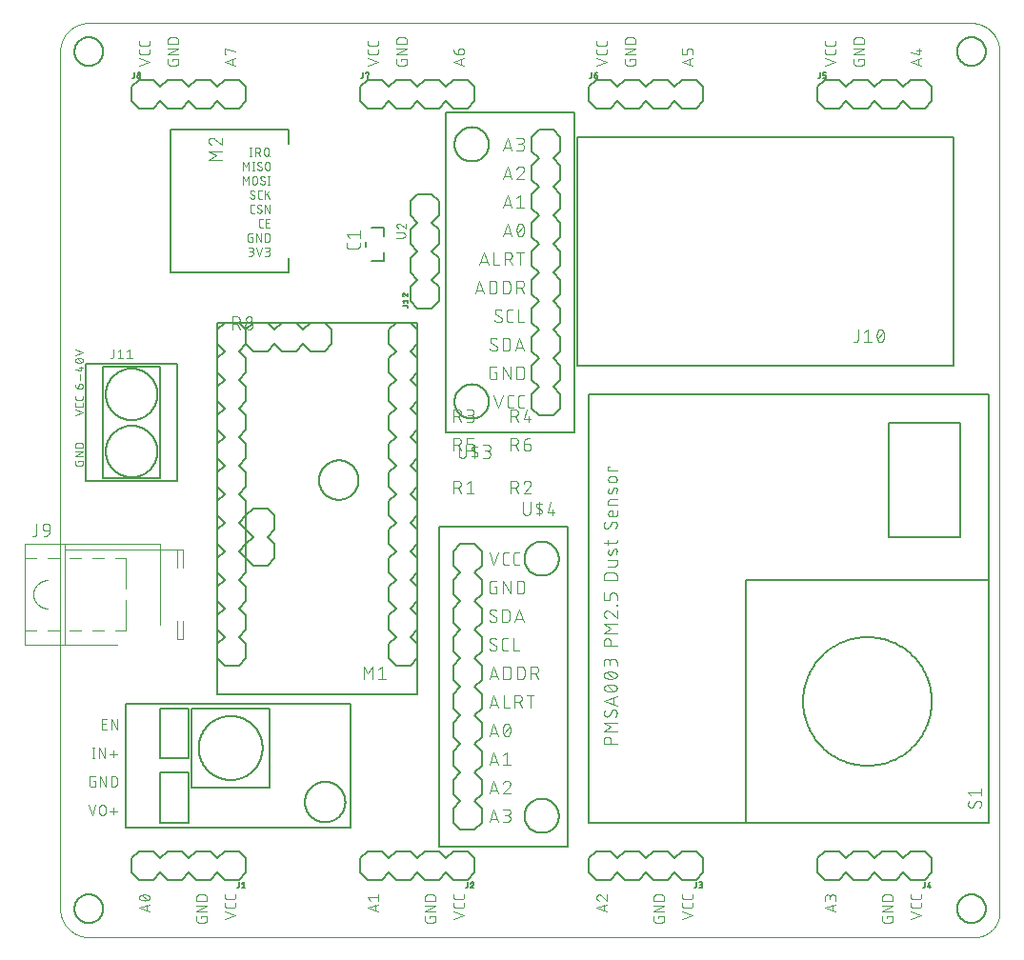
<source format=gto>
G75*
%MOIN*%
%OFA0B0*%
%FSLAX25Y25*%
%IPPOS*%
%LPD*%
%AMOC8*
5,1,8,0,0,1.08239X$1,22.5*
%
%ADD10C,0.00000*%
%ADD11C,0.00600*%
%ADD12C,0.00300*%
%ADD13C,0.00800*%
%ADD14C,0.00500*%
%ADD15C,0.00394*%
%ADD16C,0.00400*%
D10*
X0013520Y0011600D02*
X0013520Y0311561D01*
X0013523Y0311803D01*
X0013532Y0312044D01*
X0013546Y0312285D01*
X0013567Y0312526D01*
X0013593Y0312766D01*
X0013625Y0313006D01*
X0013663Y0313245D01*
X0013706Y0313482D01*
X0013756Y0313719D01*
X0013811Y0313954D01*
X0013871Y0314188D01*
X0013938Y0314420D01*
X0014009Y0314651D01*
X0014087Y0314880D01*
X0014170Y0315107D01*
X0014258Y0315332D01*
X0014352Y0315555D01*
X0014451Y0315775D01*
X0014556Y0315993D01*
X0014665Y0316208D01*
X0014780Y0316421D01*
X0014900Y0316631D01*
X0015025Y0316837D01*
X0015155Y0317041D01*
X0015290Y0317242D01*
X0015430Y0317439D01*
X0015574Y0317633D01*
X0015723Y0317823D01*
X0015877Y0318009D01*
X0016035Y0318192D01*
X0016197Y0318371D01*
X0016364Y0318546D01*
X0016535Y0318717D01*
X0016710Y0318884D01*
X0016889Y0319046D01*
X0017072Y0319204D01*
X0017258Y0319358D01*
X0017448Y0319507D01*
X0017642Y0319651D01*
X0017839Y0319791D01*
X0018040Y0319926D01*
X0018244Y0320056D01*
X0018450Y0320181D01*
X0018660Y0320301D01*
X0018873Y0320416D01*
X0019088Y0320525D01*
X0019306Y0320630D01*
X0019526Y0320729D01*
X0019749Y0320823D01*
X0019974Y0320911D01*
X0020201Y0320994D01*
X0020430Y0321072D01*
X0020661Y0321143D01*
X0020893Y0321210D01*
X0021127Y0321270D01*
X0021362Y0321325D01*
X0021599Y0321375D01*
X0021836Y0321418D01*
X0022075Y0321456D01*
X0022315Y0321488D01*
X0022555Y0321514D01*
X0022796Y0321535D01*
X0023037Y0321549D01*
X0023278Y0321558D01*
X0023520Y0321561D01*
X0332260Y0321561D01*
X0332501Y0321558D01*
X0332741Y0321549D01*
X0332982Y0321535D01*
X0333221Y0321514D01*
X0333461Y0321488D01*
X0333699Y0321456D01*
X0333937Y0321419D01*
X0334174Y0321375D01*
X0334409Y0321326D01*
X0334644Y0321272D01*
X0334877Y0321211D01*
X0335108Y0321145D01*
X0335338Y0321073D01*
X0335566Y0320996D01*
X0335792Y0320914D01*
X0336016Y0320826D01*
X0336238Y0320732D01*
X0336458Y0320633D01*
X0336675Y0320529D01*
X0336889Y0320420D01*
X0337101Y0320306D01*
X0337310Y0320186D01*
X0337516Y0320062D01*
X0337719Y0319932D01*
X0337918Y0319798D01*
X0338115Y0319659D01*
X0338308Y0319515D01*
X0338497Y0319366D01*
X0338683Y0319213D01*
X0338865Y0319056D01*
X0339044Y0318894D01*
X0339218Y0318728D01*
X0339388Y0318558D01*
X0339554Y0318384D01*
X0339716Y0318205D01*
X0339873Y0318023D01*
X0340026Y0317837D01*
X0340175Y0317648D01*
X0340319Y0317455D01*
X0340458Y0317258D01*
X0340592Y0317059D01*
X0340722Y0316856D01*
X0340846Y0316650D01*
X0340966Y0316441D01*
X0341080Y0316229D01*
X0341189Y0316015D01*
X0341293Y0315798D01*
X0341392Y0315578D01*
X0341486Y0315356D01*
X0341574Y0315132D01*
X0341656Y0314906D01*
X0341733Y0314678D01*
X0341805Y0314448D01*
X0341871Y0314217D01*
X0341932Y0313984D01*
X0341986Y0313749D01*
X0342035Y0313514D01*
X0342079Y0313277D01*
X0342116Y0313039D01*
X0342148Y0312801D01*
X0342174Y0312561D01*
X0342195Y0312322D01*
X0342209Y0312081D01*
X0342218Y0311841D01*
X0342221Y0311600D01*
X0342220Y0311600D02*
X0342220Y0010301D01*
X0342221Y0010301D02*
X0342218Y0010091D01*
X0342211Y0009881D01*
X0342198Y0009671D01*
X0342180Y0009461D01*
X0342158Y0009252D01*
X0342130Y0009044D01*
X0342097Y0008836D01*
X0342059Y0008629D01*
X0342016Y0008423D01*
X0341968Y0008219D01*
X0341915Y0008015D01*
X0341858Y0007813D01*
X0341795Y0007612D01*
X0341728Y0007413D01*
X0341656Y0007216D01*
X0341579Y0007020D01*
X0341497Y0006826D01*
X0341411Y0006634D01*
X0341320Y0006445D01*
X0341224Y0006257D01*
X0341124Y0006072D01*
X0341020Y0005890D01*
X0340911Y0005710D01*
X0340798Y0005533D01*
X0340681Y0005358D01*
X0340559Y0005187D01*
X0340434Y0005018D01*
X0340304Y0004853D01*
X0340170Y0004690D01*
X0340033Y0004531D01*
X0339891Y0004375D01*
X0339746Y0004223D01*
X0339598Y0004075D01*
X0339446Y0003930D01*
X0339290Y0003788D01*
X0339131Y0003651D01*
X0338968Y0003517D01*
X0338803Y0003387D01*
X0338634Y0003262D01*
X0338463Y0003140D01*
X0338288Y0003023D01*
X0338111Y0002910D01*
X0337931Y0002801D01*
X0337749Y0002697D01*
X0337564Y0002597D01*
X0337376Y0002501D01*
X0337187Y0002410D01*
X0336995Y0002324D01*
X0336801Y0002242D01*
X0336605Y0002165D01*
X0336408Y0002093D01*
X0336209Y0002026D01*
X0336008Y0001963D01*
X0335806Y0001906D01*
X0335602Y0001853D01*
X0335398Y0001805D01*
X0335192Y0001762D01*
X0334985Y0001724D01*
X0334777Y0001691D01*
X0334569Y0001663D01*
X0334360Y0001641D01*
X0334150Y0001623D01*
X0333940Y0001610D01*
X0333730Y0001603D01*
X0333520Y0001600D01*
X0023520Y0001600D01*
X0023278Y0001603D01*
X0023037Y0001612D01*
X0022796Y0001626D01*
X0022555Y0001647D01*
X0022315Y0001673D01*
X0022075Y0001705D01*
X0021836Y0001743D01*
X0021599Y0001786D01*
X0021362Y0001836D01*
X0021127Y0001891D01*
X0020893Y0001951D01*
X0020661Y0002018D01*
X0020430Y0002089D01*
X0020201Y0002167D01*
X0019974Y0002250D01*
X0019749Y0002338D01*
X0019526Y0002432D01*
X0019306Y0002531D01*
X0019088Y0002636D01*
X0018873Y0002745D01*
X0018660Y0002860D01*
X0018450Y0002980D01*
X0018244Y0003105D01*
X0018040Y0003235D01*
X0017839Y0003370D01*
X0017642Y0003510D01*
X0017448Y0003654D01*
X0017258Y0003803D01*
X0017072Y0003957D01*
X0016889Y0004115D01*
X0016710Y0004277D01*
X0016535Y0004444D01*
X0016364Y0004615D01*
X0016197Y0004790D01*
X0016035Y0004969D01*
X0015877Y0005152D01*
X0015723Y0005338D01*
X0015574Y0005528D01*
X0015430Y0005722D01*
X0015290Y0005919D01*
X0015155Y0006120D01*
X0015025Y0006324D01*
X0014900Y0006530D01*
X0014780Y0006740D01*
X0014665Y0006953D01*
X0014556Y0007168D01*
X0014451Y0007386D01*
X0014352Y0007606D01*
X0014258Y0007829D01*
X0014170Y0008054D01*
X0014087Y0008281D01*
X0014009Y0008510D01*
X0013938Y0008741D01*
X0013871Y0008973D01*
X0013811Y0009207D01*
X0013756Y0009442D01*
X0013706Y0009679D01*
X0013663Y0009916D01*
X0013625Y0010155D01*
X0013593Y0010395D01*
X0013567Y0010635D01*
X0013546Y0010876D01*
X0013532Y0011117D01*
X0013523Y0011358D01*
X0013520Y0011600D01*
D11*
X0018520Y0011600D02*
X0018522Y0011741D01*
X0018528Y0011882D01*
X0018538Y0012022D01*
X0018552Y0012162D01*
X0018570Y0012302D01*
X0018591Y0012441D01*
X0018617Y0012580D01*
X0018646Y0012718D01*
X0018680Y0012854D01*
X0018717Y0012990D01*
X0018758Y0013125D01*
X0018803Y0013259D01*
X0018852Y0013391D01*
X0018904Y0013522D01*
X0018960Y0013651D01*
X0019020Y0013778D01*
X0019083Y0013904D01*
X0019149Y0014028D01*
X0019220Y0014151D01*
X0019293Y0014271D01*
X0019370Y0014389D01*
X0019450Y0014505D01*
X0019534Y0014618D01*
X0019620Y0014729D01*
X0019710Y0014838D01*
X0019803Y0014944D01*
X0019898Y0015047D01*
X0019997Y0015148D01*
X0020098Y0015246D01*
X0020202Y0015341D01*
X0020309Y0015433D01*
X0020418Y0015522D01*
X0020530Y0015607D01*
X0020644Y0015690D01*
X0020760Y0015770D01*
X0020879Y0015846D01*
X0021000Y0015918D01*
X0021122Y0015988D01*
X0021247Y0016053D01*
X0021373Y0016116D01*
X0021501Y0016174D01*
X0021631Y0016229D01*
X0021762Y0016281D01*
X0021895Y0016328D01*
X0022029Y0016372D01*
X0022164Y0016413D01*
X0022300Y0016449D01*
X0022437Y0016481D01*
X0022575Y0016510D01*
X0022713Y0016535D01*
X0022853Y0016555D01*
X0022993Y0016572D01*
X0023133Y0016585D01*
X0023274Y0016594D01*
X0023414Y0016599D01*
X0023555Y0016600D01*
X0023696Y0016597D01*
X0023837Y0016590D01*
X0023977Y0016579D01*
X0024117Y0016564D01*
X0024257Y0016545D01*
X0024396Y0016523D01*
X0024534Y0016496D01*
X0024672Y0016466D01*
X0024808Y0016431D01*
X0024944Y0016393D01*
X0025078Y0016351D01*
X0025212Y0016305D01*
X0025344Y0016256D01*
X0025474Y0016202D01*
X0025603Y0016145D01*
X0025730Y0016085D01*
X0025856Y0016021D01*
X0025979Y0015953D01*
X0026101Y0015882D01*
X0026221Y0015808D01*
X0026338Y0015730D01*
X0026453Y0015649D01*
X0026566Y0015565D01*
X0026677Y0015478D01*
X0026785Y0015387D01*
X0026890Y0015294D01*
X0026993Y0015197D01*
X0027093Y0015098D01*
X0027190Y0014996D01*
X0027284Y0014891D01*
X0027375Y0014784D01*
X0027463Y0014674D01*
X0027548Y0014562D01*
X0027630Y0014447D01*
X0027709Y0014330D01*
X0027784Y0014211D01*
X0027856Y0014090D01*
X0027924Y0013967D01*
X0027989Y0013842D01*
X0028051Y0013715D01*
X0028108Y0013586D01*
X0028163Y0013456D01*
X0028213Y0013325D01*
X0028260Y0013192D01*
X0028303Y0013058D01*
X0028342Y0012922D01*
X0028377Y0012786D01*
X0028409Y0012649D01*
X0028436Y0012511D01*
X0028460Y0012372D01*
X0028480Y0012232D01*
X0028496Y0012092D01*
X0028508Y0011952D01*
X0028516Y0011811D01*
X0028520Y0011670D01*
X0028520Y0011530D01*
X0028516Y0011389D01*
X0028508Y0011248D01*
X0028496Y0011108D01*
X0028480Y0010968D01*
X0028460Y0010828D01*
X0028436Y0010689D01*
X0028409Y0010551D01*
X0028377Y0010414D01*
X0028342Y0010278D01*
X0028303Y0010142D01*
X0028260Y0010008D01*
X0028213Y0009875D01*
X0028163Y0009744D01*
X0028108Y0009614D01*
X0028051Y0009485D01*
X0027989Y0009358D01*
X0027924Y0009233D01*
X0027856Y0009110D01*
X0027784Y0008989D01*
X0027709Y0008870D01*
X0027630Y0008753D01*
X0027548Y0008638D01*
X0027463Y0008526D01*
X0027375Y0008416D01*
X0027284Y0008309D01*
X0027190Y0008204D01*
X0027093Y0008102D01*
X0026993Y0008003D01*
X0026890Y0007906D01*
X0026785Y0007813D01*
X0026677Y0007722D01*
X0026566Y0007635D01*
X0026453Y0007551D01*
X0026338Y0007470D01*
X0026221Y0007392D01*
X0026101Y0007318D01*
X0025979Y0007247D01*
X0025856Y0007179D01*
X0025730Y0007115D01*
X0025603Y0007055D01*
X0025474Y0006998D01*
X0025344Y0006944D01*
X0025212Y0006895D01*
X0025078Y0006849D01*
X0024944Y0006807D01*
X0024808Y0006769D01*
X0024672Y0006734D01*
X0024534Y0006704D01*
X0024396Y0006677D01*
X0024257Y0006655D01*
X0024117Y0006636D01*
X0023977Y0006621D01*
X0023837Y0006610D01*
X0023696Y0006603D01*
X0023555Y0006600D01*
X0023414Y0006601D01*
X0023274Y0006606D01*
X0023133Y0006615D01*
X0022993Y0006628D01*
X0022853Y0006645D01*
X0022713Y0006665D01*
X0022575Y0006690D01*
X0022437Y0006719D01*
X0022300Y0006751D01*
X0022164Y0006787D01*
X0022029Y0006828D01*
X0021895Y0006872D01*
X0021762Y0006919D01*
X0021631Y0006971D01*
X0021501Y0007026D01*
X0021373Y0007084D01*
X0021247Y0007147D01*
X0021122Y0007212D01*
X0021000Y0007282D01*
X0020879Y0007354D01*
X0020760Y0007430D01*
X0020644Y0007510D01*
X0020530Y0007593D01*
X0020418Y0007678D01*
X0020309Y0007767D01*
X0020202Y0007859D01*
X0020098Y0007954D01*
X0019997Y0008052D01*
X0019898Y0008153D01*
X0019803Y0008256D01*
X0019710Y0008362D01*
X0019620Y0008471D01*
X0019534Y0008582D01*
X0019450Y0008695D01*
X0019370Y0008811D01*
X0019293Y0008929D01*
X0019220Y0009049D01*
X0019149Y0009172D01*
X0019083Y0009296D01*
X0019020Y0009422D01*
X0018960Y0009549D01*
X0018904Y0009678D01*
X0018852Y0009809D01*
X0018803Y0009941D01*
X0018758Y0010075D01*
X0018717Y0010210D01*
X0018680Y0010346D01*
X0018646Y0010482D01*
X0018617Y0010620D01*
X0018591Y0010759D01*
X0018570Y0010898D01*
X0018552Y0011038D01*
X0018538Y0011178D01*
X0018528Y0011318D01*
X0018522Y0011459D01*
X0018520Y0011600D01*
X0104130Y0161600D02*
X0104132Y0161769D01*
X0104138Y0161938D01*
X0104149Y0162107D01*
X0104163Y0162275D01*
X0104182Y0162443D01*
X0104205Y0162611D01*
X0104231Y0162778D01*
X0104262Y0162944D01*
X0104297Y0163110D01*
X0104336Y0163274D01*
X0104380Y0163438D01*
X0104427Y0163600D01*
X0104478Y0163761D01*
X0104533Y0163921D01*
X0104592Y0164080D01*
X0104654Y0164237D01*
X0104721Y0164392D01*
X0104792Y0164546D01*
X0104866Y0164698D01*
X0104944Y0164848D01*
X0105025Y0164996D01*
X0105110Y0165142D01*
X0105199Y0165286D01*
X0105291Y0165428D01*
X0105387Y0165567D01*
X0105486Y0165704D01*
X0105588Y0165839D01*
X0105694Y0165971D01*
X0105803Y0166100D01*
X0105915Y0166227D01*
X0106030Y0166351D01*
X0106148Y0166472D01*
X0106269Y0166590D01*
X0106393Y0166705D01*
X0106520Y0166817D01*
X0106649Y0166926D01*
X0106781Y0167032D01*
X0106916Y0167134D01*
X0107053Y0167233D01*
X0107192Y0167329D01*
X0107334Y0167421D01*
X0107478Y0167510D01*
X0107624Y0167595D01*
X0107772Y0167676D01*
X0107922Y0167754D01*
X0108074Y0167828D01*
X0108228Y0167899D01*
X0108383Y0167966D01*
X0108540Y0168028D01*
X0108699Y0168087D01*
X0108859Y0168142D01*
X0109020Y0168193D01*
X0109182Y0168240D01*
X0109346Y0168284D01*
X0109510Y0168323D01*
X0109676Y0168358D01*
X0109842Y0168389D01*
X0110009Y0168415D01*
X0110177Y0168438D01*
X0110345Y0168457D01*
X0110513Y0168471D01*
X0110682Y0168482D01*
X0110851Y0168488D01*
X0111020Y0168490D01*
X0111189Y0168488D01*
X0111358Y0168482D01*
X0111527Y0168471D01*
X0111695Y0168457D01*
X0111863Y0168438D01*
X0112031Y0168415D01*
X0112198Y0168389D01*
X0112364Y0168358D01*
X0112530Y0168323D01*
X0112694Y0168284D01*
X0112858Y0168240D01*
X0113020Y0168193D01*
X0113181Y0168142D01*
X0113341Y0168087D01*
X0113500Y0168028D01*
X0113657Y0167966D01*
X0113812Y0167899D01*
X0113966Y0167828D01*
X0114118Y0167754D01*
X0114268Y0167676D01*
X0114416Y0167595D01*
X0114562Y0167510D01*
X0114706Y0167421D01*
X0114848Y0167329D01*
X0114987Y0167233D01*
X0115124Y0167134D01*
X0115259Y0167032D01*
X0115391Y0166926D01*
X0115520Y0166817D01*
X0115647Y0166705D01*
X0115771Y0166590D01*
X0115892Y0166472D01*
X0116010Y0166351D01*
X0116125Y0166227D01*
X0116237Y0166100D01*
X0116346Y0165971D01*
X0116452Y0165839D01*
X0116554Y0165704D01*
X0116653Y0165567D01*
X0116749Y0165428D01*
X0116841Y0165286D01*
X0116930Y0165142D01*
X0117015Y0164996D01*
X0117096Y0164848D01*
X0117174Y0164698D01*
X0117248Y0164546D01*
X0117319Y0164392D01*
X0117386Y0164237D01*
X0117448Y0164080D01*
X0117507Y0163921D01*
X0117562Y0163761D01*
X0117613Y0163600D01*
X0117660Y0163438D01*
X0117704Y0163274D01*
X0117743Y0163110D01*
X0117778Y0162944D01*
X0117809Y0162778D01*
X0117835Y0162611D01*
X0117858Y0162443D01*
X0117877Y0162275D01*
X0117891Y0162107D01*
X0117902Y0161938D01*
X0117908Y0161769D01*
X0117910Y0161600D01*
X0117908Y0161431D01*
X0117902Y0161262D01*
X0117891Y0161093D01*
X0117877Y0160925D01*
X0117858Y0160757D01*
X0117835Y0160589D01*
X0117809Y0160422D01*
X0117778Y0160256D01*
X0117743Y0160090D01*
X0117704Y0159926D01*
X0117660Y0159762D01*
X0117613Y0159600D01*
X0117562Y0159439D01*
X0117507Y0159279D01*
X0117448Y0159120D01*
X0117386Y0158963D01*
X0117319Y0158808D01*
X0117248Y0158654D01*
X0117174Y0158502D01*
X0117096Y0158352D01*
X0117015Y0158204D01*
X0116930Y0158058D01*
X0116841Y0157914D01*
X0116749Y0157772D01*
X0116653Y0157633D01*
X0116554Y0157496D01*
X0116452Y0157361D01*
X0116346Y0157229D01*
X0116237Y0157100D01*
X0116125Y0156973D01*
X0116010Y0156849D01*
X0115892Y0156728D01*
X0115771Y0156610D01*
X0115647Y0156495D01*
X0115520Y0156383D01*
X0115391Y0156274D01*
X0115259Y0156168D01*
X0115124Y0156066D01*
X0114987Y0155967D01*
X0114848Y0155871D01*
X0114706Y0155779D01*
X0114562Y0155690D01*
X0114416Y0155605D01*
X0114268Y0155524D01*
X0114118Y0155446D01*
X0113966Y0155372D01*
X0113812Y0155301D01*
X0113657Y0155234D01*
X0113500Y0155172D01*
X0113341Y0155113D01*
X0113181Y0155058D01*
X0113020Y0155007D01*
X0112858Y0154960D01*
X0112694Y0154916D01*
X0112530Y0154877D01*
X0112364Y0154842D01*
X0112198Y0154811D01*
X0112031Y0154785D01*
X0111863Y0154762D01*
X0111695Y0154743D01*
X0111527Y0154729D01*
X0111358Y0154718D01*
X0111189Y0154712D01*
X0111020Y0154710D01*
X0110851Y0154712D01*
X0110682Y0154718D01*
X0110513Y0154729D01*
X0110345Y0154743D01*
X0110177Y0154762D01*
X0110009Y0154785D01*
X0109842Y0154811D01*
X0109676Y0154842D01*
X0109510Y0154877D01*
X0109346Y0154916D01*
X0109182Y0154960D01*
X0109020Y0155007D01*
X0108859Y0155058D01*
X0108699Y0155113D01*
X0108540Y0155172D01*
X0108383Y0155234D01*
X0108228Y0155301D01*
X0108074Y0155372D01*
X0107922Y0155446D01*
X0107772Y0155524D01*
X0107624Y0155605D01*
X0107478Y0155690D01*
X0107334Y0155779D01*
X0107192Y0155871D01*
X0107053Y0155967D01*
X0106916Y0156066D01*
X0106781Y0156168D01*
X0106649Y0156274D01*
X0106520Y0156383D01*
X0106393Y0156495D01*
X0106269Y0156610D01*
X0106148Y0156728D01*
X0106030Y0156849D01*
X0105915Y0156973D01*
X0105803Y0157100D01*
X0105694Y0157229D01*
X0105588Y0157361D01*
X0105486Y0157496D01*
X0105387Y0157633D01*
X0105291Y0157772D01*
X0105199Y0157914D01*
X0105110Y0158058D01*
X0105025Y0158204D01*
X0104944Y0158352D01*
X0104866Y0158502D01*
X0104792Y0158654D01*
X0104721Y0158808D01*
X0104654Y0158963D01*
X0104592Y0159120D01*
X0104533Y0159279D01*
X0104478Y0159439D01*
X0104427Y0159600D01*
X0104380Y0159762D01*
X0104336Y0159926D01*
X0104297Y0160090D01*
X0104262Y0160256D01*
X0104231Y0160422D01*
X0104205Y0160589D01*
X0104182Y0160757D01*
X0104163Y0160925D01*
X0104149Y0161093D01*
X0104138Y0161262D01*
X0104132Y0161431D01*
X0104130Y0161600D01*
X0018520Y0311600D02*
X0018522Y0311741D01*
X0018528Y0311882D01*
X0018538Y0312022D01*
X0018552Y0312162D01*
X0018570Y0312302D01*
X0018591Y0312441D01*
X0018617Y0312580D01*
X0018646Y0312718D01*
X0018680Y0312854D01*
X0018717Y0312990D01*
X0018758Y0313125D01*
X0018803Y0313259D01*
X0018852Y0313391D01*
X0018904Y0313522D01*
X0018960Y0313651D01*
X0019020Y0313778D01*
X0019083Y0313904D01*
X0019149Y0314028D01*
X0019220Y0314151D01*
X0019293Y0314271D01*
X0019370Y0314389D01*
X0019450Y0314505D01*
X0019534Y0314618D01*
X0019620Y0314729D01*
X0019710Y0314838D01*
X0019803Y0314944D01*
X0019898Y0315047D01*
X0019997Y0315148D01*
X0020098Y0315246D01*
X0020202Y0315341D01*
X0020309Y0315433D01*
X0020418Y0315522D01*
X0020530Y0315607D01*
X0020644Y0315690D01*
X0020760Y0315770D01*
X0020879Y0315846D01*
X0021000Y0315918D01*
X0021122Y0315988D01*
X0021247Y0316053D01*
X0021373Y0316116D01*
X0021501Y0316174D01*
X0021631Y0316229D01*
X0021762Y0316281D01*
X0021895Y0316328D01*
X0022029Y0316372D01*
X0022164Y0316413D01*
X0022300Y0316449D01*
X0022437Y0316481D01*
X0022575Y0316510D01*
X0022713Y0316535D01*
X0022853Y0316555D01*
X0022993Y0316572D01*
X0023133Y0316585D01*
X0023274Y0316594D01*
X0023414Y0316599D01*
X0023555Y0316600D01*
X0023696Y0316597D01*
X0023837Y0316590D01*
X0023977Y0316579D01*
X0024117Y0316564D01*
X0024257Y0316545D01*
X0024396Y0316523D01*
X0024534Y0316496D01*
X0024672Y0316466D01*
X0024808Y0316431D01*
X0024944Y0316393D01*
X0025078Y0316351D01*
X0025212Y0316305D01*
X0025344Y0316256D01*
X0025474Y0316202D01*
X0025603Y0316145D01*
X0025730Y0316085D01*
X0025856Y0316021D01*
X0025979Y0315953D01*
X0026101Y0315882D01*
X0026221Y0315808D01*
X0026338Y0315730D01*
X0026453Y0315649D01*
X0026566Y0315565D01*
X0026677Y0315478D01*
X0026785Y0315387D01*
X0026890Y0315294D01*
X0026993Y0315197D01*
X0027093Y0315098D01*
X0027190Y0314996D01*
X0027284Y0314891D01*
X0027375Y0314784D01*
X0027463Y0314674D01*
X0027548Y0314562D01*
X0027630Y0314447D01*
X0027709Y0314330D01*
X0027784Y0314211D01*
X0027856Y0314090D01*
X0027924Y0313967D01*
X0027989Y0313842D01*
X0028051Y0313715D01*
X0028108Y0313586D01*
X0028163Y0313456D01*
X0028213Y0313325D01*
X0028260Y0313192D01*
X0028303Y0313058D01*
X0028342Y0312922D01*
X0028377Y0312786D01*
X0028409Y0312649D01*
X0028436Y0312511D01*
X0028460Y0312372D01*
X0028480Y0312232D01*
X0028496Y0312092D01*
X0028508Y0311952D01*
X0028516Y0311811D01*
X0028520Y0311670D01*
X0028520Y0311530D01*
X0028516Y0311389D01*
X0028508Y0311248D01*
X0028496Y0311108D01*
X0028480Y0310968D01*
X0028460Y0310828D01*
X0028436Y0310689D01*
X0028409Y0310551D01*
X0028377Y0310414D01*
X0028342Y0310278D01*
X0028303Y0310142D01*
X0028260Y0310008D01*
X0028213Y0309875D01*
X0028163Y0309744D01*
X0028108Y0309614D01*
X0028051Y0309485D01*
X0027989Y0309358D01*
X0027924Y0309233D01*
X0027856Y0309110D01*
X0027784Y0308989D01*
X0027709Y0308870D01*
X0027630Y0308753D01*
X0027548Y0308638D01*
X0027463Y0308526D01*
X0027375Y0308416D01*
X0027284Y0308309D01*
X0027190Y0308204D01*
X0027093Y0308102D01*
X0026993Y0308003D01*
X0026890Y0307906D01*
X0026785Y0307813D01*
X0026677Y0307722D01*
X0026566Y0307635D01*
X0026453Y0307551D01*
X0026338Y0307470D01*
X0026221Y0307392D01*
X0026101Y0307318D01*
X0025979Y0307247D01*
X0025856Y0307179D01*
X0025730Y0307115D01*
X0025603Y0307055D01*
X0025474Y0306998D01*
X0025344Y0306944D01*
X0025212Y0306895D01*
X0025078Y0306849D01*
X0024944Y0306807D01*
X0024808Y0306769D01*
X0024672Y0306734D01*
X0024534Y0306704D01*
X0024396Y0306677D01*
X0024257Y0306655D01*
X0024117Y0306636D01*
X0023977Y0306621D01*
X0023837Y0306610D01*
X0023696Y0306603D01*
X0023555Y0306600D01*
X0023414Y0306601D01*
X0023274Y0306606D01*
X0023133Y0306615D01*
X0022993Y0306628D01*
X0022853Y0306645D01*
X0022713Y0306665D01*
X0022575Y0306690D01*
X0022437Y0306719D01*
X0022300Y0306751D01*
X0022164Y0306787D01*
X0022029Y0306828D01*
X0021895Y0306872D01*
X0021762Y0306919D01*
X0021631Y0306971D01*
X0021501Y0307026D01*
X0021373Y0307084D01*
X0021247Y0307147D01*
X0021122Y0307212D01*
X0021000Y0307282D01*
X0020879Y0307354D01*
X0020760Y0307430D01*
X0020644Y0307510D01*
X0020530Y0307593D01*
X0020418Y0307678D01*
X0020309Y0307767D01*
X0020202Y0307859D01*
X0020098Y0307954D01*
X0019997Y0308052D01*
X0019898Y0308153D01*
X0019803Y0308256D01*
X0019710Y0308362D01*
X0019620Y0308471D01*
X0019534Y0308582D01*
X0019450Y0308695D01*
X0019370Y0308811D01*
X0019293Y0308929D01*
X0019220Y0309049D01*
X0019149Y0309172D01*
X0019083Y0309296D01*
X0019020Y0309422D01*
X0018960Y0309549D01*
X0018904Y0309678D01*
X0018852Y0309809D01*
X0018803Y0309941D01*
X0018758Y0310075D01*
X0018717Y0310210D01*
X0018680Y0310346D01*
X0018646Y0310482D01*
X0018617Y0310620D01*
X0018591Y0310759D01*
X0018570Y0310898D01*
X0018552Y0311038D01*
X0018538Y0311178D01*
X0018528Y0311318D01*
X0018522Y0311459D01*
X0018520Y0311600D01*
X0327417Y0311600D02*
X0327419Y0311741D01*
X0327425Y0311882D01*
X0327435Y0312022D01*
X0327449Y0312162D01*
X0327467Y0312302D01*
X0327488Y0312441D01*
X0327514Y0312580D01*
X0327543Y0312718D01*
X0327577Y0312854D01*
X0327614Y0312990D01*
X0327655Y0313125D01*
X0327700Y0313259D01*
X0327749Y0313391D01*
X0327801Y0313522D01*
X0327857Y0313651D01*
X0327917Y0313778D01*
X0327980Y0313904D01*
X0328046Y0314028D01*
X0328117Y0314151D01*
X0328190Y0314271D01*
X0328267Y0314389D01*
X0328347Y0314505D01*
X0328431Y0314618D01*
X0328517Y0314729D01*
X0328607Y0314838D01*
X0328700Y0314944D01*
X0328795Y0315047D01*
X0328894Y0315148D01*
X0328995Y0315246D01*
X0329099Y0315341D01*
X0329206Y0315433D01*
X0329315Y0315522D01*
X0329427Y0315607D01*
X0329541Y0315690D01*
X0329657Y0315770D01*
X0329776Y0315846D01*
X0329897Y0315918D01*
X0330019Y0315988D01*
X0330144Y0316053D01*
X0330270Y0316116D01*
X0330398Y0316174D01*
X0330528Y0316229D01*
X0330659Y0316281D01*
X0330792Y0316328D01*
X0330926Y0316372D01*
X0331061Y0316413D01*
X0331197Y0316449D01*
X0331334Y0316481D01*
X0331472Y0316510D01*
X0331610Y0316535D01*
X0331750Y0316555D01*
X0331890Y0316572D01*
X0332030Y0316585D01*
X0332171Y0316594D01*
X0332311Y0316599D01*
X0332452Y0316600D01*
X0332593Y0316597D01*
X0332734Y0316590D01*
X0332874Y0316579D01*
X0333014Y0316564D01*
X0333154Y0316545D01*
X0333293Y0316523D01*
X0333431Y0316496D01*
X0333569Y0316466D01*
X0333705Y0316431D01*
X0333841Y0316393D01*
X0333975Y0316351D01*
X0334109Y0316305D01*
X0334241Y0316256D01*
X0334371Y0316202D01*
X0334500Y0316145D01*
X0334627Y0316085D01*
X0334753Y0316021D01*
X0334876Y0315953D01*
X0334998Y0315882D01*
X0335118Y0315808D01*
X0335235Y0315730D01*
X0335350Y0315649D01*
X0335463Y0315565D01*
X0335574Y0315478D01*
X0335682Y0315387D01*
X0335787Y0315294D01*
X0335890Y0315197D01*
X0335990Y0315098D01*
X0336087Y0314996D01*
X0336181Y0314891D01*
X0336272Y0314784D01*
X0336360Y0314674D01*
X0336445Y0314562D01*
X0336527Y0314447D01*
X0336606Y0314330D01*
X0336681Y0314211D01*
X0336753Y0314090D01*
X0336821Y0313967D01*
X0336886Y0313842D01*
X0336948Y0313715D01*
X0337005Y0313586D01*
X0337060Y0313456D01*
X0337110Y0313325D01*
X0337157Y0313192D01*
X0337200Y0313058D01*
X0337239Y0312922D01*
X0337274Y0312786D01*
X0337306Y0312649D01*
X0337333Y0312511D01*
X0337357Y0312372D01*
X0337377Y0312232D01*
X0337393Y0312092D01*
X0337405Y0311952D01*
X0337413Y0311811D01*
X0337417Y0311670D01*
X0337417Y0311530D01*
X0337413Y0311389D01*
X0337405Y0311248D01*
X0337393Y0311108D01*
X0337377Y0310968D01*
X0337357Y0310828D01*
X0337333Y0310689D01*
X0337306Y0310551D01*
X0337274Y0310414D01*
X0337239Y0310278D01*
X0337200Y0310142D01*
X0337157Y0310008D01*
X0337110Y0309875D01*
X0337060Y0309744D01*
X0337005Y0309614D01*
X0336948Y0309485D01*
X0336886Y0309358D01*
X0336821Y0309233D01*
X0336753Y0309110D01*
X0336681Y0308989D01*
X0336606Y0308870D01*
X0336527Y0308753D01*
X0336445Y0308638D01*
X0336360Y0308526D01*
X0336272Y0308416D01*
X0336181Y0308309D01*
X0336087Y0308204D01*
X0335990Y0308102D01*
X0335890Y0308003D01*
X0335787Y0307906D01*
X0335682Y0307813D01*
X0335574Y0307722D01*
X0335463Y0307635D01*
X0335350Y0307551D01*
X0335235Y0307470D01*
X0335118Y0307392D01*
X0334998Y0307318D01*
X0334876Y0307247D01*
X0334753Y0307179D01*
X0334627Y0307115D01*
X0334500Y0307055D01*
X0334371Y0306998D01*
X0334241Y0306944D01*
X0334109Y0306895D01*
X0333975Y0306849D01*
X0333841Y0306807D01*
X0333705Y0306769D01*
X0333569Y0306734D01*
X0333431Y0306704D01*
X0333293Y0306677D01*
X0333154Y0306655D01*
X0333014Y0306636D01*
X0332874Y0306621D01*
X0332734Y0306610D01*
X0332593Y0306603D01*
X0332452Y0306600D01*
X0332311Y0306601D01*
X0332171Y0306606D01*
X0332030Y0306615D01*
X0331890Y0306628D01*
X0331750Y0306645D01*
X0331610Y0306665D01*
X0331472Y0306690D01*
X0331334Y0306719D01*
X0331197Y0306751D01*
X0331061Y0306787D01*
X0330926Y0306828D01*
X0330792Y0306872D01*
X0330659Y0306919D01*
X0330528Y0306971D01*
X0330398Y0307026D01*
X0330270Y0307084D01*
X0330144Y0307147D01*
X0330019Y0307212D01*
X0329897Y0307282D01*
X0329776Y0307354D01*
X0329657Y0307430D01*
X0329541Y0307510D01*
X0329427Y0307593D01*
X0329315Y0307678D01*
X0329206Y0307767D01*
X0329099Y0307859D01*
X0328995Y0307954D01*
X0328894Y0308052D01*
X0328795Y0308153D01*
X0328700Y0308256D01*
X0328607Y0308362D01*
X0328517Y0308471D01*
X0328431Y0308582D01*
X0328347Y0308695D01*
X0328267Y0308811D01*
X0328190Y0308929D01*
X0328117Y0309049D01*
X0328046Y0309172D01*
X0327980Y0309296D01*
X0327917Y0309422D01*
X0327857Y0309549D01*
X0327801Y0309678D01*
X0327749Y0309809D01*
X0327700Y0309941D01*
X0327655Y0310075D01*
X0327614Y0310210D01*
X0327577Y0310346D01*
X0327543Y0310482D01*
X0327514Y0310620D01*
X0327488Y0310759D01*
X0327467Y0310898D01*
X0327449Y0311038D01*
X0327435Y0311178D01*
X0327425Y0311318D01*
X0327419Y0311459D01*
X0327417Y0311600D01*
X0327417Y0011600D02*
X0327419Y0011741D01*
X0327425Y0011882D01*
X0327435Y0012022D01*
X0327449Y0012162D01*
X0327467Y0012302D01*
X0327488Y0012441D01*
X0327514Y0012580D01*
X0327543Y0012718D01*
X0327577Y0012854D01*
X0327614Y0012990D01*
X0327655Y0013125D01*
X0327700Y0013259D01*
X0327749Y0013391D01*
X0327801Y0013522D01*
X0327857Y0013651D01*
X0327917Y0013778D01*
X0327980Y0013904D01*
X0328046Y0014028D01*
X0328117Y0014151D01*
X0328190Y0014271D01*
X0328267Y0014389D01*
X0328347Y0014505D01*
X0328431Y0014618D01*
X0328517Y0014729D01*
X0328607Y0014838D01*
X0328700Y0014944D01*
X0328795Y0015047D01*
X0328894Y0015148D01*
X0328995Y0015246D01*
X0329099Y0015341D01*
X0329206Y0015433D01*
X0329315Y0015522D01*
X0329427Y0015607D01*
X0329541Y0015690D01*
X0329657Y0015770D01*
X0329776Y0015846D01*
X0329897Y0015918D01*
X0330019Y0015988D01*
X0330144Y0016053D01*
X0330270Y0016116D01*
X0330398Y0016174D01*
X0330528Y0016229D01*
X0330659Y0016281D01*
X0330792Y0016328D01*
X0330926Y0016372D01*
X0331061Y0016413D01*
X0331197Y0016449D01*
X0331334Y0016481D01*
X0331472Y0016510D01*
X0331610Y0016535D01*
X0331750Y0016555D01*
X0331890Y0016572D01*
X0332030Y0016585D01*
X0332171Y0016594D01*
X0332311Y0016599D01*
X0332452Y0016600D01*
X0332593Y0016597D01*
X0332734Y0016590D01*
X0332874Y0016579D01*
X0333014Y0016564D01*
X0333154Y0016545D01*
X0333293Y0016523D01*
X0333431Y0016496D01*
X0333569Y0016466D01*
X0333705Y0016431D01*
X0333841Y0016393D01*
X0333975Y0016351D01*
X0334109Y0016305D01*
X0334241Y0016256D01*
X0334371Y0016202D01*
X0334500Y0016145D01*
X0334627Y0016085D01*
X0334753Y0016021D01*
X0334876Y0015953D01*
X0334998Y0015882D01*
X0335118Y0015808D01*
X0335235Y0015730D01*
X0335350Y0015649D01*
X0335463Y0015565D01*
X0335574Y0015478D01*
X0335682Y0015387D01*
X0335787Y0015294D01*
X0335890Y0015197D01*
X0335990Y0015098D01*
X0336087Y0014996D01*
X0336181Y0014891D01*
X0336272Y0014784D01*
X0336360Y0014674D01*
X0336445Y0014562D01*
X0336527Y0014447D01*
X0336606Y0014330D01*
X0336681Y0014211D01*
X0336753Y0014090D01*
X0336821Y0013967D01*
X0336886Y0013842D01*
X0336948Y0013715D01*
X0337005Y0013586D01*
X0337060Y0013456D01*
X0337110Y0013325D01*
X0337157Y0013192D01*
X0337200Y0013058D01*
X0337239Y0012922D01*
X0337274Y0012786D01*
X0337306Y0012649D01*
X0337333Y0012511D01*
X0337357Y0012372D01*
X0337377Y0012232D01*
X0337393Y0012092D01*
X0337405Y0011952D01*
X0337413Y0011811D01*
X0337417Y0011670D01*
X0337417Y0011530D01*
X0337413Y0011389D01*
X0337405Y0011248D01*
X0337393Y0011108D01*
X0337377Y0010968D01*
X0337357Y0010828D01*
X0337333Y0010689D01*
X0337306Y0010551D01*
X0337274Y0010414D01*
X0337239Y0010278D01*
X0337200Y0010142D01*
X0337157Y0010008D01*
X0337110Y0009875D01*
X0337060Y0009744D01*
X0337005Y0009614D01*
X0336948Y0009485D01*
X0336886Y0009358D01*
X0336821Y0009233D01*
X0336753Y0009110D01*
X0336681Y0008989D01*
X0336606Y0008870D01*
X0336527Y0008753D01*
X0336445Y0008638D01*
X0336360Y0008526D01*
X0336272Y0008416D01*
X0336181Y0008309D01*
X0336087Y0008204D01*
X0335990Y0008102D01*
X0335890Y0008003D01*
X0335787Y0007906D01*
X0335682Y0007813D01*
X0335574Y0007722D01*
X0335463Y0007635D01*
X0335350Y0007551D01*
X0335235Y0007470D01*
X0335118Y0007392D01*
X0334998Y0007318D01*
X0334876Y0007247D01*
X0334753Y0007179D01*
X0334627Y0007115D01*
X0334500Y0007055D01*
X0334371Y0006998D01*
X0334241Y0006944D01*
X0334109Y0006895D01*
X0333975Y0006849D01*
X0333841Y0006807D01*
X0333705Y0006769D01*
X0333569Y0006734D01*
X0333431Y0006704D01*
X0333293Y0006677D01*
X0333154Y0006655D01*
X0333014Y0006636D01*
X0332874Y0006621D01*
X0332734Y0006610D01*
X0332593Y0006603D01*
X0332452Y0006600D01*
X0332311Y0006601D01*
X0332171Y0006606D01*
X0332030Y0006615D01*
X0331890Y0006628D01*
X0331750Y0006645D01*
X0331610Y0006665D01*
X0331472Y0006690D01*
X0331334Y0006719D01*
X0331197Y0006751D01*
X0331061Y0006787D01*
X0330926Y0006828D01*
X0330792Y0006872D01*
X0330659Y0006919D01*
X0330528Y0006971D01*
X0330398Y0007026D01*
X0330270Y0007084D01*
X0330144Y0007147D01*
X0330019Y0007212D01*
X0329897Y0007282D01*
X0329776Y0007354D01*
X0329657Y0007430D01*
X0329541Y0007510D01*
X0329427Y0007593D01*
X0329315Y0007678D01*
X0329206Y0007767D01*
X0329099Y0007859D01*
X0328995Y0007954D01*
X0328894Y0008052D01*
X0328795Y0008153D01*
X0328700Y0008256D01*
X0328607Y0008362D01*
X0328517Y0008471D01*
X0328431Y0008582D01*
X0328347Y0008695D01*
X0328267Y0008811D01*
X0328190Y0008929D01*
X0328117Y0009049D01*
X0328046Y0009172D01*
X0327980Y0009296D01*
X0327917Y0009422D01*
X0327857Y0009549D01*
X0327801Y0009678D01*
X0327749Y0009809D01*
X0327700Y0009941D01*
X0327655Y0010075D01*
X0327614Y0010210D01*
X0327577Y0010346D01*
X0327543Y0010482D01*
X0327514Y0010620D01*
X0327488Y0010759D01*
X0327467Y0010898D01*
X0327449Y0011038D01*
X0327435Y0011178D01*
X0327425Y0011318D01*
X0327419Y0011459D01*
X0327417Y0011600D01*
D12*
X0314870Y0012663D02*
X0314870Y0013486D01*
X0314869Y0012663D02*
X0314867Y0012607D01*
X0314861Y0012551D01*
X0314852Y0012496D01*
X0314839Y0012441D01*
X0314822Y0012388D01*
X0314801Y0012336D01*
X0314777Y0012285D01*
X0314749Y0012236D01*
X0314719Y0012189D01*
X0314685Y0012144D01*
X0314648Y0012102D01*
X0314608Y0012062D01*
X0314566Y0012025D01*
X0314521Y0011991D01*
X0314474Y0011961D01*
X0314425Y0011933D01*
X0314374Y0011909D01*
X0314322Y0011888D01*
X0314269Y0011871D01*
X0314214Y0011858D01*
X0314159Y0011849D01*
X0314103Y0011843D01*
X0314047Y0011841D01*
X0311992Y0011841D01*
X0311936Y0011843D01*
X0311880Y0011849D01*
X0311825Y0011858D01*
X0311770Y0011871D01*
X0311717Y0011888D01*
X0311665Y0011909D01*
X0311614Y0011933D01*
X0311565Y0011961D01*
X0311518Y0011991D01*
X0311473Y0012025D01*
X0311431Y0012062D01*
X0311391Y0012102D01*
X0311354Y0012144D01*
X0311320Y0012189D01*
X0311290Y0012236D01*
X0311262Y0012285D01*
X0311238Y0012335D01*
X0311217Y0012388D01*
X0311200Y0012441D01*
X0311187Y0012496D01*
X0311178Y0012551D01*
X0311172Y0012607D01*
X0311170Y0012663D01*
X0311170Y0013486D01*
X0311992Y0014841D02*
X0314047Y0014841D01*
X0314103Y0014843D01*
X0314159Y0014849D01*
X0314214Y0014858D01*
X0314269Y0014871D01*
X0314322Y0014888D01*
X0314374Y0014909D01*
X0314425Y0014933D01*
X0314474Y0014961D01*
X0314521Y0014991D01*
X0314566Y0015025D01*
X0314608Y0015062D01*
X0314648Y0015102D01*
X0314685Y0015144D01*
X0314719Y0015189D01*
X0314749Y0015236D01*
X0314777Y0015285D01*
X0314801Y0015336D01*
X0314822Y0015388D01*
X0314839Y0015441D01*
X0314852Y0015496D01*
X0314861Y0015551D01*
X0314867Y0015607D01*
X0314869Y0015663D01*
X0314870Y0015663D02*
X0314870Y0016486D01*
X0311992Y0014841D02*
X0311936Y0014843D01*
X0311880Y0014849D01*
X0311825Y0014858D01*
X0311770Y0014871D01*
X0311717Y0014888D01*
X0311665Y0014909D01*
X0311614Y0014933D01*
X0311565Y0014961D01*
X0311518Y0014991D01*
X0311473Y0015025D01*
X0311431Y0015062D01*
X0311391Y0015102D01*
X0311354Y0015144D01*
X0311320Y0015189D01*
X0311290Y0015236D01*
X0311262Y0015285D01*
X0311238Y0015335D01*
X0311217Y0015388D01*
X0311200Y0015441D01*
X0311187Y0015496D01*
X0311178Y0015551D01*
X0311172Y0015607D01*
X0311170Y0015663D01*
X0311170Y0016486D01*
X0311170Y0010512D02*
X0314870Y0009279D01*
X0311170Y0008046D01*
X0304870Y0007572D02*
X0304870Y0008806D01*
X0302814Y0008806D01*
X0302814Y0008189D01*
X0301992Y0006750D02*
X0301936Y0006752D01*
X0301880Y0006758D01*
X0301825Y0006767D01*
X0301770Y0006780D01*
X0301717Y0006797D01*
X0301665Y0006818D01*
X0301614Y0006842D01*
X0301565Y0006870D01*
X0301518Y0006900D01*
X0301473Y0006934D01*
X0301431Y0006971D01*
X0301391Y0007011D01*
X0301354Y0007053D01*
X0301320Y0007098D01*
X0301290Y0007145D01*
X0301262Y0007194D01*
X0301238Y0007244D01*
X0301217Y0007297D01*
X0301200Y0007350D01*
X0301187Y0007405D01*
X0301178Y0007460D01*
X0301172Y0007516D01*
X0301170Y0007572D01*
X0301170Y0008806D01*
X0301170Y0010590D02*
X0304870Y0012646D01*
X0301170Y0012646D01*
X0301170Y0014430D02*
X0301170Y0015458D01*
X0301169Y0015458D02*
X0301171Y0015520D01*
X0301176Y0015582D01*
X0301186Y0015643D01*
X0301199Y0015704D01*
X0301216Y0015764D01*
X0301236Y0015823D01*
X0301260Y0015880D01*
X0301287Y0015936D01*
X0301317Y0015990D01*
X0301351Y0016042D01*
X0301388Y0016092D01*
X0301428Y0016140D01*
X0301470Y0016185D01*
X0301515Y0016227D01*
X0301563Y0016267D01*
X0301613Y0016304D01*
X0301665Y0016338D01*
X0301719Y0016368D01*
X0301775Y0016395D01*
X0301832Y0016419D01*
X0301891Y0016439D01*
X0301951Y0016456D01*
X0302012Y0016469D01*
X0302073Y0016479D01*
X0302135Y0016484D01*
X0302197Y0016486D01*
X0303842Y0016486D01*
X0303904Y0016484D01*
X0303966Y0016479D01*
X0304027Y0016469D01*
X0304088Y0016456D01*
X0304148Y0016439D01*
X0304207Y0016419D01*
X0304264Y0016395D01*
X0304320Y0016368D01*
X0304374Y0016338D01*
X0304426Y0016304D01*
X0304476Y0016267D01*
X0304524Y0016227D01*
X0304569Y0016185D01*
X0304611Y0016140D01*
X0304651Y0016092D01*
X0304688Y0016042D01*
X0304722Y0015990D01*
X0304752Y0015936D01*
X0304779Y0015880D01*
X0304803Y0015823D01*
X0304823Y0015764D01*
X0304840Y0015704D01*
X0304853Y0015643D01*
X0304863Y0015582D01*
X0304868Y0015520D01*
X0304870Y0015458D01*
X0304870Y0014430D01*
X0301170Y0014430D01*
X0301170Y0010590D02*
X0304870Y0010590D01*
X0304869Y0007572D02*
X0304867Y0007516D01*
X0304861Y0007460D01*
X0304852Y0007405D01*
X0304839Y0007350D01*
X0304822Y0007297D01*
X0304801Y0007245D01*
X0304777Y0007194D01*
X0304749Y0007145D01*
X0304719Y0007098D01*
X0304685Y0007053D01*
X0304648Y0007011D01*
X0304608Y0006971D01*
X0304566Y0006934D01*
X0304521Y0006900D01*
X0304474Y0006870D01*
X0304425Y0006842D01*
X0304374Y0006818D01*
X0304322Y0006797D01*
X0304269Y0006780D01*
X0304214Y0006767D01*
X0304159Y0006758D01*
X0304103Y0006752D01*
X0304047Y0006750D01*
X0301992Y0006750D01*
X0284870Y0010624D02*
X0281170Y0011858D01*
X0284870Y0013091D01*
X0283945Y0012783D02*
X0283945Y0010933D01*
X0284870Y0014430D02*
X0284870Y0015458D01*
X0284868Y0015521D01*
X0284862Y0015584D01*
X0284852Y0015647D01*
X0284839Y0015709D01*
X0284822Y0015770D01*
X0284801Y0015829D01*
X0284776Y0015888D01*
X0284748Y0015944D01*
X0284716Y0015999D01*
X0284681Y0016052D01*
X0284643Y0016102D01*
X0284602Y0016151D01*
X0284558Y0016196D01*
X0284511Y0016239D01*
X0284462Y0016278D01*
X0284410Y0016315D01*
X0284356Y0016348D01*
X0284300Y0016378D01*
X0284243Y0016405D01*
X0284184Y0016428D01*
X0284123Y0016447D01*
X0284062Y0016462D01*
X0284000Y0016474D01*
X0283937Y0016482D01*
X0283874Y0016486D01*
X0283810Y0016486D01*
X0283747Y0016482D01*
X0283684Y0016474D01*
X0283622Y0016462D01*
X0283561Y0016447D01*
X0283500Y0016428D01*
X0283441Y0016405D01*
X0283384Y0016378D01*
X0283328Y0016348D01*
X0283274Y0016315D01*
X0283222Y0016278D01*
X0283173Y0016239D01*
X0283126Y0016196D01*
X0283082Y0016151D01*
X0283041Y0016102D01*
X0283003Y0016052D01*
X0282968Y0015999D01*
X0282936Y0015944D01*
X0282908Y0015888D01*
X0282883Y0015829D01*
X0282862Y0015770D01*
X0282845Y0015709D01*
X0282832Y0015647D01*
X0282822Y0015584D01*
X0282816Y0015521D01*
X0282814Y0015458D01*
X0282814Y0015663D02*
X0282814Y0014841D01*
X0282814Y0015663D02*
X0282812Y0015719D01*
X0282806Y0015775D01*
X0282797Y0015830D01*
X0282784Y0015885D01*
X0282767Y0015938D01*
X0282746Y0015990D01*
X0282722Y0016041D01*
X0282694Y0016090D01*
X0282664Y0016137D01*
X0282630Y0016182D01*
X0282593Y0016224D01*
X0282553Y0016264D01*
X0282511Y0016301D01*
X0282466Y0016335D01*
X0282419Y0016365D01*
X0282370Y0016393D01*
X0282319Y0016417D01*
X0282267Y0016438D01*
X0282214Y0016455D01*
X0282159Y0016468D01*
X0282104Y0016477D01*
X0282048Y0016483D01*
X0281992Y0016485D01*
X0281936Y0016483D01*
X0281880Y0016477D01*
X0281825Y0016468D01*
X0281770Y0016455D01*
X0281717Y0016438D01*
X0281665Y0016417D01*
X0281614Y0016393D01*
X0281565Y0016365D01*
X0281518Y0016335D01*
X0281473Y0016301D01*
X0281431Y0016264D01*
X0281391Y0016224D01*
X0281354Y0016182D01*
X0281320Y0016137D01*
X0281290Y0016090D01*
X0281262Y0016041D01*
X0281238Y0015990D01*
X0281217Y0015938D01*
X0281200Y0015885D01*
X0281187Y0015830D01*
X0281178Y0015775D01*
X0281172Y0015719D01*
X0281170Y0015663D01*
X0281170Y0014430D01*
X0234870Y0013486D02*
X0234870Y0012663D01*
X0234869Y0012663D02*
X0234867Y0012607D01*
X0234861Y0012551D01*
X0234852Y0012496D01*
X0234839Y0012441D01*
X0234822Y0012388D01*
X0234801Y0012336D01*
X0234777Y0012285D01*
X0234749Y0012236D01*
X0234719Y0012189D01*
X0234685Y0012144D01*
X0234648Y0012102D01*
X0234608Y0012062D01*
X0234566Y0012025D01*
X0234521Y0011991D01*
X0234474Y0011961D01*
X0234425Y0011933D01*
X0234374Y0011909D01*
X0234322Y0011888D01*
X0234269Y0011871D01*
X0234214Y0011858D01*
X0234159Y0011849D01*
X0234103Y0011843D01*
X0234047Y0011841D01*
X0231992Y0011841D01*
X0231936Y0011843D01*
X0231880Y0011849D01*
X0231825Y0011858D01*
X0231770Y0011871D01*
X0231717Y0011888D01*
X0231665Y0011909D01*
X0231614Y0011933D01*
X0231565Y0011961D01*
X0231518Y0011991D01*
X0231473Y0012025D01*
X0231431Y0012062D01*
X0231391Y0012102D01*
X0231354Y0012144D01*
X0231320Y0012189D01*
X0231290Y0012236D01*
X0231262Y0012285D01*
X0231238Y0012335D01*
X0231217Y0012388D01*
X0231200Y0012441D01*
X0231187Y0012496D01*
X0231178Y0012551D01*
X0231172Y0012607D01*
X0231170Y0012663D01*
X0231170Y0013486D01*
X0231992Y0014841D02*
X0234047Y0014841D01*
X0234103Y0014843D01*
X0234159Y0014849D01*
X0234214Y0014858D01*
X0234269Y0014871D01*
X0234322Y0014888D01*
X0234374Y0014909D01*
X0234425Y0014933D01*
X0234474Y0014961D01*
X0234521Y0014991D01*
X0234566Y0015025D01*
X0234608Y0015062D01*
X0234648Y0015102D01*
X0234685Y0015144D01*
X0234719Y0015189D01*
X0234749Y0015236D01*
X0234777Y0015285D01*
X0234801Y0015336D01*
X0234822Y0015388D01*
X0234839Y0015441D01*
X0234852Y0015496D01*
X0234861Y0015551D01*
X0234867Y0015607D01*
X0234869Y0015663D01*
X0234870Y0015663D02*
X0234870Y0016486D01*
X0231992Y0014841D02*
X0231936Y0014843D01*
X0231880Y0014849D01*
X0231825Y0014858D01*
X0231770Y0014871D01*
X0231717Y0014888D01*
X0231665Y0014909D01*
X0231614Y0014933D01*
X0231565Y0014961D01*
X0231518Y0014991D01*
X0231473Y0015025D01*
X0231431Y0015062D01*
X0231391Y0015102D01*
X0231354Y0015144D01*
X0231320Y0015189D01*
X0231290Y0015236D01*
X0231262Y0015285D01*
X0231238Y0015335D01*
X0231217Y0015388D01*
X0231200Y0015441D01*
X0231187Y0015496D01*
X0231178Y0015551D01*
X0231172Y0015607D01*
X0231170Y0015663D01*
X0231170Y0016486D01*
X0224870Y0015458D02*
X0224870Y0014430D01*
X0221170Y0014430D01*
X0221170Y0015458D01*
X0221169Y0015458D02*
X0221171Y0015520D01*
X0221176Y0015582D01*
X0221186Y0015643D01*
X0221199Y0015704D01*
X0221216Y0015764D01*
X0221236Y0015823D01*
X0221260Y0015880D01*
X0221287Y0015936D01*
X0221317Y0015990D01*
X0221351Y0016042D01*
X0221388Y0016092D01*
X0221428Y0016140D01*
X0221470Y0016185D01*
X0221515Y0016227D01*
X0221563Y0016267D01*
X0221613Y0016304D01*
X0221665Y0016338D01*
X0221719Y0016368D01*
X0221775Y0016395D01*
X0221832Y0016419D01*
X0221891Y0016439D01*
X0221951Y0016456D01*
X0222012Y0016469D01*
X0222073Y0016479D01*
X0222135Y0016484D01*
X0222197Y0016486D01*
X0223842Y0016486D01*
X0223904Y0016484D01*
X0223966Y0016479D01*
X0224027Y0016469D01*
X0224088Y0016456D01*
X0224148Y0016439D01*
X0224207Y0016419D01*
X0224264Y0016395D01*
X0224320Y0016368D01*
X0224374Y0016338D01*
X0224426Y0016304D01*
X0224476Y0016267D01*
X0224524Y0016227D01*
X0224569Y0016185D01*
X0224611Y0016140D01*
X0224651Y0016092D01*
X0224688Y0016042D01*
X0224722Y0015990D01*
X0224752Y0015936D01*
X0224779Y0015880D01*
X0224803Y0015823D01*
X0224823Y0015764D01*
X0224840Y0015704D01*
X0224853Y0015643D01*
X0224863Y0015582D01*
X0224868Y0015520D01*
X0224870Y0015458D01*
X0224870Y0012646D02*
X0221170Y0012646D01*
X0221170Y0010590D02*
X0224870Y0012646D01*
X0224870Y0010590D02*
X0221170Y0010590D01*
X0221170Y0008806D02*
X0221170Y0007572D01*
X0221172Y0007516D01*
X0221178Y0007460D01*
X0221187Y0007405D01*
X0221200Y0007350D01*
X0221217Y0007297D01*
X0221238Y0007244D01*
X0221262Y0007194D01*
X0221290Y0007145D01*
X0221320Y0007098D01*
X0221354Y0007053D01*
X0221391Y0007011D01*
X0221431Y0006971D01*
X0221473Y0006934D01*
X0221518Y0006900D01*
X0221565Y0006870D01*
X0221614Y0006842D01*
X0221665Y0006818D01*
X0221717Y0006797D01*
X0221770Y0006780D01*
X0221825Y0006767D01*
X0221880Y0006758D01*
X0221936Y0006752D01*
X0221992Y0006750D01*
X0224047Y0006750D01*
X0224103Y0006752D01*
X0224159Y0006758D01*
X0224214Y0006767D01*
X0224269Y0006780D01*
X0224322Y0006797D01*
X0224374Y0006818D01*
X0224425Y0006842D01*
X0224474Y0006870D01*
X0224521Y0006900D01*
X0224566Y0006934D01*
X0224608Y0006971D01*
X0224648Y0007011D01*
X0224685Y0007053D01*
X0224719Y0007098D01*
X0224749Y0007145D01*
X0224777Y0007194D01*
X0224801Y0007245D01*
X0224822Y0007297D01*
X0224839Y0007350D01*
X0224852Y0007405D01*
X0224861Y0007460D01*
X0224867Y0007516D01*
X0224869Y0007572D01*
X0224870Y0007572D02*
X0224870Y0008806D01*
X0222814Y0008806D01*
X0222814Y0008189D01*
X0231170Y0008046D02*
X0234870Y0009279D01*
X0231170Y0010512D01*
X0204870Y0010624D02*
X0201170Y0011858D01*
X0204870Y0013091D01*
X0203945Y0012783D02*
X0203945Y0010933D01*
X0204870Y0014430D02*
X0204870Y0016486D01*
X0204870Y0014430D02*
X0202814Y0016177D01*
X0201170Y0015561D02*
X0201172Y0015493D01*
X0201178Y0015425D01*
X0201187Y0015358D01*
X0201201Y0015292D01*
X0201218Y0015226D01*
X0201239Y0015161D01*
X0201264Y0015098D01*
X0201292Y0015036D01*
X0201324Y0014976D01*
X0201359Y0014918D01*
X0201397Y0014862D01*
X0201439Y0014808D01*
X0201483Y0014757D01*
X0201531Y0014709D01*
X0201581Y0014663D01*
X0201633Y0014620D01*
X0201688Y0014580D01*
X0201745Y0014543D01*
X0201804Y0014510D01*
X0201865Y0014480D01*
X0201928Y0014454D01*
X0201992Y0014431D01*
X0202815Y0016178D02*
X0202771Y0016221D01*
X0202724Y0016262D01*
X0202675Y0016299D01*
X0202624Y0016334D01*
X0202570Y0016365D01*
X0202515Y0016393D01*
X0202458Y0016417D01*
X0202400Y0016438D01*
X0202340Y0016455D01*
X0202280Y0016469D01*
X0202219Y0016478D01*
X0202157Y0016484D01*
X0202095Y0016486D01*
X0202037Y0016484D01*
X0201979Y0016479D01*
X0201922Y0016470D01*
X0201865Y0016457D01*
X0201809Y0016441D01*
X0201754Y0016421D01*
X0201701Y0016398D01*
X0201649Y0016372D01*
X0201599Y0016342D01*
X0201551Y0016309D01*
X0201505Y0016274D01*
X0201462Y0016235D01*
X0201421Y0016194D01*
X0201382Y0016151D01*
X0201347Y0016105D01*
X0201314Y0016057D01*
X0201284Y0016007D01*
X0201258Y0015955D01*
X0201235Y0015902D01*
X0201215Y0015847D01*
X0201199Y0015791D01*
X0201186Y0015734D01*
X0201177Y0015677D01*
X0201172Y0015619D01*
X0201170Y0015561D01*
X0154870Y0015663D02*
X0154870Y0016486D01*
X0154869Y0015663D02*
X0154867Y0015607D01*
X0154861Y0015551D01*
X0154852Y0015496D01*
X0154839Y0015441D01*
X0154822Y0015388D01*
X0154801Y0015336D01*
X0154777Y0015285D01*
X0154749Y0015236D01*
X0154719Y0015189D01*
X0154685Y0015144D01*
X0154648Y0015102D01*
X0154608Y0015062D01*
X0154566Y0015025D01*
X0154521Y0014991D01*
X0154474Y0014961D01*
X0154425Y0014933D01*
X0154374Y0014909D01*
X0154322Y0014888D01*
X0154269Y0014871D01*
X0154214Y0014858D01*
X0154159Y0014849D01*
X0154103Y0014843D01*
X0154047Y0014841D01*
X0151992Y0014841D01*
X0151936Y0014843D01*
X0151880Y0014849D01*
X0151825Y0014858D01*
X0151770Y0014871D01*
X0151717Y0014888D01*
X0151665Y0014909D01*
X0151614Y0014933D01*
X0151565Y0014961D01*
X0151518Y0014991D01*
X0151473Y0015025D01*
X0151431Y0015062D01*
X0151391Y0015102D01*
X0151354Y0015144D01*
X0151320Y0015189D01*
X0151290Y0015236D01*
X0151262Y0015285D01*
X0151238Y0015335D01*
X0151217Y0015388D01*
X0151200Y0015441D01*
X0151187Y0015496D01*
X0151178Y0015551D01*
X0151172Y0015607D01*
X0151170Y0015663D01*
X0151170Y0016486D01*
X0151170Y0013486D02*
X0151170Y0012663D01*
X0151172Y0012607D01*
X0151178Y0012551D01*
X0151187Y0012496D01*
X0151200Y0012441D01*
X0151217Y0012388D01*
X0151238Y0012335D01*
X0151262Y0012285D01*
X0151290Y0012236D01*
X0151320Y0012189D01*
X0151354Y0012144D01*
X0151391Y0012102D01*
X0151431Y0012062D01*
X0151473Y0012025D01*
X0151518Y0011991D01*
X0151565Y0011961D01*
X0151614Y0011933D01*
X0151665Y0011909D01*
X0151717Y0011888D01*
X0151770Y0011871D01*
X0151825Y0011858D01*
X0151880Y0011849D01*
X0151936Y0011843D01*
X0151992Y0011841D01*
X0154047Y0011841D01*
X0154103Y0011843D01*
X0154159Y0011849D01*
X0154214Y0011858D01*
X0154269Y0011871D01*
X0154322Y0011888D01*
X0154374Y0011909D01*
X0154425Y0011933D01*
X0154474Y0011961D01*
X0154521Y0011991D01*
X0154566Y0012025D01*
X0154608Y0012062D01*
X0154648Y0012102D01*
X0154685Y0012144D01*
X0154719Y0012189D01*
X0154749Y0012236D01*
X0154777Y0012285D01*
X0154801Y0012336D01*
X0154822Y0012388D01*
X0154839Y0012441D01*
X0154852Y0012496D01*
X0154861Y0012551D01*
X0154867Y0012607D01*
X0154869Y0012663D01*
X0154870Y0012663D02*
X0154870Y0013486D01*
X0154870Y0009279D02*
X0151170Y0010512D01*
X0151170Y0008046D02*
X0154870Y0009279D01*
X0144870Y0008806D02*
X0144870Y0007572D01*
X0144869Y0007572D02*
X0144867Y0007516D01*
X0144861Y0007460D01*
X0144852Y0007405D01*
X0144839Y0007350D01*
X0144822Y0007297D01*
X0144801Y0007245D01*
X0144777Y0007194D01*
X0144749Y0007145D01*
X0144719Y0007098D01*
X0144685Y0007053D01*
X0144648Y0007011D01*
X0144608Y0006971D01*
X0144566Y0006934D01*
X0144521Y0006900D01*
X0144474Y0006870D01*
X0144425Y0006842D01*
X0144374Y0006818D01*
X0144322Y0006797D01*
X0144269Y0006780D01*
X0144214Y0006767D01*
X0144159Y0006758D01*
X0144103Y0006752D01*
X0144047Y0006750D01*
X0141992Y0006750D01*
X0141936Y0006752D01*
X0141880Y0006758D01*
X0141825Y0006767D01*
X0141770Y0006780D01*
X0141717Y0006797D01*
X0141665Y0006818D01*
X0141614Y0006842D01*
X0141565Y0006870D01*
X0141518Y0006900D01*
X0141473Y0006934D01*
X0141431Y0006971D01*
X0141391Y0007011D01*
X0141354Y0007053D01*
X0141320Y0007098D01*
X0141290Y0007145D01*
X0141262Y0007194D01*
X0141238Y0007244D01*
X0141217Y0007297D01*
X0141200Y0007350D01*
X0141187Y0007405D01*
X0141178Y0007460D01*
X0141172Y0007516D01*
X0141170Y0007572D01*
X0141170Y0008806D01*
X0142814Y0008806D02*
X0144870Y0008806D01*
X0144870Y0010590D02*
X0141170Y0010590D01*
X0144870Y0012646D01*
X0141170Y0012646D01*
X0141170Y0014430D02*
X0141170Y0015458D01*
X0141169Y0015458D02*
X0141171Y0015520D01*
X0141176Y0015582D01*
X0141186Y0015643D01*
X0141199Y0015704D01*
X0141216Y0015764D01*
X0141236Y0015823D01*
X0141260Y0015880D01*
X0141287Y0015936D01*
X0141317Y0015990D01*
X0141351Y0016042D01*
X0141388Y0016092D01*
X0141428Y0016140D01*
X0141470Y0016185D01*
X0141515Y0016227D01*
X0141563Y0016267D01*
X0141613Y0016304D01*
X0141665Y0016338D01*
X0141719Y0016368D01*
X0141775Y0016395D01*
X0141832Y0016419D01*
X0141891Y0016439D01*
X0141951Y0016456D01*
X0142012Y0016469D01*
X0142073Y0016479D01*
X0142135Y0016484D01*
X0142197Y0016486D01*
X0143842Y0016486D01*
X0143904Y0016484D01*
X0143966Y0016479D01*
X0144027Y0016469D01*
X0144088Y0016456D01*
X0144148Y0016439D01*
X0144207Y0016419D01*
X0144264Y0016395D01*
X0144320Y0016368D01*
X0144374Y0016338D01*
X0144426Y0016304D01*
X0144476Y0016267D01*
X0144524Y0016227D01*
X0144569Y0016185D01*
X0144611Y0016140D01*
X0144651Y0016092D01*
X0144688Y0016042D01*
X0144722Y0015990D01*
X0144752Y0015936D01*
X0144779Y0015880D01*
X0144803Y0015823D01*
X0144823Y0015764D01*
X0144840Y0015704D01*
X0144853Y0015643D01*
X0144863Y0015582D01*
X0144868Y0015520D01*
X0144870Y0015458D01*
X0144870Y0014430D01*
X0141170Y0014430D01*
X0142814Y0008806D02*
X0142814Y0008189D01*
X0124870Y0010624D02*
X0121170Y0011858D01*
X0124870Y0013091D01*
X0123945Y0012783D02*
X0123945Y0010933D01*
X0124870Y0014430D02*
X0124870Y0016486D01*
X0124870Y0015458D02*
X0121170Y0015458D01*
X0121992Y0014430D01*
X0074870Y0013486D02*
X0074870Y0012663D01*
X0074869Y0012663D02*
X0074867Y0012607D01*
X0074861Y0012551D01*
X0074852Y0012496D01*
X0074839Y0012441D01*
X0074822Y0012388D01*
X0074801Y0012336D01*
X0074777Y0012285D01*
X0074749Y0012236D01*
X0074719Y0012189D01*
X0074685Y0012144D01*
X0074648Y0012102D01*
X0074608Y0012062D01*
X0074566Y0012025D01*
X0074521Y0011991D01*
X0074474Y0011961D01*
X0074425Y0011933D01*
X0074374Y0011909D01*
X0074322Y0011888D01*
X0074269Y0011871D01*
X0074214Y0011858D01*
X0074159Y0011849D01*
X0074103Y0011843D01*
X0074047Y0011841D01*
X0071992Y0011841D01*
X0071936Y0011843D01*
X0071880Y0011849D01*
X0071825Y0011858D01*
X0071770Y0011871D01*
X0071717Y0011888D01*
X0071665Y0011909D01*
X0071614Y0011933D01*
X0071565Y0011961D01*
X0071518Y0011991D01*
X0071473Y0012025D01*
X0071431Y0012062D01*
X0071391Y0012102D01*
X0071354Y0012144D01*
X0071320Y0012189D01*
X0071290Y0012236D01*
X0071262Y0012285D01*
X0071238Y0012335D01*
X0071217Y0012388D01*
X0071200Y0012441D01*
X0071187Y0012496D01*
X0071178Y0012551D01*
X0071172Y0012607D01*
X0071170Y0012663D01*
X0071170Y0013486D01*
X0071992Y0014841D02*
X0074047Y0014841D01*
X0074103Y0014843D01*
X0074159Y0014849D01*
X0074214Y0014858D01*
X0074269Y0014871D01*
X0074322Y0014888D01*
X0074374Y0014909D01*
X0074425Y0014933D01*
X0074474Y0014961D01*
X0074521Y0014991D01*
X0074566Y0015025D01*
X0074608Y0015062D01*
X0074648Y0015102D01*
X0074685Y0015144D01*
X0074719Y0015189D01*
X0074749Y0015236D01*
X0074777Y0015285D01*
X0074801Y0015336D01*
X0074822Y0015388D01*
X0074839Y0015441D01*
X0074852Y0015496D01*
X0074861Y0015551D01*
X0074867Y0015607D01*
X0074869Y0015663D01*
X0074870Y0015663D02*
X0074870Y0016486D01*
X0071992Y0014841D02*
X0071936Y0014843D01*
X0071880Y0014849D01*
X0071825Y0014858D01*
X0071770Y0014871D01*
X0071717Y0014888D01*
X0071665Y0014909D01*
X0071614Y0014933D01*
X0071565Y0014961D01*
X0071518Y0014991D01*
X0071473Y0015025D01*
X0071431Y0015062D01*
X0071391Y0015102D01*
X0071354Y0015144D01*
X0071320Y0015189D01*
X0071290Y0015236D01*
X0071262Y0015285D01*
X0071238Y0015335D01*
X0071217Y0015388D01*
X0071200Y0015441D01*
X0071187Y0015496D01*
X0071178Y0015551D01*
X0071172Y0015607D01*
X0071170Y0015663D01*
X0071170Y0016486D01*
X0071170Y0010512D02*
X0074870Y0009279D01*
X0071170Y0008046D01*
X0064870Y0007572D02*
X0064870Y0008806D01*
X0062814Y0008806D01*
X0062814Y0008189D01*
X0061992Y0006750D02*
X0061936Y0006752D01*
X0061880Y0006758D01*
X0061825Y0006767D01*
X0061770Y0006780D01*
X0061717Y0006797D01*
X0061665Y0006818D01*
X0061614Y0006842D01*
X0061565Y0006870D01*
X0061518Y0006900D01*
X0061473Y0006934D01*
X0061431Y0006971D01*
X0061391Y0007011D01*
X0061354Y0007053D01*
X0061320Y0007098D01*
X0061290Y0007145D01*
X0061262Y0007194D01*
X0061238Y0007244D01*
X0061217Y0007297D01*
X0061200Y0007350D01*
X0061187Y0007405D01*
X0061178Y0007460D01*
X0061172Y0007516D01*
X0061170Y0007572D01*
X0061170Y0008806D01*
X0061170Y0010590D02*
X0064870Y0012646D01*
X0061170Y0012646D01*
X0061170Y0014430D02*
X0061170Y0015458D01*
X0061169Y0015458D02*
X0061171Y0015520D01*
X0061176Y0015582D01*
X0061186Y0015643D01*
X0061199Y0015704D01*
X0061216Y0015764D01*
X0061236Y0015823D01*
X0061260Y0015880D01*
X0061287Y0015936D01*
X0061317Y0015990D01*
X0061351Y0016042D01*
X0061388Y0016092D01*
X0061428Y0016140D01*
X0061470Y0016185D01*
X0061515Y0016227D01*
X0061563Y0016267D01*
X0061613Y0016304D01*
X0061665Y0016338D01*
X0061719Y0016368D01*
X0061775Y0016395D01*
X0061832Y0016419D01*
X0061891Y0016439D01*
X0061951Y0016456D01*
X0062012Y0016469D01*
X0062073Y0016479D01*
X0062135Y0016484D01*
X0062197Y0016486D01*
X0063842Y0016486D01*
X0063904Y0016484D01*
X0063966Y0016479D01*
X0064027Y0016469D01*
X0064088Y0016456D01*
X0064148Y0016439D01*
X0064207Y0016419D01*
X0064264Y0016395D01*
X0064320Y0016368D01*
X0064374Y0016338D01*
X0064426Y0016304D01*
X0064476Y0016267D01*
X0064524Y0016227D01*
X0064569Y0016185D01*
X0064611Y0016140D01*
X0064651Y0016092D01*
X0064688Y0016042D01*
X0064722Y0015990D01*
X0064752Y0015936D01*
X0064779Y0015880D01*
X0064803Y0015823D01*
X0064823Y0015764D01*
X0064840Y0015704D01*
X0064853Y0015643D01*
X0064863Y0015582D01*
X0064868Y0015520D01*
X0064870Y0015458D01*
X0064870Y0014430D01*
X0061170Y0014430D01*
X0061170Y0010590D02*
X0064870Y0010590D01*
X0064869Y0007572D02*
X0064867Y0007516D01*
X0064861Y0007460D01*
X0064852Y0007405D01*
X0064839Y0007350D01*
X0064822Y0007297D01*
X0064801Y0007245D01*
X0064777Y0007194D01*
X0064749Y0007145D01*
X0064719Y0007098D01*
X0064685Y0007053D01*
X0064648Y0007011D01*
X0064608Y0006971D01*
X0064566Y0006934D01*
X0064521Y0006900D01*
X0064474Y0006870D01*
X0064425Y0006842D01*
X0064374Y0006818D01*
X0064322Y0006797D01*
X0064269Y0006780D01*
X0064214Y0006767D01*
X0064159Y0006758D01*
X0064103Y0006752D01*
X0064047Y0006750D01*
X0061992Y0006750D01*
X0044870Y0010624D02*
X0041170Y0011858D01*
X0044870Y0013091D01*
X0043945Y0012783D02*
X0043945Y0010933D01*
X0044356Y0016177D02*
X0044260Y0016222D01*
X0044162Y0016263D01*
X0044062Y0016301D01*
X0043962Y0016336D01*
X0043860Y0016367D01*
X0043757Y0016395D01*
X0043654Y0016418D01*
X0043549Y0016439D01*
X0043444Y0016455D01*
X0043339Y0016468D01*
X0043233Y0016478D01*
X0043126Y0016483D01*
X0043020Y0016485D01*
X0043020Y0014430D02*
X0042914Y0014432D01*
X0042807Y0014437D01*
X0042701Y0014447D01*
X0042596Y0014460D01*
X0042491Y0014476D01*
X0042386Y0014497D01*
X0042283Y0014520D01*
X0042180Y0014548D01*
X0042078Y0014579D01*
X0041978Y0014614D01*
X0041878Y0014652D01*
X0041780Y0014693D01*
X0041684Y0014738D01*
X0041169Y0015458D02*
X0041171Y0015510D01*
X0041176Y0015563D01*
X0041185Y0015614D01*
X0041198Y0015665D01*
X0041214Y0015715D01*
X0041233Y0015764D01*
X0041256Y0015811D01*
X0041282Y0015857D01*
X0041311Y0015900D01*
X0041343Y0015942D01*
X0041377Y0015981D01*
X0041415Y0016018D01*
X0041455Y0016052D01*
X0041497Y0016084D01*
X0041541Y0016112D01*
X0041587Y0016137D01*
X0041634Y0016159D01*
X0041683Y0016178D01*
X0041992Y0016280D02*
X0044047Y0014636D01*
X0044870Y0015458D02*
X0044868Y0015510D01*
X0044863Y0015563D01*
X0044854Y0015614D01*
X0044841Y0015665D01*
X0044825Y0015715D01*
X0044806Y0015764D01*
X0044783Y0015811D01*
X0044757Y0015857D01*
X0044728Y0015900D01*
X0044696Y0015942D01*
X0044662Y0015981D01*
X0044624Y0016018D01*
X0044584Y0016052D01*
X0044542Y0016084D01*
X0044498Y0016112D01*
X0044452Y0016137D01*
X0044405Y0016159D01*
X0044356Y0016178D01*
X0044870Y0015458D02*
X0044868Y0015406D01*
X0044863Y0015353D01*
X0044854Y0015302D01*
X0044841Y0015251D01*
X0044825Y0015201D01*
X0044806Y0015152D01*
X0044783Y0015105D01*
X0044757Y0015059D01*
X0044728Y0015016D01*
X0044696Y0014974D01*
X0044662Y0014935D01*
X0044624Y0014898D01*
X0044584Y0014864D01*
X0044542Y0014832D01*
X0044498Y0014804D01*
X0044452Y0014779D01*
X0044405Y0014757D01*
X0044356Y0014738D01*
X0043020Y0016485D02*
X0042914Y0016483D01*
X0042807Y0016478D01*
X0042701Y0016468D01*
X0042596Y0016455D01*
X0042491Y0016439D01*
X0042386Y0016418D01*
X0042283Y0016395D01*
X0042180Y0016367D01*
X0042078Y0016336D01*
X0041978Y0016301D01*
X0041878Y0016263D01*
X0041780Y0016222D01*
X0041684Y0016177D01*
X0041169Y0015458D02*
X0041171Y0015406D01*
X0041176Y0015353D01*
X0041185Y0015302D01*
X0041198Y0015251D01*
X0041214Y0015201D01*
X0041233Y0015152D01*
X0041256Y0015105D01*
X0041282Y0015059D01*
X0041311Y0015016D01*
X0041343Y0014974D01*
X0041377Y0014935D01*
X0041415Y0014898D01*
X0041455Y0014864D01*
X0041497Y0014832D01*
X0041541Y0014804D01*
X0041587Y0014779D01*
X0041634Y0014757D01*
X0041683Y0014738D01*
X0043020Y0014430D02*
X0043126Y0014432D01*
X0043233Y0014437D01*
X0043339Y0014447D01*
X0043444Y0014460D01*
X0043549Y0014476D01*
X0043654Y0014497D01*
X0043757Y0014520D01*
X0043860Y0014548D01*
X0043962Y0014579D01*
X0044062Y0014614D01*
X0044162Y0014652D01*
X0044260Y0014693D01*
X0044356Y0014738D01*
X0032136Y0044456D02*
X0032136Y0046922D01*
X0030903Y0045689D02*
X0033370Y0045689D01*
X0029324Y0045278D02*
X0029324Y0046922D01*
X0029322Y0046985D01*
X0029316Y0047048D01*
X0029306Y0047111D01*
X0029293Y0047173D01*
X0029276Y0047234D01*
X0029255Y0047293D01*
X0029230Y0047352D01*
X0029202Y0047408D01*
X0029170Y0047463D01*
X0029135Y0047516D01*
X0029097Y0047566D01*
X0029056Y0047615D01*
X0029012Y0047660D01*
X0028965Y0047703D01*
X0028916Y0047742D01*
X0028864Y0047779D01*
X0028810Y0047812D01*
X0028754Y0047842D01*
X0028697Y0047869D01*
X0028638Y0047892D01*
X0028577Y0047911D01*
X0028516Y0047926D01*
X0028454Y0047938D01*
X0028391Y0047946D01*
X0028328Y0047950D01*
X0028264Y0047950D01*
X0028201Y0047946D01*
X0028138Y0047938D01*
X0028076Y0047926D01*
X0028015Y0047911D01*
X0027954Y0047892D01*
X0027895Y0047869D01*
X0027838Y0047842D01*
X0027782Y0047812D01*
X0027728Y0047779D01*
X0027676Y0047742D01*
X0027627Y0047703D01*
X0027580Y0047660D01*
X0027536Y0047615D01*
X0027495Y0047566D01*
X0027457Y0047516D01*
X0027422Y0047463D01*
X0027390Y0047408D01*
X0027362Y0047352D01*
X0027337Y0047293D01*
X0027316Y0047234D01*
X0027299Y0047173D01*
X0027286Y0047111D01*
X0027276Y0047048D01*
X0027270Y0046985D01*
X0027268Y0046922D01*
X0027269Y0046922D02*
X0027269Y0045278D01*
X0027268Y0045278D02*
X0027270Y0045215D01*
X0027276Y0045152D01*
X0027286Y0045089D01*
X0027299Y0045027D01*
X0027316Y0044966D01*
X0027337Y0044907D01*
X0027362Y0044848D01*
X0027390Y0044792D01*
X0027422Y0044737D01*
X0027457Y0044684D01*
X0027495Y0044634D01*
X0027536Y0044585D01*
X0027580Y0044540D01*
X0027627Y0044497D01*
X0027676Y0044458D01*
X0027728Y0044421D01*
X0027782Y0044388D01*
X0027838Y0044358D01*
X0027895Y0044331D01*
X0027954Y0044308D01*
X0028015Y0044289D01*
X0028076Y0044274D01*
X0028138Y0044262D01*
X0028201Y0044254D01*
X0028264Y0044250D01*
X0028328Y0044250D01*
X0028391Y0044254D01*
X0028454Y0044262D01*
X0028516Y0044274D01*
X0028577Y0044289D01*
X0028638Y0044308D01*
X0028697Y0044331D01*
X0028754Y0044358D01*
X0028810Y0044388D01*
X0028864Y0044421D01*
X0028916Y0044458D01*
X0028965Y0044497D01*
X0029012Y0044540D01*
X0029056Y0044585D01*
X0029097Y0044634D01*
X0029135Y0044684D01*
X0029170Y0044737D01*
X0029202Y0044792D01*
X0029230Y0044848D01*
X0029255Y0044907D01*
X0029276Y0044966D01*
X0029293Y0045027D01*
X0029306Y0045089D01*
X0029316Y0045152D01*
X0029322Y0045215D01*
X0029324Y0045278D01*
X0025930Y0047950D02*
X0024696Y0044250D01*
X0023463Y0047950D01*
X0024456Y0054250D02*
X0025690Y0054250D01*
X0025690Y0056306D01*
X0025073Y0056306D01*
X0023634Y0057128D02*
X0023636Y0057184D01*
X0023642Y0057240D01*
X0023651Y0057295D01*
X0023664Y0057350D01*
X0023681Y0057403D01*
X0023702Y0057455D01*
X0023726Y0057506D01*
X0023754Y0057555D01*
X0023784Y0057602D01*
X0023818Y0057647D01*
X0023855Y0057689D01*
X0023895Y0057729D01*
X0023937Y0057766D01*
X0023982Y0057800D01*
X0024029Y0057830D01*
X0024078Y0057858D01*
X0024129Y0057882D01*
X0024181Y0057903D01*
X0024234Y0057920D01*
X0024289Y0057933D01*
X0024344Y0057942D01*
X0024400Y0057948D01*
X0024456Y0057950D01*
X0025690Y0057950D01*
X0027474Y0057950D02*
X0029530Y0054250D01*
X0029530Y0057950D01*
X0031314Y0057950D02*
X0031314Y0054250D01*
X0032342Y0054250D01*
X0032404Y0054252D01*
X0032466Y0054257D01*
X0032527Y0054267D01*
X0032588Y0054280D01*
X0032648Y0054297D01*
X0032707Y0054317D01*
X0032764Y0054341D01*
X0032820Y0054368D01*
X0032874Y0054398D01*
X0032926Y0054432D01*
X0032976Y0054469D01*
X0033024Y0054509D01*
X0033069Y0054551D01*
X0033111Y0054596D01*
X0033151Y0054644D01*
X0033188Y0054694D01*
X0033222Y0054746D01*
X0033252Y0054800D01*
X0033279Y0054856D01*
X0033303Y0054913D01*
X0033323Y0054972D01*
X0033340Y0055032D01*
X0033353Y0055093D01*
X0033363Y0055154D01*
X0033368Y0055216D01*
X0033370Y0055278D01*
X0033370Y0056922D01*
X0033368Y0056984D01*
X0033363Y0057046D01*
X0033353Y0057107D01*
X0033340Y0057168D01*
X0033323Y0057228D01*
X0033303Y0057287D01*
X0033279Y0057344D01*
X0033252Y0057400D01*
X0033222Y0057454D01*
X0033188Y0057506D01*
X0033151Y0057556D01*
X0033111Y0057604D01*
X0033069Y0057649D01*
X0033024Y0057691D01*
X0032976Y0057731D01*
X0032926Y0057768D01*
X0032874Y0057802D01*
X0032820Y0057832D01*
X0032764Y0057859D01*
X0032707Y0057883D01*
X0032648Y0057903D01*
X0032588Y0057920D01*
X0032527Y0057933D01*
X0032466Y0057943D01*
X0032404Y0057948D01*
X0032342Y0057950D01*
X0031314Y0057950D01*
X0027474Y0057950D02*
X0027474Y0054250D01*
X0024456Y0054250D02*
X0024400Y0054252D01*
X0024344Y0054258D01*
X0024289Y0054267D01*
X0024234Y0054280D01*
X0024181Y0054297D01*
X0024129Y0054318D01*
X0024078Y0054342D01*
X0024029Y0054370D01*
X0023982Y0054400D01*
X0023937Y0054434D01*
X0023895Y0054471D01*
X0023855Y0054511D01*
X0023818Y0054553D01*
X0023784Y0054598D01*
X0023754Y0054645D01*
X0023726Y0054694D01*
X0023702Y0054745D01*
X0023681Y0054797D01*
X0023664Y0054850D01*
X0023651Y0054905D01*
X0023642Y0054960D01*
X0023636Y0055016D01*
X0023634Y0055072D01*
X0023634Y0057128D01*
X0024765Y0064250D02*
X0025587Y0064250D01*
X0025176Y0064250D02*
X0025176Y0067950D01*
X0024765Y0067950D02*
X0025587Y0067950D01*
X0027149Y0067950D02*
X0029204Y0064250D01*
X0029204Y0067950D01*
X0027149Y0067950D02*
X0027149Y0064250D01*
X0030903Y0065689D02*
X0033370Y0065689D01*
X0032136Y0064456D02*
X0032136Y0066922D01*
X0031314Y0074250D02*
X0031314Y0077950D01*
X0033370Y0074250D01*
X0033370Y0077950D01*
X0029845Y0077950D02*
X0028201Y0077950D01*
X0028201Y0074250D01*
X0029845Y0074250D01*
X0029434Y0076306D02*
X0028201Y0076306D01*
X0020925Y0166750D02*
X0019314Y0166750D01*
X0019263Y0166752D01*
X0019213Y0166758D01*
X0019164Y0166768D01*
X0019115Y0166782D01*
X0019068Y0166799D01*
X0019022Y0166820D01*
X0018978Y0166845D01*
X0018935Y0166873D01*
X0018896Y0166904D01*
X0018859Y0166939D01*
X0018824Y0166976D01*
X0018793Y0167015D01*
X0018765Y0167057D01*
X0018740Y0167102D01*
X0018719Y0167148D01*
X0018702Y0167195D01*
X0018688Y0167244D01*
X0018678Y0167293D01*
X0018672Y0167343D01*
X0018670Y0167394D01*
X0018670Y0168361D01*
X0019959Y0168361D02*
X0021570Y0168361D01*
X0021570Y0167394D01*
X0021569Y0167394D02*
X0021567Y0167346D01*
X0021562Y0167298D01*
X0021553Y0167251D01*
X0021540Y0167204D01*
X0021524Y0167159D01*
X0021505Y0167115D01*
X0021483Y0167072D01*
X0021457Y0167031D01*
X0021428Y0166992D01*
X0021397Y0166956D01*
X0021363Y0166922D01*
X0021327Y0166891D01*
X0021288Y0166862D01*
X0021247Y0166836D01*
X0021204Y0166814D01*
X0021160Y0166795D01*
X0021115Y0166779D01*
X0021068Y0166766D01*
X0021021Y0166757D01*
X0020973Y0166752D01*
X0020925Y0166750D01*
X0019959Y0167878D02*
X0019959Y0168361D01*
X0018670Y0169822D02*
X0021570Y0171433D01*
X0018670Y0171433D01*
X0018670Y0172894D02*
X0018670Y0173700D01*
X0018669Y0173700D02*
X0018671Y0173755D01*
X0018677Y0173810D01*
X0018686Y0173864D01*
X0018699Y0173917D01*
X0018716Y0173970D01*
X0018736Y0174021D01*
X0018759Y0174071D01*
X0018786Y0174119D01*
X0018817Y0174165D01*
X0018850Y0174209D01*
X0018886Y0174250D01*
X0018925Y0174289D01*
X0018966Y0174325D01*
X0019010Y0174358D01*
X0019056Y0174389D01*
X0019104Y0174416D01*
X0019154Y0174439D01*
X0019205Y0174459D01*
X0019258Y0174476D01*
X0019311Y0174489D01*
X0019365Y0174498D01*
X0019420Y0174504D01*
X0019475Y0174506D01*
X0019475Y0174505D02*
X0020764Y0174505D01*
X0020764Y0174506D02*
X0020819Y0174504D01*
X0020874Y0174498D01*
X0020928Y0174489D01*
X0020981Y0174476D01*
X0021034Y0174459D01*
X0021085Y0174439D01*
X0021135Y0174416D01*
X0021183Y0174389D01*
X0021229Y0174358D01*
X0021273Y0174325D01*
X0021314Y0174289D01*
X0021353Y0174250D01*
X0021389Y0174209D01*
X0021422Y0174165D01*
X0021453Y0174119D01*
X0021480Y0174071D01*
X0021503Y0174021D01*
X0021523Y0173970D01*
X0021540Y0173917D01*
X0021553Y0173864D01*
X0021562Y0173810D01*
X0021568Y0173755D01*
X0021570Y0173700D01*
X0021570Y0172894D01*
X0018670Y0172894D01*
X0018670Y0169822D02*
X0021570Y0169822D01*
X0018670Y0184250D02*
X0021570Y0185217D01*
X0018670Y0186183D01*
X0019314Y0187282D02*
X0020925Y0187282D01*
X0020973Y0187284D01*
X0021021Y0187289D01*
X0021068Y0187298D01*
X0021115Y0187311D01*
X0021160Y0187327D01*
X0021204Y0187346D01*
X0021247Y0187368D01*
X0021288Y0187394D01*
X0021327Y0187423D01*
X0021363Y0187454D01*
X0021397Y0187488D01*
X0021428Y0187524D01*
X0021457Y0187563D01*
X0021483Y0187604D01*
X0021505Y0187647D01*
X0021524Y0187691D01*
X0021540Y0187736D01*
X0021553Y0187783D01*
X0021562Y0187830D01*
X0021567Y0187878D01*
X0021569Y0187926D01*
X0021570Y0187926D02*
X0021570Y0188571D01*
X0020925Y0189682D02*
X0019314Y0189682D01*
X0019263Y0189684D01*
X0019213Y0189690D01*
X0019164Y0189700D01*
X0019115Y0189714D01*
X0019068Y0189731D01*
X0019022Y0189752D01*
X0018978Y0189777D01*
X0018935Y0189805D01*
X0018896Y0189836D01*
X0018859Y0189871D01*
X0018824Y0189908D01*
X0018793Y0189947D01*
X0018765Y0189989D01*
X0018740Y0190034D01*
X0018719Y0190080D01*
X0018702Y0190127D01*
X0018688Y0190176D01*
X0018678Y0190225D01*
X0018672Y0190275D01*
X0018670Y0190326D01*
X0018670Y0190971D01*
X0020925Y0189682D02*
X0020973Y0189684D01*
X0021021Y0189689D01*
X0021068Y0189698D01*
X0021115Y0189711D01*
X0021160Y0189727D01*
X0021204Y0189746D01*
X0021247Y0189768D01*
X0021288Y0189794D01*
X0021327Y0189823D01*
X0021363Y0189854D01*
X0021397Y0189888D01*
X0021428Y0189924D01*
X0021457Y0189963D01*
X0021483Y0190004D01*
X0021505Y0190047D01*
X0021524Y0190091D01*
X0021540Y0190136D01*
X0021553Y0190183D01*
X0021562Y0190230D01*
X0021567Y0190278D01*
X0021569Y0190326D01*
X0021570Y0190326D02*
X0021570Y0190971D01*
X0020764Y0193627D02*
X0019959Y0193627D01*
X0019959Y0194594D01*
X0019959Y0193627D02*
X0019889Y0193629D01*
X0019820Y0193635D01*
X0019750Y0193644D01*
X0019682Y0193657D01*
X0019614Y0193674D01*
X0019547Y0193694D01*
X0019482Y0193719D01*
X0019418Y0193746D01*
X0019355Y0193777D01*
X0019294Y0193812D01*
X0019236Y0193849D01*
X0019179Y0193890D01*
X0019125Y0193934D01*
X0019073Y0193980D01*
X0019023Y0194030D01*
X0018977Y0194082D01*
X0018933Y0194136D01*
X0018892Y0194193D01*
X0018855Y0194251D01*
X0018820Y0194312D01*
X0018789Y0194375D01*
X0018762Y0194439D01*
X0018737Y0194504D01*
X0018717Y0194571D01*
X0018700Y0194639D01*
X0018687Y0194707D01*
X0018678Y0194777D01*
X0018672Y0194846D01*
X0018670Y0194916D01*
X0019959Y0194594D02*
X0019961Y0194642D01*
X0019966Y0194690D01*
X0019975Y0194737D01*
X0019988Y0194784D01*
X0020004Y0194829D01*
X0020023Y0194873D01*
X0020045Y0194916D01*
X0020071Y0194957D01*
X0020100Y0194996D01*
X0020131Y0195032D01*
X0020165Y0195066D01*
X0020201Y0195098D01*
X0020240Y0195126D01*
X0020281Y0195152D01*
X0020324Y0195174D01*
X0020368Y0195193D01*
X0020413Y0195209D01*
X0020460Y0195222D01*
X0020507Y0195231D01*
X0020555Y0195236D01*
X0020603Y0195238D01*
X0020764Y0195238D01*
X0020764Y0195239D02*
X0020819Y0195237D01*
X0020874Y0195231D01*
X0020928Y0195222D01*
X0020981Y0195209D01*
X0021034Y0195192D01*
X0021085Y0195172D01*
X0021135Y0195149D01*
X0021183Y0195122D01*
X0021229Y0195091D01*
X0021273Y0195058D01*
X0021314Y0195022D01*
X0021353Y0194983D01*
X0021389Y0194942D01*
X0021422Y0194898D01*
X0021453Y0194852D01*
X0021480Y0194804D01*
X0021503Y0194754D01*
X0021523Y0194703D01*
X0021540Y0194650D01*
X0021553Y0194597D01*
X0021562Y0194543D01*
X0021568Y0194488D01*
X0021570Y0194433D01*
X0021568Y0194378D01*
X0021562Y0194323D01*
X0021553Y0194269D01*
X0021540Y0194216D01*
X0021523Y0194163D01*
X0021503Y0194112D01*
X0021480Y0194062D01*
X0021453Y0194014D01*
X0021422Y0193968D01*
X0021389Y0193924D01*
X0021353Y0193883D01*
X0021314Y0193844D01*
X0021273Y0193808D01*
X0021229Y0193775D01*
X0021183Y0193744D01*
X0021135Y0193717D01*
X0021085Y0193694D01*
X0021034Y0193674D01*
X0020981Y0193657D01*
X0020928Y0193644D01*
X0020874Y0193635D01*
X0020819Y0193629D01*
X0020764Y0193627D01*
X0020442Y0196538D02*
X0020442Y0198471D01*
X0020925Y0199771D02*
X0018670Y0200416D01*
X0020281Y0200899D02*
X0021570Y0200899D01*
X0020925Y0201382D02*
X0020925Y0199771D01*
X0021167Y0204020D02*
X0021085Y0204058D01*
X0021002Y0204093D01*
X0020917Y0204125D01*
X0020832Y0204154D01*
X0020745Y0204179D01*
X0020657Y0204201D01*
X0020569Y0204219D01*
X0020480Y0204235D01*
X0020390Y0204247D01*
X0020301Y0204255D01*
X0020210Y0204260D01*
X0020120Y0204262D01*
X0020120Y0202651D02*
X0020030Y0202653D01*
X0019939Y0202658D01*
X0019850Y0202666D01*
X0019760Y0202678D01*
X0019671Y0202694D01*
X0019583Y0202712D01*
X0019495Y0202734D01*
X0019408Y0202759D01*
X0019323Y0202788D01*
X0019238Y0202820D01*
X0019155Y0202855D01*
X0019073Y0202893D01*
X0018670Y0203457D02*
X0018672Y0203503D01*
X0018677Y0203549D01*
X0018686Y0203594D01*
X0018698Y0203639D01*
X0018714Y0203682D01*
X0018733Y0203724D01*
X0018756Y0203765D01*
X0018781Y0203803D01*
X0018809Y0203840D01*
X0018840Y0203874D01*
X0018874Y0203906D01*
X0018910Y0203935D01*
X0018948Y0203961D01*
X0018988Y0203984D01*
X0019030Y0204004D01*
X0019073Y0204021D01*
X0019314Y0204101D02*
X0020925Y0202812D01*
X0021570Y0203457D02*
X0021568Y0203503D01*
X0021563Y0203549D01*
X0021554Y0203594D01*
X0021542Y0203639D01*
X0021526Y0203682D01*
X0021507Y0203724D01*
X0021484Y0203765D01*
X0021459Y0203803D01*
X0021431Y0203840D01*
X0021400Y0203874D01*
X0021366Y0203906D01*
X0021330Y0203935D01*
X0021292Y0203961D01*
X0021252Y0203984D01*
X0021210Y0204004D01*
X0021167Y0204021D01*
X0021570Y0203457D02*
X0021568Y0203411D01*
X0021563Y0203365D01*
X0021554Y0203320D01*
X0021542Y0203275D01*
X0021526Y0203232D01*
X0021507Y0203190D01*
X0021484Y0203149D01*
X0021459Y0203111D01*
X0021431Y0203074D01*
X0021400Y0203040D01*
X0021366Y0203008D01*
X0021330Y0202979D01*
X0021292Y0202953D01*
X0021252Y0202930D01*
X0021210Y0202910D01*
X0021167Y0202893D01*
X0020120Y0204262D02*
X0020030Y0204260D01*
X0019939Y0204255D01*
X0019850Y0204247D01*
X0019760Y0204235D01*
X0019671Y0204219D01*
X0019583Y0204201D01*
X0019495Y0204179D01*
X0019408Y0204154D01*
X0019323Y0204125D01*
X0019238Y0204093D01*
X0019155Y0204058D01*
X0019073Y0204020D01*
X0018670Y0203457D02*
X0018672Y0203411D01*
X0018677Y0203365D01*
X0018686Y0203320D01*
X0018698Y0203275D01*
X0018714Y0203232D01*
X0018733Y0203190D01*
X0018756Y0203149D01*
X0018781Y0203111D01*
X0018809Y0203074D01*
X0018840Y0203040D01*
X0018874Y0203008D01*
X0018910Y0202979D01*
X0018948Y0202953D01*
X0018988Y0202930D01*
X0019030Y0202910D01*
X0019073Y0202893D01*
X0020120Y0202651D02*
X0020210Y0202653D01*
X0020301Y0202658D01*
X0020390Y0202666D01*
X0020480Y0202678D01*
X0020569Y0202694D01*
X0020657Y0202712D01*
X0020745Y0202734D01*
X0020832Y0202759D01*
X0020917Y0202788D01*
X0021002Y0202820D01*
X0021085Y0202855D01*
X0021167Y0202893D01*
X0021570Y0206337D02*
X0018670Y0205370D01*
X0018670Y0207303D02*
X0021570Y0206337D01*
X0018670Y0188571D02*
X0018670Y0187926D01*
X0018672Y0187875D01*
X0018678Y0187825D01*
X0018688Y0187776D01*
X0018702Y0187727D01*
X0018719Y0187680D01*
X0018740Y0187634D01*
X0018765Y0187589D01*
X0018793Y0187547D01*
X0018824Y0187508D01*
X0018859Y0187471D01*
X0018896Y0187436D01*
X0018935Y0187405D01*
X0018978Y0187377D01*
X0019022Y0187352D01*
X0019068Y0187331D01*
X0019115Y0187314D01*
X0019164Y0187300D01*
X0019213Y0187290D01*
X0019263Y0187284D01*
X0019314Y0187282D01*
X0079499Y0240050D02*
X0080304Y0240050D01*
X0080359Y0240052D01*
X0080414Y0240058D01*
X0080468Y0240067D01*
X0080521Y0240080D01*
X0080574Y0240097D01*
X0080625Y0240117D01*
X0080675Y0240140D01*
X0080723Y0240167D01*
X0080769Y0240198D01*
X0080813Y0240231D01*
X0080854Y0240267D01*
X0080893Y0240306D01*
X0080929Y0240347D01*
X0080962Y0240391D01*
X0080993Y0240437D01*
X0081020Y0240485D01*
X0081043Y0240535D01*
X0081063Y0240586D01*
X0081080Y0240639D01*
X0081093Y0240692D01*
X0081102Y0240746D01*
X0081108Y0240801D01*
X0081110Y0240856D01*
X0081108Y0240911D01*
X0081102Y0240966D01*
X0081093Y0241020D01*
X0081080Y0241073D01*
X0081063Y0241126D01*
X0081043Y0241177D01*
X0081020Y0241227D01*
X0080993Y0241275D01*
X0080962Y0241321D01*
X0080929Y0241365D01*
X0080893Y0241406D01*
X0080854Y0241445D01*
X0080813Y0241481D01*
X0080769Y0241514D01*
X0080723Y0241545D01*
X0080675Y0241572D01*
X0080625Y0241595D01*
X0080574Y0241615D01*
X0080521Y0241632D01*
X0080468Y0241645D01*
X0080414Y0241654D01*
X0080359Y0241660D01*
X0080304Y0241662D01*
X0080465Y0241661D02*
X0079821Y0241661D01*
X0080465Y0241662D02*
X0080514Y0241664D01*
X0080563Y0241670D01*
X0080612Y0241679D01*
X0080659Y0241692D01*
X0080706Y0241709D01*
X0080751Y0241729D01*
X0080794Y0241752D01*
X0080836Y0241779D01*
X0080875Y0241809D01*
X0080912Y0241842D01*
X0080946Y0241878D01*
X0080977Y0241916D01*
X0081006Y0241956D01*
X0081031Y0241998D01*
X0081053Y0242043D01*
X0081071Y0242088D01*
X0081086Y0242135D01*
X0081097Y0242183D01*
X0081105Y0242232D01*
X0081109Y0242281D01*
X0081109Y0242331D01*
X0081105Y0242380D01*
X0081097Y0242429D01*
X0081086Y0242477D01*
X0081071Y0242524D01*
X0081053Y0242569D01*
X0081031Y0242614D01*
X0081006Y0242656D01*
X0080977Y0242696D01*
X0080946Y0242734D01*
X0080912Y0242770D01*
X0080875Y0242803D01*
X0080836Y0242833D01*
X0080794Y0242860D01*
X0080751Y0242883D01*
X0080706Y0242903D01*
X0080659Y0242920D01*
X0080612Y0242933D01*
X0080563Y0242942D01*
X0080514Y0242948D01*
X0080465Y0242950D01*
X0079499Y0242950D01*
X0079759Y0245050D02*
X0080726Y0245050D01*
X0080726Y0246661D01*
X0080242Y0246661D01*
X0079115Y0247306D02*
X0079117Y0247357D01*
X0079123Y0247407D01*
X0079133Y0247456D01*
X0079147Y0247505D01*
X0079164Y0247552D01*
X0079185Y0247598D01*
X0079210Y0247642D01*
X0079238Y0247685D01*
X0079269Y0247724D01*
X0079304Y0247761D01*
X0079341Y0247796D01*
X0079380Y0247827D01*
X0079423Y0247855D01*
X0079467Y0247880D01*
X0079513Y0247901D01*
X0079560Y0247918D01*
X0079609Y0247932D01*
X0079658Y0247942D01*
X0079708Y0247948D01*
X0079759Y0247950D01*
X0080726Y0247950D01*
X0082187Y0247950D02*
X0083798Y0245050D01*
X0083798Y0247950D01*
X0085259Y0247950D02*
X0086064Y0247950D01*
X0085259Y0247950D02*
X0085259Y0245050D01*
X0086064Y0245050D01*
X0086119Y0245052D01*
X0086174Y0245058D01*
X0086228Y0245067D01*
X0086281Y0245080D01*
X0086334Y0245097D01*
X0086385Y0245117D01*
X0086435Y0245140D01*
X0086483Y0245167D01*
X0086529Y0245198D01*
X0086573Y0245231D01*
X0086614Y0245267D01*
X0086653Y0245306D01*
X0086689Y0245347D01*
X0086722Y0245391D01*
X0086753Y0245437D01*
X0086780Y0245485D01*
X0086803Y0245535D01*
X0086823Y0245586D01*
X0086840Y0245639D01*
X0086853Y0245692D01*
X0086862Y0245746D01*
X0086868Y0245801D01*
X0086870Y0245856D01*
X0086870Y0247144D01*
X0086868Y0247199D01*
X0086862Y0247254D01*
X0086853Y0247308D01*
X0086840Y0247361D01*
X0086823Y0247414D01*
X0086803Y0247465D01*
X0086780Y0247515D01*
X0086753Y0247563D01*
X0086722Y0247609D01*
X0086689Y0247653D01*
X0086653Y0247694D01*
X0086614Y0247733D01*
X0086573Y0247769D01*
X0086529Y0247802D01*
X0086483Y0247833D01*
X0086435Y0247860D01*
X0086385Y0247883D01*
X0086334Y0247903D01*
X0086281Y0247920D01*
X0086228Y0247933D01*
X0086174Y0247942D01*
X0086119Y0247948D01*
X0086064Y0247950D01*
X0085581Y0250050D02*
X0085581Y0252950D01*
X0086870Y0252950D01*
X0086547Y0251661D02*
X0085581Y0251661D01*
X0085581Y0250050D02*
X0086870Y0250050D01*
X0084358Y0250050D02*
X0083714Y0250050D01*
X0083666Y0250052D01*
X0083618Y0250057D01*
X0083571Y0250066D01*
X0083524Y0250079D01*
X0083479Y0250095D01*
X0083435Y0250114D01*
X0083392Y0250136D01*
X0083351Y0250162D01*
X0083312Y0250191D01*
X0083276Y0250222D01*
X0083242Y0250256D01*
X0083211Y0250292D01*
X0083182Y0250331D01*
X0083156Y0250372D01*
X0083134Y0250415D01*
X0083115Y0250459D01*
X0083099Y0250504D01*
X0083086Y0250551D01*
X0083077Y0250598D01*
X0083072Y0250646D01*
X0083070Y0250694D01*
X0083070Y0252306D01*
X0083072Y0252357D01*
X0083078Y0252407D01*
X0083088Y0252456D01*
X0083102Y0252505D01*
X0083119Y0252552D01*
X0083140Y0252598D01*
X0083165Y0252642D01*
X0083193Y0252685D01*
X0083224Y0252724D01*
X0083259Y0252761D01*
X0083296Y0252796D01*
X0083335Y0252827D01*
X0083378Y0252855D01*
X0083422Y0252880D01*
X0083468Y0252901D01*
X0083515Y0252918D01*
X0083564Y0252932D01*
X0083613Y0252942D01*
X0083663Y0252948D01*
X0083714Y0252950D01*
X0084358Y0252950D01*
X0085259Y0255050D02*
X0085259Y0257950D01*
X0086870Y0255050D01*
X0086870Y0257950D01*
X0086870Y0260050D02*
X0085903Y0261822D01*
X0085259Y0261178D02*
X0086870Y0262950D01*
X0085259Y0262950D02*
X0085259Y0260050D01*
X0083996Y0260050D02*
X0083352Y0260050D01*
X0083304Y0260052D01*
X0083256Y0260057D01*
X0083209Y0260066D01*
X0083162Y0260079D01*
X0083117Y0260095D01*
X0083073Y0260114D01*
X0083030Y0260136D01*
X0082989Y0260162D01*
X0082950Y0260191D01*
X0082914Y0260222D01*
X0082880Y0260256D01*
X0082849Y0260292D01*
X0082820Y0260331D01*
X0082794Y0260372D01*
X0082772Y0260415D01*
X0082753Y0260459D01*
X0082737Y0260504D01*
X0082724Y0260551D01*
X0082715Y0260598D01*
X0082710Y0260646D01*
X0082708Y0260694D01*
X0082707Y0260694D02*
X0082707Y0262306D01*
X0082708Y0262306D02*
X0082710Y0262357D01*
X0082716Y0262407D01*
X0082726Y0262456D01*
X0082740Y0262505D01*
X0082757Y0262552D01*
X0082778Y0262598D01*
X0082803Y0262642D01*
X0082831Y0262685D01*
X0082862Y0262724D01*
X0082897Y0262761D01*
X0082934Y0262796D01*
X0082973Y0262827D01*
X0083016Y0262855D01*
X0083060Y0262880D01*
X0083106Y0262901D01*
X0083153Y0262918D01*
X0083202Y0262932D01*
X0083251Y0262942D01*
X0083301Y0262948D01*
X0083352Y0262950D01*
X0083996Y0262950D01*
X0085146Y0265694D02*
X0085144Y0265743D01*
X0085139Y0265791D01*
X0085130Y0265839D01*
X0085117Y0265885D01*
X0085101Y0265931D01*
X0085082Y0265976D01*
X0085060Y0266019D01*
X0085034Y0266060D01*
X0085005Y0266099D01*
X0084974Y0266136D01*
X0084940Y0266171D01*
X0084903Y0266203D01*
X0084864Y0266232D01*
X0084824Y0266258D01*
X0084823Y0266258D02*
X0083937Y0266742D01*
X0084259Y0267950D02*
X0084324Y0267948D01*
X0084388Y0267943D01*
X0084453Y0267934D01*
X0084516Y0267922D01*
X0084579Y0267907D01*
X0084641Y0267888D01*
X0084702Y0267866D01*
X0084761Y0267841D01*
X0084820Y0267812D01*
X0084876Y0267780D01*
X0084931Y0267746D01*
X0084984Y0267708D01*
X0083936Y0266742D02*
X0083896Y0266768D01*
X0083857Y0266797D01*
X0083820Y0266829D01*
X0083786Y0266864D01*
X0083755Y0266901D01*
X0083726Y0266940D01*
X0083700Y0266981D01*
X0083678Y0267024D01*
X0083659Y0267069D01*
X0083643Y0267115D01*
X0083630Y0267161D01*
X0083621Y0267209D01*
X0083616Y0267257D01*
X0083614Y0267306D01*
X0083615Y0267306D02*
X0083617Y0267354D01*
X0083622Y0267402D01*
X0083631Y0267449D01*
X0083644Y0267496D01*
X0083660Y0267541D01*
X0083679Y0267585D01*
X0083701Y0267628D01*
X0083727Y0267669D01*
X0083756Y0267708D01*
X0083787Y0267744D01*
X0083821Y0267778D01*
X0083857Y0267810D01*
X0083896Y0267838D01*
X0083937Y0267864D01*
X0083980Y0267886D01*
X0084024Y0267905D01*
X0084069Y0267921D01*
X0084116Y0267934D01*
X0084163Y0267943D01*
X0084211Y0267948D01*
X0084259Y0267950D01*
X0083535Y0265453D02*
X0083586Y0265403D01*
X0083641Y0265356D01*
X0083697Y0265313D01*
X0083756Y0265272D01*
X0083817Y0265234D01*
X0083880Y0265200D01*
X0083945Y0265169D01*
X0084011Y0265141D01*
X0084078Y0265117D01*
X0084147Y0265097D01*
X0084217Y0265080D01*
X0084287Y0265067D01*
X0084358Y0265058D01*
X0084429Y0265052D01*
X0084501Y0265050D01*
X0084549Y0265052D01*
X0084597Y0265057D01*
X0084644Y0265066D01*
X0084691Y0265079D01*
X0084736Y0265095D01*
X0084780Y0265114D01*
X0084823Y0265136D01*
X0084864Y0265162D01*
X0084903Y0265191D01*
X0084939Y0265222D01*
X0084973Y0265256D01*
X0085004Y0265292D01*
X0085033Y0265331D01*
X0085059Y0265372D01*
X0085081Y0265415D01*
X0085100Y0265459D01*
X0085116Y0265504D01*
X0085129Y0265551D01*
X0085138Y0265598D01*
X0085143Y0265646D01*
X0085145Y0265694D01*
X0086225Y0265050D02*
X0086870Y0265050D01*
X0086547Y0265050D02*
X0086547Y0267950D01*
X0086225Y0267950D02*
X0086870Y0267950D01*
X0086870Y0270856D02*
X0086870Y0272144D01*
X0086868Y0272199D01*
X0086862Y0272254D01*
X0086853Y0272308D01*
X0086840Y0272361D01*
X0086823Y0272414D01*
X0086803Y0272465D01*
X0086780Y0272515D01*
X0086753Y0272563D01*
X0086722Y0272609D01*
X0086689Y0272653D01*
X0086653Y0272694D01*
X0086614Y0272733D01*
X0086573Y0272769D01*
X0086529Y0272802D01*
X0086483Y0272833D01*
X0086435Y0272860D01*
X0086385Y0272883D01*
X0086334Y0272903D01*
X0086281Y0272920D01*
X0086228Y0272933D01*
X0086174Y0272942D01*
X0086119Y0272948D01*
X0086064Y0272950D01*
X0086009Y0272948D01*
X0085954Y0272942D01*
X0085900Y0272933D01*
X0085847Y0272920D01*
X0085794Y0272903D01*
X0085743Y0272883D01*
X0085693Y0272860D01*
X0085645Y0272833D01*
X0085599Y0272802D01*
X0085555Y0272769D01*
X0085514Y0272733D01*
X0085475Y0272694D01*
X0085439Y0272653D01*
X0085406Y0272609D01*
X0085375Y0272563D01*
X0085348Y0272515D01*
X0085325Y0272465D01*
X0085305Y0272414D01*
X0085288Y0272361D01*
X0085275Y0272308D01*
X0085266Y0272254D01*
X0085260Y0272199D01*
X0085258Y0272144D01*
X0085259Y0272144D02*
X0085259Y0270856D01*
X0085258Y0270856D02*
X0085260Y0270801D01*
X0085266Y0270746D01*
X0085275Y0270692D01*
X0085288Y0270639D01*
X0085305Y0270586D01*
X0085325Y0270535D01*
X0085348Y0270485D01*
X0085375Y0270437D01*
X0085406Y0270391D01*
X0085439Y0270347D01*
X0085475Y0270306D01*
X0085514Y0270267D01*
X0085555Y0270231D01*
X0085599Y0270198D01*
X0085645Y0270167D01*
X0085693Y0270140D01*
X0085743Y0270117D01*
X0085794Y0270097D01*
X0085847Y0270080D01*
X0085900Y0270067D01*
X0085954Y0270058D01*
X0086009Y0270052D01*
X0086064Y0270050D01*
X0086119Y0270052D01*
X0086174Y0270058D01*
X0086228Y0270067D01*
X0086281Y0270080D01*
X0086334Y0270097D01*
X0086385Y0270117D01*
X0086435Y0270140D01*
X0086483Y0270167D01*
X0086529Y0270198D01*
X0086573Y0270231D01*
X0086614Y0270267D01*
X0086653Y0270306D01*
X0086689Y0270347D01*
X0086722Y0270391D01*
X0086753Y0270437D01*
X0086780Y0270485D01*
X0086803Y0270535D01*
X0086823Y0270586D01*
X0086840Y0270639D01*
X0086853Y0270692D01*
X0086862Y0270746D01*
X0086868Y0270801D01*
X0086870Y0270856D01*
X0083763Y0271258D02*
X0082877Y0271742D01*
X0083200Y0272950D02*
X0083265Y0272948D01*
X0083329Y0272943D01*
X0083394Y0272934D01*
X0083457Y0272922D01*
X0083520Y0272907D01*
X0083582Y0272888D01*
X0083643Y0272866D01*
X0083702Y0272841D01*
X0083761Y0272812D01*
X0083817Y0272780D01*
X0083872Y0272746D01*
X0083925Y0272708D01*
X0082877Y0271742D02*
X0082837Y0271768D01*
X0082798Y0271797D01*
X0082761Y0271829D01*
X0082727Y0271864D01*
X0082696Y0271901D01*
X0082667Y0271940D01*
X0082641Y0271981D01*
X0082619Y0272024D01*
X0082600Y0272069D01*
X0082584Y0272115D01*
X0082571Y0272161D01*
X0082562Y0272209D01*
X0082557Y0272257D01*
X0082555Y0272306D01*
X0082556Y0272306D02*
X0082558Y0272354D01*
X0082563Y0272402D01*
X0082572Y0272449D01*
X0082585Y0272496D01*
X0082601Y0272541D01*
X0082620Y0272585D01*
X0082642Y0272628D01*
X0082668Y0272669D01*
X0082697Y0272708D01*
X0082728Y0272744D01*
X0082762Y0272778D01*
X0082798Y0272810D01*
X0082837Y0272838D01*
X0082878Y0272864D01*
X0082921Y0272886D01*
X0082965Y0272905D01*
X0083010Y0272921D01*
X0083057Y0272934D01*
X0083104Y0272943D01*
X0083152Y0272948D01*
X0083200Y0272950D01*
X0082475Y0270453D02*
X0082526Y0270403D01*
X0082581Y0270356D01*
X0082637Y0270313D01*
X0082696Y0270272D01*
X0082757Y0270234D01*
X0082820Y0270200D01*
X0082885Y0270169D01*
X0082951Y0270141D01*
X0083018Y0270117D01*
X0083087Y0270097D01*
X0083157Y0270080D01*
X0083227Y0270067D01*
X0083298Y0270058D01*
X0083369Y0270052D01*
X0083441Y0270050D01*
X0083489Y0270052D01*
X0083537Y0270057D01*
X0083584Y0270066D01*
X0083631Y0270079D01*
X0083676Y0270095D01*
X0083720Y0270114D01*
X0083763Y0270136D01*
X0083804Y0270162D01*
X0083843Y0270191D01*
X0083879Y0270222D01*
X0083913Y0270256D01*
X0083944Y0270292D01*
X0083973Y0270331D01*
X0083999Y0270372D01*
X0084021Y0270415D01*
X0084040Y0270459D01*
X0084056Y0270504D01*
X0084069Y0270551D01*
X0084078Y0270598D01*
X0084083Y0270646D01*
X0084085Y0270694D01*
X0084086Y0270694D02*
X0084084Y0270743D01*
X0084079Y0270791D01*
X0084070Y0270839D01*
X0084057Y0270885D01*
X0084041Y0270931D01*
X0084022Y0270976D01*
X0084000Y0271019D01*
X0083974Y0271060D01*
X0083945Y0271099D01*
X0083914Y0271136D01*
X0083880Y0271171D01*
X0083843Y0271203D01*
X0083804Y0271232D01*
X0083764Y0271258D01*
X0081394Y0270050D02*
X0080750Y0270050D01*
X0081072Y0270050D02*
X0081072Y0272950D01*
X0080750Y0272950D02*
X0081394Y0272950D01*
X0079447Y0272950D02*
X0079447Y0270050D01*
X0078480Y0271339D02*
X0077513Y0272950D01*
X0077513Y0270050D01*
X0078480Y0271339D02*
X0079447Y0272950D01*
X0079957Y0275050D02*
X0080602Y0275050D01*
X0080279Y0275050D02*
X0080279Y0277950D01*
X0079957Y0277950D02*
X0080602Y0277950D01*
X0081894Y0277950D02*
X0082700Y0277950D01*
X0082755Y0277948D01*
X0082810Y0277942D01*
X0082864Y0277933D01*
X0082917Y0277920D01*
X0082970Y0277903D01*
X0083021Y0277883D01*
X0083071Y0277860D01*
X0083119Y0277833D01*
X0083165Y0277802D01*
X0083209Y0277769D01*
X0083250Y0277733D01*
X0083289Y0277694D01*
X0083325Y0277653D01*
X0083358Y0277609D01*
X0083389Y0277563D01*
X0083416Y0277515D01*
X0083439Y0277465D01*
X0083459Y0277414D01*
X0083476Y0277361D01*
X0083489Y0277308D01*
X0083498Y0277254D01*
X0083504Y0277199D01*
X0083506Y0277144D01*
X0083504Y0277089D01*
X0083498Y0277034D01*
X0083489Y0276980D01*
X0083476Y0276927D01*
X0083459Y0276874D01*
X0083439Y0276823D01*
X0083416Y0276773D01*
X0083389Y0276725D01*
X0083358Y0276679D01*
X0083325Y0276635D01*
X0083289Y0276594D01*
X0083250Y0276555D01*
X0083209Y0276519D01*
X0083165Y0276486D01*
X0083119Y0276455D01*
X0083071Y0276428D01*
X0083021Y0276405D01*
X0082970Y0276385D01*
X0082917Y0276368D01*
X0082864Y0276355D01*
X0082810Y0276346D01*
X0082755Y0276340D01*
X0082700Y0276338D01*
X0082700Y0276339D02*
X0081894Y0276339D01*
X0082861Y0276339D02*
X0083505Y0275050D01*
X0081894Y0275050D02*
X0081894Y0277950D01*
X0084936Y0277144D02*
X0084936Y0275856D01*
X0084938Y0275801D01*
X0084944Y0275746D01*
X0084953Y0275692D01*
X0084966Y0275639D01*
X0084983Y0275586D01*
X0085003Y0275535D01*
X0085026Y0275485D01*
X0085053Y0275437D01*
X0085084Y0275391D01*
X0085117Y0275347D01*
X0085153Y0275306D01*
X0085192Y0275267D01*
X0085233Y0275231D01*
X0085277Y0275198D01*
X0085323Y0275167D01*
X0085371Y0275140D01*
X0085421Y0275117D01*
X0085472Y0275097D01*
X0085525Y0275080D01*
X0085578Y0275067D01*
X0085632Y0275058D01*
X0085687Y0275052D01*
X0085742Y0275050D01*
X0085797Y0275052D01*
X0085852Y0275058D01*
X0085906Y0275067D01*
X0085959Y0275080D01*
X0086012Y0275097D01*
X0086063Y0275117D01*
X0086113Y0275140D01*
X0086161Y0275167D01*
X0086207Y0275198D01*
X0086251Y0275231D01*
X0086292Y0275267D01*
X0086331Y0275306D01*
X0086367Y0275347D01*
X0086400Y0275391D01*
X0086431Y0275437D01*
X0086458Y0275485D01*
X0086481Y0275535D01*
X0086501Y0275586D01*
X0086518Y0275639D01*
X0086531Y0275692D01*
X0086540Y0275746D01*
X0086546Y0275801D01*
X0086548Y0275856D01*
X0086547Y0275856D02*
X0086547Y0277144D01*
X0086548Y0277144D02*
X0086546Y0277199D01*
X0086540Y0277254D01*
X0086531Y0277308D01*
X0086518Y0277361D01*
X0086501Y0277414D01*
X0086481Y0277465D01*
X0086458Y0277515D01*
X0086431Y0277563D01*
X0086400Y0277609D01*
X0086367Y0277653D01*
X0086331Y0277694D01*
X0086292Y0277733D01*
X0086251Y0277769D01*
X0086207Y0277802D01*
X0086161Y0277833D01*
X0086113Y0277860D01*
X0086063Y0277883D01*
X0086012Y0277903D01*
X0085959Y0277920D01*
X0085906Y0277933D01*
X0085852Y0277942D01*
X0085797Y0277948D01*
X0085742Y0277950D01*
X0085687Y0277948D01*
X0085632Y0277942D01*
X0085578Y0277933D01*
X0085525Y0277920D01*
X0085472Y0277903D01*
X0085421Y0277883D01*
X0085371Y0277860D01*
X0085323Y0277833D01*
X0085277Y0277802D01*
X0085233Y0277769D01*
X0085192Y0277733D01*
X0085153Y0277694D01*
X0085117Y0277653D01*
X0085084Y0277609D01*
X0085053Y0277563D01*
X0085026Y0277515D01*
X0085003Y0277465D01*
X0084983Y0277414D01*
X0084966Y0277361D01*
X0084953Y0277308D01*
X0084944Y0277254D01*
X0084938Y0277199D01*
X0084936Y0277144D01*
X0086225Y0275694D02*
X0086870Y0275050D01*
X0082361Y0267144D02*
X0082361Y0265856D01*
X0082359Y0265801D01*
X0082353Y0265746D01*
X0082344Y0265692D01*
X0082331Y0265639D01*
X0082314Y0265586D01*
X0082294Y0265535D01*
X0082271Y0265485D01*
X0082244Y0265437D01*
X0082213Y0265391D01*
X0082180Y0265347D01*
X0082144Y0265306D01*
X0082105Y0265267D01*
X0082064Y0265231D01*
X0082020Y0265198D01*
X0081974Y0265167D01*
X0081926Y0265140D01*
X0081876Y0265117D01*
X0081825Y0265097D01*
X0081772Y0265080D01*
X0081719Y0265067D01*
X0081665Y0265058D01*
X0081610Y0265052D01*
X0081555Y0265050D01*
X0081500Y0265052D01*
X0081445Y0265058D01*
X0081391Y0265067D01*
X0081338Y0265080D01*
X0081285Y0265097D01*
X0081234Y0265117D01*
X0081184Y0265140D01*
X0081136Y0265167D01*
X0081090Y0265198D01*
X0081046Y0265231D01*
X0081005Y0265267D01*
X0080966Y0265306D01*
X0080930Y0265347D01*
X0080897Y0265391D01*
X0080866Y0265437D01*
X0080839Y0265485D01*
X0080816Y0265535D01*
X0080796Y0265586D01*
X0080779Y0265639D01*
X0080766Y0265692D01*
X0080757Y0265746D01*
X0080751Y0265801D01*
X0080749Y0265856D01*
X0080750Y0265856D02*
X0080750Y0267144D01*
X0080749Y0267144D02*
X0080751Y0267199D01*
X0080757Y0267254D01*
X0080766Y0267308D01*
X0080779Y0267361D01*
X0080796Y0267414D01*
X0080816Y0267465D01*
X0080839Y0267515D01*
X0080866Y0267563D01*
X0080897Y0267609D01*
X0080930Y0267653D01*
X0080966Y0267694D01*
X0081005Y0267733D01*
X0081046Y0267769D01*
X0081090Y0267802D01*
X0081136Y0267833D01*
X0081184Y0267860D01*
X0081234Y0267883D01*
X0081285Y0267903D01*
X0081338Y0267920D01*
X0081391Y0267933D01*
X0081445Y0267942D01*
X0081500Y0267948D01*
X0081555Y0267950D01*
X0081610Y0267948D01*
X0081665Y0267942D01*
X0081719Y0267933D01*
X0081772Y0267920D01*
X0081825Y0267903D01*
X0081876Y0267883D01*
X0081926Y0267860D01*
X0081974Y0267833D01*
X0082020Y0267802D01*
X0082064Y0267769D01*
X0082105Y0267733D01*
X0082144Y0267694D01*
X0082180Y0267653D01*
X0082213Y0267609D01*
X0082244Y0267563D01*
X0082271Y0267515D01*
X0082294Y0267465D01*
X0082314Y0267414D01*
X0082331Y0267361D01*
X0082344Y0267308D01*
X0082353Y0267254D01*
X0082359Y0267199D01*
X0082361Y0267144D01*
X0079354Y0267950D02*
X0079354Y0265050D01*
X0078387Y0266339D02*
X0079354Y0267950D01*
X0078387Y0266339D02*
X0077421Y0267950D01*
X0077421Y0265050D01*
X0080013Y0262306D02*
X0080015Y0262354D01*
X0080020Y0262402D01*
X0080029Y0262449D01*
X0080042Y0262496D01*
X0080058Y0262541D01*
X0080077Y0262585D01*
X0080099Y0262628D01*
X0080125Y0262669D01*
X0080154Y0262708D01*
X0080185Y0262744D01*
X0080219Y0262778D01*
X0080255Y0262810D01*
X0080294Y0262838D01*
X0080335Y0262864D01*
X0080378Y0262886D01*
X0080422Y0262905D01*
X0080467Y0262921D01*
X0080514Y0262934D01*
X0080561Y0262943D01*
X0080609Y0262948D01*
X0080657Y0262950D01*
X0080012Y0262306D02*
X0080014Y0262257D01*
X0080019Y0262209D01*
X0080028Y0262161D01*
X0080041Y0262115D01*
X0080057Y0262069D01*
X0080076Y0262024D01*
X0080098Y0261981D01*
X0080124Y0261940D01*
X0080153Y0261901D01*
X0080184Y0261864D01*
X0080218Y0261829D01*
X0080255Y0261797D01*
X0080294Y0261768D01*
X0080334Y0261742D01*
X0080335Y0261742D02*
X0081221Y0261258D01*
X0080899Y0260050D02*
X0080827Y0260052D01*
X0080756Y0260058D01*
X0080685Y0260067D01*
X0080615Y0260080D01*
X0080545Y0260097D01*
X0080476Y0260117D01*
X0080409Y0260141D01*
X0080343Y0260169D01*
X0080278Y0260200D01*
X0080215Y0260234D01*
X0080154Y0260272D01*
X0080095Y0260313D01*
X0080039Y0260356D01*
X0079984Y0260403D01*
X0079933Y0260453D01*
X0081222Y0261258D02*
X0081262Y0261232D01*
X0081301Y0261203D01*
X0081338Y0261171D01*
X0081372Y0261136D01*
X0081403Y0261099D01*
X0081432Y0261060D01*
X0081458Y0261019D01*
X0081480Y0260976D01*
X0081499Y0260931D01*
X0081515Y0260885D01*
X0081528Y0260839D01*
X0081537Y0260791D01*
X0081542Y0260743D01*
X0081544Y0260694D01*
X0081543Y0260694D02*
X0081541Y0260646D01*
X0081536Y0260598D01*
X0081527Y0260551D01*
X0081514Y0260504D01*
X0081498Y0260459D01*
X0081479Y0260415D01*
X0081457Y0260372D01*
X0081431Y0260331D01*
X0081402Y0260292D01*
X0081371Y0260256D01*
X0081337Y0260222D01*
X0081301Y0260191D01*
X0081262Y0260162D01*
X0081221Y0260136D01*
X0081178Y0260114D01*
X0081134Y0260095D01*
X0081089Y0260079D01*
X0081042Y0260066D01*
X0080995Y0260057D01*
X0080947Y0260052D01*
X0080899Y0260050D01*
X0081382Y0262708D02*
X0081329Y0262746D01*
X0081274Y0262780D01*
X0081218Y0262812D01*
X0081159Y0262841D01*
X0081100Y0262866D01*
X0081039Y0262888D01*
X0080977Y0262907D01*
X0080914Y0262922D01*
X0080851Y0262934D01*
X0080786Y0262943D01*
X0080722Y0262948D01*
X0080657Y0262950D01*
X0080710Y0257950D02*
X0081354Y0257950D01*
X0080710Y0257950D02*
X0080659Y0257948D01*
X0080609Y0257942D01*
X0080560Y0257932D01*
X0080511Y0257918D01*
X0080464Y0257901D01*
X0080418Y0257880D01*
X0080374Y0257855D01*
X0080331Y0257827D01*
X0080292Y0257796D01*
X0080255Y0257761D01*
X0080220Y0257724D01*
X0080189Y0257685D01*
X0080161Y0257642D01*
X0080136Y0257598D01*
X0080115Y0257552D01*
X0080098Y0257505D01*
X0080084Y0257456D01*
X0080074Y0257407D01*
X0080068Y0257357D01*
X0080066Y0257306D01*
X0080066Y0255694D01*
X0080068Y0255646D01*
X0080073Y0255598D01*
X0080082Y0255551D01*
X0080095Y0255504D01*
X0080111Y0255459D01*
X0080130Y0255415D01*
X0080152Y0255372D01*
X0080178Y0255331D01*
X0080207Y0255292D01*
X0080238Y0255256D01*
X0080272Y0255222D01*
X0080308Y0255191D01*
X0080347Y0255162D01*
X0080388Y0255136D01*
X0080431Y0255114D01*
X0080475Y0255095D01*
X0080520Y0255079D01*
X0080567Y0255066D01*
X0080614Y0255057D01*
X0080662Y0255052D01*
X0080710Y0255050D01*
X0081354Y0255050D01*
X0083668Y0256258D02*
X0083708Y0256232D01*
X0083747Y0256203D01*
X0083784Y0256171D01*
X0083818Y0256136D01*
X0083849Y0256099D01*
X0083878Y0256060D01*
X0083904Y0256019D01*
X0083926Y0255976D01*
X0083945Y0255931D01*
X0083961Y0255885D01*
X0083974Y0255839D01*
X0083983Y0255791D01*
X0083988Y0255743D01*
X0083990Y0255694D01*
X0083989Y0255694D02*
X0083987Y0255646D01*
X0083982Y0255598D01*
X0083973Y0255551D01*
X0083960Y0255504D01*
X0083944Y0255459D01*
X0083925Y0255415D01*
X0083903Y0255372D01*
X0083877Y0255331D01*
X0083848Y0255292D01*
X0083817Y0255256D01*
X0083783Y0255222D01*
X0083747Y0255191D01*
X0083708Y0255162D01*
X0083667Y0255136D01*
X0083624Y0255114D01*
X0083580Y0255095D01*
X0083535Y0255079D01*
X0083488Y0255066D01*
X0083441Y0255057D01*
X0083393Y0255052D01*
X0083345Y0255050D01*
X0083667Y0256258D02*
X0082781Y0256742D01*
X0083104Y0257950D02*
X0083169Y0257948D01*
X0083233Y0257943D01*
X0083298Y0257934D01*
X0083361Y0257922D01*
X0083424Y0257907D01*
X0083486Y0257888D01*
X0083547Y0257866D01*
X0083606Y0257841D01*
X0083665Y0257812D01*
X0083721Y0257780D01*
X0083776Y0257746D01*
X0083829Y0257708D01*
X0082781Y0256742D02*
X0082741Y0256768D01*
X0082702Y0256797D01*
X0082665Y0256829D01*
X0082631Y0256864D01*
X0082600Y0256901D01*
X0082571Y0256940D01*
X0082545Y0256981D01*
X0082523Y0257024D01*
X0082504Y0257069D01*
X0082488Y0257115D01*
X0082475Y0257161D01*
X0082466Y0257209D01*
X0082461Y0257257D01*
X0082459Y0257306D01*
X0082460Y0257306D02*
X0082462Y0257354D01*
X0082467Y0257402D01*
X0082476Y0257449D01*
X0082489Y0257496D01*
X0082505Y0257541D01*
X0082524Y0257585D01*
X0082546Y0257628D01*
X0082572Y0257669D01*
X0082601Y0257708D01*
X0082632Y0257744D01*
X0082666Y0257778D01*
X0082702Y0257810D01*
X0082741Y0257838D01*
X0082782Y0257864D01*
X0082825Y0257886D01*
X0082869Y0257905D01*
X0082914Y0257921D01*
X0082961Y0257934D01*
X0083008Y0257943D01*
X0083056Y0257948D01*
X0083104Y0257950D01*
X0082379Y0255453D02*
X0082430Y0255403D01*
X0082485Y0255356D01*
X0082541Y0255313D01*
X0082600Y0255272D01*
X0082661Y0255234D01*
X0082724Y0255200D01*
X0082789Y0255169D01*
X0082855Y0255141D01*
X0082922Y0255117D01*
X0082991Y0255097D01*
X0083061Y0255080D01*
X0083131Y0255067D01*
X0083202Y0255058D01*
X0083273Y0255052D01*
X0083345Y0255050D01*
X0082187Y0247950D02*
X0082187Y0245050D01*
X0082217Y0242950D02*
X0083184Y0240050D01*
X0084151Y0242950D01*
X0085259Y0242950D02*
X0086225Y0242950D01*
X0086274Y0242948D01*
X0086323Y0242942D01*
X0086372Y0242933D01*
X0086419Y0242920D01*
X0086466Y0242903D01*
X0086511Y0242883D01*
X0086554Y0242860D01*
X0086596Y0242833D01*
X0086635Y0242803D01*
X0086672Y0242770D01*
X0086706Y0242734D01*
X0086737Y0242696D01*
X0086766Y0242656D01*
X0086791Y0242614D01*
X0086813Y0242569D01*
X0086831Y0242524D01*
X0086846Y0242477D01*
X0086857Y0242429D01*
X0086865Y0242380D01*
X0086869Y0242331D01*
X0086869Y0242281D01*
X0086865Y0242232D01*
X0086857Y0242183D01*
X0086846Y0242135D01*
X0086831Y0242088D01*
X0086813Y0242043D01*
X0086791Y0241998D01*
X0086766Y0241956D01*
X0086737Y0241916D01*
X0086706Y0241878D01*
X0086672Y0241842D01*
X0086635Y0241809D01*
X0086596Y0241779D01*
X0086554Y0241752D01*
X0086511Y0241729D01*
X0086466Y0241709D01*
X0086419Y0241692D01*
X0086372Y0241679D01*
X0086323Y0241670D01*
X0086274Y0241664D01*
X0086225Y0241662D01*
X0086225Y0241661D02*
X0085581Y0241661D01*
X0086064Y0241662D02*
X0086119Y0241660D01*
X0086174Y0241654D01*
X0086228Y0241645D01*
X0086281Y0241632D01*
X0086334Y0241615D01*
X0086385Y0241595D01*
X0086435Y0241572D01*
X0086483Y0241545D01*
X0086529Y0241514D01*
X0086573Y0241481D01*
X0086614Y0241445D01*
X0086653Y0241406D01*
X0086689Y0241365D01*
X0086722Y0241321D01*
X0086753Y0241275D01*
X0086780Y0241227D01*
X0086803Y0241177D01*
X0086823Y0241126D01*
X0086840Y0241073D01*
X0086853Y0241020D01*
X0086862Y0240966D01*
X0086868Y0240911D01*
X0086870Y0240856D01*
X0086868Y0240801D01*
X0086862Y0240746D01*
X0086853Y0240692D01*
X0086840Y0240639D01*
X0086823Y0240586D01*
X0086803Y0240535D01*
X0086780Y0240485D01*
X0086753Y0240437D01*
X0086722Y0240391D01*
X0086689Y0240347D01*
X0086653Y0240306D01*
X0086614Y0240267D01*
X0086573Y0240231D01*
X0086529Y0240198D01*
X0086483Y0240167D01*
X0086435Y0240140D01*
X0086385Y0240117D01*
X0086334Y0240097D01*
X0086281Y0240080D01*
X0086228Y0240067D01*
X0086174Y0240058D01*
X0086119Y0240052D01*
X0086064Y0240050D01*
X0085259Y0240050D01*
X0079759Y0245050D02*
X0079711Y0245052D01*
X0079663Y0245057D01*
X0079616Y0245066D01*
X0079569Y0245079D01*
X0079524Y0245095D01*
X0079480Y0245114D01*
X0079437Y0245136D01*
X0079396Y0245162D01*
X0079357Y0245191D01*
X0079321Y0245222D01*
X0079287Y0245256D01*
X0079256Y0245292D01*
X0079227Y0245331D01*
X0079201Y0245372D01*
X0079179Y0245415D01*
X0079160Y0245459D01*
X0079144Y0245504D01*
X0079131Y0245551D01*
X0079122Y0245598D01*
X0079117Y0245646D01*
X0079115Y0245694D01*
X0079115Y0247306D01*
X0074870Y0306750D02*
X0071170Y0307983D01*
X0074870Y0309217D01*
X0073945Y0308908D02*
X0073945Y0307058D01*
X0071581Y0310556D02*
X0071170Y0310556D01*
X0071170Y0312611D01*
X0074870Y0311583D01*
X0054870Y0310590D02*
X0051170Y0310590D01*
X0054870Y0312646D01*
X0051170Y0312646D01*
X0051170Y0314430D02*
X0051170Y0315458D01*
X0051169Y0315458D02*
X0051171Y0315520D01*
X0051176Y0315582D01*
X0051186Y0315643D01*
X0051199Y0315704D01*
X0051216Y0315764D01*
X0051236Y0315823D01*
X0051260Y0315880D01*
X0051287Y0315936D01*
X0051317Y0315990D01*
X0051351Y0316042D01*
X0051388Y0316092D01*
X0051428Y0316140D01*
X0051470Y0316185D01*
X0051515Y0316227D01*
X0051563Y0316267D01*
X0051613Y0316304D01*
X0051665Y0316338D01*
X0051719Y0316368D01*
X0051775Y0316395D01*
X0051832Y0316419D01*
X0051891Y0316439D01*
X0051951Y0316456D01*
X0052012Y0316469D01*
X0052073Y0316479D01*
X0052135Y0316484D01*
X0052197Y0316486D01*
X0053842Y0316486D01*
X0053904Y0316484D01*
X0053966Y0316479D01*
X0054027Y0316469D01*
X0054088Y0316456D01*
X0054148Y0316439D01*
X0054207Y0316419D01*
X0054264Y0316395D01*
X0054320Y0316368D01*
X0054374Y0316338D01*
X0054426Y0316304D01*
X0054476Y0316267D01*
X0054524Y0316227D01*
X0054569Y0316185D01*
X0054611Y0316140D01*
X0054651Y0316092D01*
X0054688Y0316042D01*
X0054722Y0315990D01*
X0054752Y0315936D01*
X0054779Y0315880D01*
X0054803Y0315823D01*
X0054823Y0315764D01*
X0054840Y0315704D01*
X0054853Y0315643D01*
X0054863Y0315582D01*
X0054868Y0315520D01*
X0054870Y0315458D01*
X0054870Y0314430D01*
X0051170Y0314430D01*
X0044870Y0314368D02*
X0044870Y0315190D01*
X0044869Y0314368D02*
X0044867Y0314312D01*
X0044861Y0314256D01*
X0044852Y0314201D01*
X0044839Y0314146D01*
X0044822Y0314093D01*
X0044801Y0314041D01*
X0044777Y0313990D01*
X0044749Y0313941D01*
X0044719Y0313894D01*
X0044685Y0313849D01*
X0044648Y0313807D01*
X0044608Y0313767D01*
X0044566Y0313730D01*
X0044521Y0313696D01*
X0044474Y0313666D01*
X0044425Y0313638D01*
X0044374Y0313614D01*
X0044322Y0313593D01*
X0044269Y0313576D01*
X0044214Y0313563D01*
X0044159Y0313554D01*
X0044103Y0313548D01*
X0044047Y0313546D01*
X0044047Y0313545D02*
X0041992Y0313545D01*
X0041992Y0313546D02*
X0041936Y0313548D01*
X0041880Y0313554D01*
X0041825Y0313563D01*
X0041770Y0313576D01*
X0041717Y0313593D01*
X0041665Y0313614D01*
X0041614Y0313638D01*
X0041565Y0313666D01*
X0041518Y0313696D01*
X0041473Y0313730D01*
X0041431Y0313767D01*
X0041391Y0313807D01*
X0041354Y0313849D01*
X0041320Y0313894D01*
X0041290Y0313941D01*
X0041262Y0313990D01*
X0041238Y0314040D01*
X0041217Y0314093D01*
X0041200Y0314146D01*
X0041187Y0314201D01*
X0041178Y0314256D01*
X0041172Y0314312D01*
X0041170Y0314368D01*
X0041170Y0315190D01*
X0041170Y0312190D02*
X0041170Y0311368D01*
X0041172Y0311312D01*
X0041178Y0311256D01*
X0041187Y0311201D01*
X0041200Y0311146D01*
X0041217Y0311093D01*
X0041238Y0311040D01*
X0041262Y0310990D01*
X0041290Y0310941D01*
X0041320Y0310894D01*
X0041354Y0310849D01*
X0041391Y0310807D01*
X0041431Y0310767D01*
X0041473Y0310730D01*
X0041518Y0310696D01*
X0041565Y0310666D01*
X0041614Y0310638D01*
X0041665Y0310614D01*
X0041717Y0310593D01*
X0041770Y0310576D01*
X0041825Y0310563D01*
X0041880Y0310554D01*
X0041936Y0310548D01*
X0041992Y0310546D01*
X0041992Y0310545D02*
X0044047Y0310545D01*
X0044047Y0310546D02*
X0044103Y0310548D01*
X0044159Y0310554D01*
X0044214Y0310563D01*
X0044269Y0310576D01*
X0044322Y0310593D01*
X0044374Y0310614D01*
X0044425Y0310638D01*
X0044474Y0310666D01*
X0044521Y0310696D01*
X0044566Y0310730D01*
X0044608Y0310767D01*
X0044648Y0310807D01*
X0044685Y0310849D01*
X0044719Y0310894D01*
X0044749Y0310941D01*
X0044777Y0310990D01*
X0044801Y0311041D01*
X0044822Y0311093D01*
X0044839Y0311146D01*
X0044852Y0311201D01*
X0044861Y0311256D01*
X0044867Y0311312D01*
X0044869Y0311368D01*
X0044870Y0311368D02*
X0044870Y0312190D01*
X0044870Y0307983D02*
X0041170Y0309217D01*
X0041170Y0306750D02*
X0044870Y0307983D01*
X0051170Y0307572D02*
X0051170Y0308806D01*
X0051170Y0307572D02*
X0051172Y0307516D01*
X0051178Y0307460D01*
X0051187Y0307405D01*
X0051200Y0307350D01*
X0051217Y0307297D01*
X0051238Y0307244D01*
X0051262Y0307194D01*
X0051290Y0307145D01*
X0051320Y0307098D01*
X0051354Y0307053D01*
X0051391Y0307011D01*
X0051431Y0306971D01*
X0051473Y0306934D01*
X0051518Y0306900D01*
X0051565Y0306870D01*
X0051614Y0306842D01*
X0051665Y0306818D01*
X0051717Y0306797D01*
X0051770Y0306780D01*
X0051825Y0306767D01*
X0051880Y0306758D01*
X0051936Y0306752D01*
X0051992Y0306750D01*
X0054047Y0306750D01*
X0054103Y0306752D01*
X0054159Y0306758D01*
X0054214Y0306767D01*
X0054269Y0306780D01*
X0054322Y0306797D01*
X0054374Y0306818D01*
X0054425Y0306842D01*
X0054474Y0306870D01*
X0054521Y0306900D01*
X0054566Y0306934D01*
X0054608Y0306971D01*
X0054648Y0307011D01*
X0054685Y0307053D01*
X0054719Y0307098D01*
X0054749Y0307145D01*
X0054777Y0307194D01*
X0054801Y0307245D01*
X0054822Y0307297D01*
X0054839Y0307350D01*
X0054852Y0307405D01*
X0054861Y0307460D01*
X0054867Y0307516D01*
X0054869Y0307572D01*
X0054870Y0307572D02*
X0054870Y0308806D01*
X0052814Y0308806D01*
X0052814Y0308189D01*
X0121170Y0309217D02*
X0124870Y0307983D01*
X0121170Y0306750D01*
X0121992Y0310545D02*
X0124047Y0310545D01*
X0124047Y0310546D02*
X0124103Y0310548D01*
X0124159Y0310554D01*
X0124214Y0310563D01*
X0124269Y0310576D01*
X0124322Y0310593D01*
X0124374Y0310614D01*
X0124425Y0310638D01*
X0124474Y0310666D01*
X0124521Y0310696D01*
X0124566Y0310730D01*
X0124608Y0310767D01*
X0124648Y0310807D01*
X0124685Y0310849D01*
X0124719Y0310894D01*
X0124749Y0310941D01*
X0124777Y0310990D01*
X0124801Y0311041D01*
X0124822Y0311093D01*
X0124839Y0311146D01*
X0124852Y0311201D01*
X0124861Y0311256D01*
X0124867Y0311312D01*
X0124869Y0311368D01*
X0124870Y0311368D02*
X0124870Y0312190D01*
X0124047Y0313545D02*
X0121992Y0313545D01*
X0121992Y0313546D02*
X0121936Y0313548D01*
X0121880Y0313554D01*
X0121825Y0313563D01*
X0121770Y0313576D01*
X0121717Y0313593D01*
X0121665Y0313614D01*
X0121614Y0313638D01*
X0121565Y0313666D01*
X0121518Y0313696D01*
X0121473Y0313730D01*
X0121431Y0313767D01*
X0121391Y0313807D01*
X0121354Y0313849D01*
X0121320Y0313894D01*
X0121290Y0313941D01*
X0121262Y0313990D01*
X0121238Y0314040D01*
X0121217Y0314093D01*
X0121200Y0314146D01*
X0121187Y0314201D01*
X0121178Y0314256D01*
X0121172Y0314312D01*
X0121170Y0314368D01*
X0121170Y0315190D01*
X0124047Y0313546D02*
X0124103Y0313548D01*
X0124159Y0313554D01*
X0124214Y0313563D01*
X0124269Y0313576D01*
X0124322Y0313593D01*
X0124374Y0313614D01*
X0124425Y0313638D01*
X0124474Y0313666D01*
X0124521Y0313696D01*
X0124566Y0313730D01*
X0124608Y0313767D01*
X0124648Y0313807D01*
X0124685Y0313849D01*
X0124719Y0313894D01*
X0124749Y0313941D01*
X0124777Y0313990D01*
X0124801Y0314041D01*
X0124822Y0314093D01*
X0124839Y0314146D01*
X0124852Y0314201D01*
X0124861Y0314256D01*
X0124867Y0314312D01*
X0124869Y0314368D01*
X0124870Y0314368D02*
X0124870Y0315190D01*
X0121170Y0312190D02*
X0121170Y0311368D01*
X0121172Y0311312D01*
X0121178Y0311256D01*
X0121187Y0311201D01*
X0121200Y0311146D01*
X0121217Y0311093D01*
X0121238Y0311040D01*
X0121262Y0310990D01*
X0121290Y0310941D01*
X0121320Y0310894D01*
X0121354Y0310849D01*
X0121391Y0310807D01*
X0121431Y0310767D01*
X0121473Y0310730D01*
X0121518Y0310696D01*
X0121565Y0310666D01*
X0121614Y0310638D01*
X0121665Y0310614D01*
X0121717Y0310593D01*
X0121770Y0310576D01*
X0121825Y0310563D01*
X0121880Y0310554D01*
X0121936Y0310548D01*
X0121992Y0310546D01*
X0131170Y0310590D02*
X0134870Y0312646D01*
X0131170Y0312646D01*
X0131170Y0314430D02*
X0131170Y0315458D01*
X0131169Y0315458D02*
X0131171Y0315520D01*
X0131176Y0315582D01*
X0131186Y0315643D01*
X0131199Y0315704D01*
X0131216Y0315764D01*
X0131236Y0315823D01*
X0131260Y0315880D01*
X0131287Y0315936D01*
X0131317Y0315990D01*
X0131351Y0316042D01*
X0131388Y0316092D01*
X0131428Y0316140D01*
X0131470Y0316185D01*
X0131515Y0316227D01*
X0131563Y0316267D01*
X0131613Y0316304D01*
X0131665Y0316338D01*
X0131719Y0316368D01*
X0131775Y0316395D01*
X0131832Y0316419D01*
X0131891Y0316439D01*
X0131951Y0316456D01*
X0132012Y0316469D01*
X0132073Y0316479D01*
X0132135Y0316484D01*
X0132197Y0316486D01*
X0133842Y0316486D01*
X0133904Y0316484D01*
X0133966Y0316479D01*
X0134027Y0316469D01*
X0134088Y0316456D01*
X0134148Y0316439D01*
X0134207Y0316419D01*
X0134264Y0316395D01*
X0134320Y0316368D01*
X0134374Y0316338D01*
X0134426Y0316304D01*
X0134476Y0316267D01*
X0134524Y0316227D01*
X0134569Y0316185D01*
X0134611Y0316140D01*
X0134651Y0316092D01*
X0134688Y0316042D01*
X0134722Y0315990D01*
X0134752Y0315936D01*
X0134779Y0315880D01*
X0134803Y0315823D01*
X0134823Y0315764D01*
X0134840Y0315704D01*
X0134853Y0315643D01*
X0134863Y0315582D01*
X0134868Y0315520D01*
X0134870Y0315458D01*
X0134870Y0314430D01*
X0131170Y0314430D01*
X0131170Y0310590D02*
X0134870Y0310590D01*
X0134870Y0308806D02*
X0132814Y0308806D01*
X0132814Y0308189D01*
X0131992Y0306750D02*
X0131936Y0306752D01*
X0131880Y0306758D01*
X0131825Y0306767D01*
X0131770Y0306780D01*
X0131717Y0306797D01*
X0131665Y0306818D01*
X0131614Y0306842D01*
X0131565Y0306870D01*
X0131518Y0306900D01*
X0131473Y0306934D01*
X0131431Y0306971D01*
X0131391Y0307011D01*
X0131354Y0307053D01*
X0131320Y0307098D01*
X0131290Y0307145D01*
X0131262Y0307194D01*
X0131238Y0307244D01*
X0131217Y0307297D01*
X0131200Y0307350D01*
X0131187Y0307405D01*
X0131178Y0307460D01*
X0131172Y0307516D01*
X0131170Y0307572D01*
X0131170Y0308806D01*
X0131992Y0306750D02*
X0134047Y0306750D01*
X0134103Y0306752D01*
X0134159Y0306758D01*
X0134214Y0306767D01*
X0134269Y0306780D01*
X0134322Y0306797D01*
X0134374Y0306818D01*
X0134425Y0306842D01*
X0134474Y0306870D01*
X0134521Y0306900D01*
X0134566Y0306934D01*
X0134608Y0306971D01*
X0134648Y0307011D01*
X0134685Y0307053D01*
X0134719Y0307098D01*
X0134749Y0307145D01*
X0134777Y0307194D01*
X0134801Y0307245D01*
X0134822Y0307297D01*
X0134839Y0307350D01*
X0134852Y0307405D01*
X0134861Y0307460D01*
X0134867Y0307516D01*
X0134869Y0307572D01*
X0134870Y0307572D02*
X0134870Y0308806D01*
X0151170Y0307983D02*
X0154870Y0309217D01*
X0153945Y0308908D02*
X0153945Y0307058D01*
X0154870Y0306750D02*
X0151170Y0307983D01*
X0152814Y0310556D02*
X0153842Y0310556D01*
X0153842Y0310555D02*
X0153905Y0310557D01*
X0153968Y0310563D01*
X0154031Y0310573D01*
X0154093Y0310586D01*
X0154154Y0310603D01*
X0154213Y0310624D01*
X0154272Y0310649D01*
X0154328Y0310677D01*
X0154383Y0310709D01*
X0154436Y0310744D01*
X0154486Y0310782D01*
X0154535Y0310823D01*
X0154580Y0310867D01*
X0154623Y0310914D01*
X0154662Y0310963D01*
X0154699Y0311015D01*
X0154732Y0311069D01*
X0154762Y0311125D01*
X0154789Y0311182D01*
X0154812Y0311241D01*
X0154831Y0311302D01*
X0154846Y0311363D01*
X0154858Y0311425D01*
X0154866Y0311488D01*
X0154870Y0311551D01*
X0154870Y0311615D01*
X0154866Y0311678D01*
X0154858Y0311741D01*
X0154846Y0311803D01*
X0154831Y0311864D01*
X0154812Y0311925D01*
X0154789Y0311984D01*
X0154762Y0312041D01*
X0154732Y0312097D01*
X0154699Y0312151D01*
X0154662Y0312203D01*
X0154623Y0312252D01*
X0154580Y0312299D01*
X0154535Y0312343D01*
X0154486Y0312384D01*
X0154436Y0312422D01*
X0154383Y0312457D01*
X0154328Y0312489D01*
X0154272Y0312517D01*
X0154213Y0312542D01*
X0154154Y0312563D01*
X0154093Y0312580D01*
X0154031Y0312593D01*
X0153968Y0312603D01*
X0153905Y0312609D01*
X0153842Y0312611D01*
X0153636Y0312611D01*
X0153580Y0312609D01*
X0153524Y0312603D01*
X0153469Y0312594D01*
X0153414Y0312581D01*
X0153361Y0312564D01*
X0153309Y0312543D01*
X0153258Y0312519D01*
X0153209Y0312491D01*
X0153162Y0312461D01*
X0153117Y0312427D01*
X0153075Y0312390D01*
X0153035Y0312350D01*
X0152998Y0312308D01*
X0152964Y0312263D01*
X0152934Y0312216D01*
X0152906Y0312167D01*
X0152882Y0312116D01*
X0152861Y0312064D01*
X0152844Y0312011D01*
X0152831Y0311956D01*
X0152822Y0311901D01*
X0152816Y0311845D01*
X0152814Y0311789D01*
X0152814Y0310556D01*
X0152733Y0310558D01*
X0152653Y0310564D01*
X0152573Y0310574D01*
X0152493Y0310588D01*
X0152415Y0310605D01*
X0152337Y0310627D01*
X0152260Y0310652D01*
X0152185Y0310681D01*
X0152111Y0310714D01*
X0152039Y0310750D01*
X0151969Y0310790D01*
X0151901Y0310833D01*
X0151835Y0310880D01*
X0151771Y0310929D01*
X0151710Y0310982D01*
X0151652Y0311038D01*
X0151596Y0311096D01*
X0151543Y0311157D01*
X0151494Y0311221D01*
X0151447Y0311287D01*
X0151404Y0311355D01*
X0151364Y0311425D01*
X0151328Y0311497D01*
X0151295Y0311571D01*
X0151266Y0311646D01*
X0151241Y0311723D01*
X0151219Y0311801D01*
X0151202Y0311879D01*
X0151188Y0311959D01*
X0151178Y0312039D01*
X0151172Y0312119D01*
X0151170Y0312200D01*
X0201170Y0312190D02*
X0201170Y0311368D01*
X0201172Y0311312D01*
X0201178Y0311256D01*
X0201187Y0311201D01*
X0201200Y0311146D01*
X0201217Y0311093D01*
X0201238Y0311040D01*
X0201262Y0310990D01*
X0201290Y0310941D01*
X0201320Y0310894D01*
X0201354Y0310849D01*
X0201391Y0310807D01*
X0201431Y0310767D01*
X0201473Y0310730D01*
X0201518Y0310696D01*
X0201565Y0310666D01*
X0201614Y0310638D01*
X0201665Y0310614D01*
X0201717Y0310593D01*
X0201770Y0310576D01*
X0201825Y0310563D01*
X0201880Y0310554D01*
X0201936Y0310548D01*
X0201992Y0310546D01*
X0201992Y0310545D02*
X0204047Y0310545D01*
X0204047Y0310546D02*
X0204103Y0310548D01*
X0204159Y0310554D01*
X0204214Y0310563D01*
X0204269Y0310576D01*
X0204322Y0310593D01*
X0204374Y0310614D01*
X0204425Y0310638D01*
X0204474Y0310666D01*
X0204521Y0310696D01*
X0204566Y0310730D01*
X0204608Y0310767D01*
X0204648Y0310807D01*
X0204685Y0310849D01*
X0204719Y0310894D01*
X0204749Y0310941D01*
X0204777Y0310990D01*
X0204801Y0311041D01*
X0204822Y0311093D01*
X0204839Y0311146D01*
X0204852Y0311201D01*
X0204861Y0311256D01*
X0204867Y0311312D01*
X0204869Y0311368D01*
X0204870Y0311368D02*
X0204870Y0312190D01*
X0204047Y0313545D02*
X0201992Y0313545D01*
X0201992Y0313546D02*
X0201936Y0313548D01*
X0201880Y0313554D01*
X0201825Y0313563D01*
X0201770Y0313576D01*
X0201717Y0313593D01*
X0201665Y0313614D01*
X0201614Y0313638D01*
X0201565Y0313666D01*
X0201518Y0313696D01*
X0201473Y0313730D01*
X0201431Y0313767D01*
X0201391Y0313807D01*
X0201354Y0313849D01*
X0201320Y0313894D01*
X0201290Y0313941D01*
X0201262Y0313990D01*
X0201238Y0314040D01*
X0201217Y0314093D01*
X0201200Y0314146D01*
X0201187Y0314201D01*
X0201178Y0314256D01*
X0201172Y0314312D01*
X0201170Y0314368D01*
X0201170Y0315190D01*
X0204047Y0313546D02*
X0204103Y0313548D01*
X0204159Y0313554D01*
X0204214Y0313563D01*
X0204269Y0313576D01*
X0204322Y0313593D01*
X0204374Y0313614D01*
X0204425Y0313638D01*
X0204474Y0313666D01*
X0204521Y0313696D01*
X0204566Y0313730D01*
X0204608Y0313767D01*
X0204648Y0313807D01*
X0204685Y0313849D01*
X0204719Y0313894D01*
X0204749Y0313941D01*
X0204777Y0313990D01*
X0204801Y0314041D01*
X0204822Y0314093D01*
X0204839Y0314146D01*
X0204852Y0314201D01*
X0204861Y0314256D01*
X0204867Y0314312D01*
X0204869Y0314368D01*
X0204870Y0314368D02*
X0204870Y0315190D01*
X0211170Y0315458D02*
X0211170Y0314430D01*
X0214870Y0314430D01*
X0214870Y0315458D01*
X0214868Y0315520D01*
X0214863Y0315582D01*
X0214853Y0315643D01*
X0214840Y0315704D01*
X0214823Y0315764D01*
X0214803Y0315823D01*
X0214779Y0315880D01*
X0214752Y0315936D01*
X0214722Y0315990D01*
X0214688Y0316042D01*
X0214651Y0316092D01*
X0214611Y0316140D01*
X0214569Y0316185D01*
X0214524Y0316227D01*
X0214476Y0316267D01*
X0214426Y0316304D01*
X0214374Y0316338D01*
X0214320Y0316368D01*
X0214264Y0316395D01*
X0214207Y0316419D01*
X0214148Y0316439D01*
X0214088Y0316456D01*
X0214027Y0316469D01*
X0213966Y0316479D01*
X0213904Y0316484D01*
X0213842Y0316486D01*
X0212197Y0316486D01*
X0212135Y0316484D01*
X0212073Y0316479D01*
X0212012Y0316469D01*
X0211951Y0316456D01*
X0211891Y0316439D01*
X0211832Y0316419D01*
X0211775Y0316395D01*
X0211719Y0316368D01*
X0211665Y0316338D01*
X0211613Y0316304D01*
X0211563Y0316267D01*
X0211515Y0316227D01*
X0211470Y0316185D01*
X0211428Y0316140D01*
X0211388Y0316092D01*
X0211351Y0316042D01*
X0211317Y0315990D01*
X0211287Y0315936D01*
X0211260Y0315880D01*
X0211236Y0315823D01*
X0211216Y0315764D01*
X0211199Y0315704D01*
X0211186Y0315643D01*
X0211176Y0315582D01*
X0211171Y0315520D01*
X0211169Y0315458D01*
X0211170Y0312646D02*
X0214870Y0312646D01*
X0211170Y0310590D01*
X0214870Y0310590D01*
X0214870Y0308806D02*
X0212814Y0308806D01*
X0212814Y0308189D01*
X0211992Y0306750D02*
X0211936Y0306752D01*
X0211880Y0306758D01*
X0211825Y0306767D01*
X0211770Y0306780D01*
X0211717Y0306797D01*
X0211665Y0306818D01*
X0211614Y0306842D01*
X0211565Y0306870D01*
X0211518Y0306900D01*
X0211473Y0306934D01*
X0211431Y0306971D01*
X0211391Y0307011D01*
X0211354Y0307053D01*
X0211320Y0307098D01*
X0211290Y0307145D01*
X0211262Y0307194D01*
X0211238Y0307244D01*
X0211217Y0307297D01*
X0211200Y0307350D01*
X0211187Y0307405D01*
X0211178Y0307460D01*
X0211172Y0307516D01*
X0211170Y0307572D01*
X0211170Y0308806D01*
X0211992Y0306750D02*
X0214047Y0306750D01*
X0214103Y0306752D01*
X0214159Y0306758D01*
X0214214Y0306767D01*
X0214269Y0306780D01*
X0214322Y0306797D01*
X0214374Y0306818D01*
X0214425Y0306842D01*
X0214474Y0306870D01*
X0214521Y0306900D01*
X0214566Y0306934D01*
X0214608Y0306971D01*
X0214648Y0307011D01*
X0214685Y0307053D01*
X0214719Y0307098D01*
X0214749Y0307145D01*
X0214777Y0307194D01*
X0214801Y0307245D01*
X0214822Y0307297D01*
X0214839Y0307350D01*
X0214852Y0307405D01*
X0214861Y0307460D01*
X0214867Y0307516D01*
X0214869Y0307572D01*
X0214870Y0307572D02*
X0214870Y0308806D01*
X0204870Y0307983D02*
X0201170Y0309217D01*
X0201170Y0306750D02*
X0204870Y0307983D01*
X0231170Y0307983D02*
X0234870Y0309217D01*
X0233945Y0308908D02*
X0233945Y0307058D01*
X0234870Y0306750D02*
X0231170Y0307983D01*
X0231170Y0310556D02*
X0231170Y0312611D01*
X0232814Y0311789D02*
X0232814Y0310556D01*
X0231170Y0310556D01*
X0232814Y0311789D02*
X0232816Y0311845D01*
X0232822Y0311901D01*
X0232831Y0311956D01*
X0232844Y0312011D01*
X0232861Y0312064D01*
X0232882Y0312116D01*
X0232906Y0312167D01*
X0232934Y0312216D01*
X0232964Y0312263D01*
X0232998Y0312308D01*
X0233035Y0312350D01*
X0233075Y0312390D01*
X0233117Y0312427D01*
X0233162Y0312461D01*
X0233209Y0312491D01*
X0233258Y0312519D01*
X0233309Y0312543D01*
X0233361Y0312564D01*
X0233414Y0312581D01*
X0233469Y0312594D01*
X0233524Y0312603D01*
X0233580Y0312609D01*
X0233636Y0312611D01*
X0234047Y0312611D01*
X0234103Y0312609D01*
X0234159Y0312603D01*
X0234214Y0312594D01*
X0234269Y0312581D01*
X0234322Y0312564D01*
X0234374Y0312543D01*
X0234425Y0312519D01*
X0234474Y0312491D01*
X0234521Y0312461D01*
X0234566Y0312427D01*
X0234608Y0312390D01*
X0234648Y0312350D01*
X0234685Y0312308D01*
X0234719Y0312263D01*
X0234749Y0312216D01*
X0234777Y0312167D01*
X0234801Y0312116D01*
X0234822Y0312064D01*
X0234839Y0312011D01*
X0234852Y0311956D01*
X0234861Y0311901D01*
X0234867Y0311845D01*
X0234869Y0311789D01*
X0234870Y0311789D02*
X0234870Y0310556D01*
X0281170Y0311368D02*
X0281170Y0312190D01*
X0281170Y0311368D02*
X0281172Y0311312D01*
X0281178Y0311256D01*
X0281187Y0311201D01*
X0281200Y0311146D01*
X0281217Y0311093D01*
X0281238Y0311040D01*
X0281262Y0310990D01*
X0281290Y0310941D01*
X0281320Y0310894D01*
X0281354Y0310849D01*
X0281391Y0310807D01*
X0281431Y0310767D01*
X0281473Y0310730D01*
X0281518Y0310696D01*
X0281565Y0310666D01*
X0281614Y0310638D01*
X0281665Y0310614D01*
X0281717Y0310593D01*
X0281770Y0310576D01*
X0281825Y0310563D01*
X0281880Y0310554D01*
X0281936Y0310548D01*
X0281992Y0310546D01*
X0281992Y0310545D02*
X0284047Y0310545D01*
X0284047Y0310546D02*
X0284103Y0310548D01*
X0284159Y0310554D01*
X0284214Y0310563D01*
X0284269Y0310576D01*
X0284322Y0310593D01*
X0284374Y0310614D01*
X0284425Y0310638D01*
X0284474Y0310666D01*
X0284521Y0310696D01*
X0284566Y0310730D01*
X0284608Y0310767D01*
X0284648Y0310807D01*
X0284685Y0310849D01*
X0284719Y0310894D01*
X0284749Y0310941D01*
X0284777Y0310990D01*
X0284801Y0311041D01*
X0284822Y0311093D01*
X0284839Y0311146D01*
X0284852Y0311201D01*
X0284861Y0311256D01*
X0284867Y0311312D01*
X0284869Y0311368D01*
X0284870Y0311368D02*
X0284870Y0312190D01*
X0284047Y0313545D02*
X0281992Y0313545D01*
X0281992Y0313546D02*
X0281936Y0313548D01*
X0281880Y0313554D01*
X0281825Y0313563D01*
X0281770Y0313576D01*
X0281717Y0313593D01*
X0281665Y0313614D01*
X0281614Y0313638D01*
X0281565Y0313666D01*
X0281518Y0313696D01*
X0281473Y0313730D01*
X0281431Y0313767D01*
X0281391Y0313807D01*
X0281354Y0313849D01*
X0281320Y0313894D01*
X0281290Y0313941D01*
X0281262Y0313990D01*
X0281238Y0314040D01*
X0281217Y0314093D01*
X0281200Y0314146D01*
X0281187Y0314201D01*
X0281178Y0314256D01*
X0281172Y0314312D01*
X0281170Y0314368D01*
X0281170Y0315190D01*
X0284047Y0313546D02*
X0284103Y0313548D01*
X0284159Y0313554D01*
X0284214Y0313563D01*
X0284269Y0313576D01*
X0284322Y0313593D01*
X0284374Y0313614D01*
X0284425Y0313638D01*
X0284474Y0313666D01*
X0284521Y0313696D01*
X0284566Y0313730D01*
X0284608Y0313767D01*
X0284648Y0313807D01*
X0284685Y0313849D01*
X0284719Y0313894D01*
X0284749Y0313941D01*
X0284777Y0313990D01*
X0284801Y0314041D01*
X0284822Y0314093D01*
X0284839Y0314146D01*
X0284852Y0314201D01*
X0284861Y0314256D01*
X0284867Y0314312D01*
X0284869Y0314368D01*
X0284870Y0314368D02*
X0284870Y0315190D01*
X0291170Y0315458D02*
X0291170Y0314430D01*
X0294870Y0314430D01*
X0294870Y0315458D01*
X0294868Y0315520D01*
X0294863Y0315582D01*
X0294853Y0315643D01*
X0294840Y0315704D01*
X0294823Y0315764D01*
X0294803Y0315823D01*
X0294779Y0315880D01*
X0294752Y0315936D01*
X0294722Y0315990D01*
X0294688Y0316042D01*
X0294651Y0316092D01*
X0294611Y0316140D01*
X0294569Y0316185D01*
X0294524Y0316227D01*
X0294476Y0316267D01*
X0294426Y0316304D01*
X0294374Y0316338D01*
X0294320Y0316368D01*
X0294264Y0316395D01*
X0294207Y0316419D01*
X0294148Y0316439D01*
X0294088Y0316456D01*
X0294027Y0316469D01*
X0293966Y0316479D01*
X0293904Y0316484D01*
X0293842Y0316486D01*
X0292197Y0316486D01*
X0292135Y0316484D01*
X0292073Y0316479D01*
X0292012Y0316469D01*
X0291951Y0316456D01*
X0291891Y0316439D01*
X0291832Y0316419D01*
X0291775Y0316395D01*
X0291719Y0316368D01*
X0291665Y0316338D01*
X0291613Y0316304D01*
X0291563Y0316267D01*
X0291515Y0316227D01*
X0291470Y0316185D01*
X0291428Y0316140D01*
X0291388Y0316092D01*
X0291351Y0316042D01*
X0291317Y0315990D01*
X0291287Y0315936D01*
X0291260Y0315880D01*
X0291236Y0315823D01*
X0291216Y0315764D01*
X0291199Y0315704D01*
X0291186Y0315643D01*
X0291176Y0315582D01*
X0291171Y0315520D01*
X0291169Y0315458D01*
X0291170Y0312646D02*
X0294870Y0312646D01*
X0291170Y0310590D01*
X0294870Y0310590D01*
X0294870Y0308806D02*
X0292814Y0308806D01*
X0292814Y0308189D01*
X0291992Y0306750D02*
X0291936Y0306752D01*
X0291880Y0306758D01*
X0291825Y0306767D01*
X0291770Y0306780D01*
X0291717Y0306797D01*
X0291665Y0306818D01*
X0291614Y0306842D01*
X0291565Y0306870D01*
X0291518Y0306900D01*
X0291473Y0306934D01*
X0291431Y0306971D01*
X0291391Y0307011D01*
X0291354Y0307053D01*
X0291320Y0307098D01*
X0291290Y0307145D01*
X0291262Y0307194D01*
X0291238Y0307244D01*
X0291217Y0307297D01*
X0291200Y0307350D01*
X0291187Y0307405D01*
X0291178Y0307460D01*
X0291172Y0307516D01*
X0291170Y0307572D01*
X0291170Y0308806D01*
X0291992Y0306750D02*
X0294047Y0306750D01*
X0294103Y0306752D01*
X0294159Y0306758D01*
X0294214Y0306767D01*
X0294269Y0306780D01*
X0294322Y0306797D01*
X0294374Y0306818D01*
X0294425Y0306842D01*
X0294474Y0306870D01*
X0294521Y0306900D01*
X0294566Y0306934D01*
X0294608Y0306971D01*
X0294648Y0307011D01*
X0294685Y0307053D01*
X0294719Y0307098D01*
X0294749Y0307145D01*
X0294777Y0307194D01*
X0294801Y0307245D01*
X0294822Y0307297D01*
X0294839Y0307350D01*
X0294852Y0307405D01*
X0294861Y0307460D01*
X0294867Y0307516D01*
X0294869Y0307572D01*
X0294870Y0307572D02*
X0294870Y0308806D01*
X0284870Y0307983D02*
X0281170Y0309217D01*
X0281170Y0306750D02*
X0284870Y0307983D01*
X0311170Y0307983D02*
X0314870Y0309217D01*
X0313945Y0308908D02*
X0313945Y0307058D01*
X0314870Y0306750D02*
X0311170Y0307983D01*
X0311170Y0311378D02*
X0314047Y0310556D01*
X0314047Y0312611D01*
X0313225Y0311994D02*
X0314870Y0311994D01*
D13*
X0316020Y0301600D02*
X0311020Y0301600D01*
X0308520Y0299100D01*
X0306020Y0301600D01*
X0301020Y0301600D01*
X0298520Y0299100D01*
X0296020Y0301600D01*
X0291020Y0301600D01*
X0288520Y0299100D01*
X0286020Y0301600D01*
X0281020Y0301600D01*
X0278520Y0299100D01*
X0278520Y0294100D01*
X0281020Y0291600D01*
X0286020Y0291600D01*
X0288520Y0294100D01*
X0291020Y0291600D01*
X0296020Y0291600D01*
X0298520Y0294100D01*
X0301020Y0291600D01*
X0306020Y0291600D01*
X0308520Y0294100D01*
X0311020Y0291600D01*
X0316020Y0291600D01*
X0318520Y0294100D01*
X0318520Y0299100D01*
X0316020Y0301600D01*
X0238520Y0299100D02*
X0238520Y0294100D01*
X0236020Y0291600D01*
X0231020Y0291600D01*
X0228520Y0294100D01*
X0226020Y0291600D01*
X0221020Y0291600D01*
X0218520Y0294100D01*
X0216020Y0291600D01*
X0211020Y0291600D01*
X0208520Y0294100D01*
X0206020Y0291600D01*
X0201020Y0291600D01*
X0198520Y0294100D01*
X0198520Y0299100D01*
X0201020Y0301600D01*
X0206020Y0301600D01*
X0208520Y0299100D01*
X0211020Y0301600D01*
X0216020Y0301600D01*
X0218520Y0299100D01*
X0221020Y0301600D01*
X0226020Y0301600D01*
X0228520Y0299100D01*
X0231020Y0301600D01*
X0236020Y0301600D01*
X0238520Y0299100D01*
X0158520Y0299100D02*
X0158520Y0294100D01*
X0156020Y0291600D01*
X0151020Y0291600D01*
X0148520Y0294100D01*
X0146020Y0291600D01*
X0141020Y0291600D01*
X0138520Y0294100D01*
X0136020Y0291600D01*
X0131020Y0291600D01*
X0128520Y0294100D01*
X0126020Y0291600D01*
X0121020Y0291600D01*
X0118520Y0294100D01*
X0118520Y0299100D01*
X0121020Y0301600D01*
X0126020Y0301600D01*
X0128520Y0299100D01*
X0131020Y0301600D01*
X0136020Y0301600D01*
X0138520Y0299100D01*
X0141020Y0301600D01*
X0146020Y0301600D01*
X0148520Y0299100D01*
X0151020Y0301600D01*
X0156020Y0301600D01*
X0158520Y0299100D01*
X0143520Y0261600D02*
X0138520Y0261600D01*
X0136020Y0259100D01*
X0136020Y0254100D01*
X0138520Y0251600D01*
X0136020Y0249100D01*
X0136020Y0244100D01*
X0138520Y0241600D01*
X0136020Y0239100D01*
X0136020Y0234100D01*
X0138520Y0231600D01*
X0136020Y0229100D01*
X0136020Y0224100D01*
X0138520Y0221600D01*
X0143520Y0221600D01*
X0146020Y0224100D01*
X0146020Y0229100D01*
X0143520Y0231600D01*
X0146020Y0234100D01*
X0146020Y0239100D01*
X0143520Y0241600D01*
X0146020Y0244100D01*
X0146020Y0249100D01*
X0143520Y0251600D01*
X0146020Y0254100D01*
X0146020Y0259100D01*
X0143520Y0261600D01*
X0078520Y0294100D02*
X0078520Y0299100D01*
X0076020Y0301600D01*
X0071020Y0301600D01*
X0068520Y0299100D01*
X0066020Y0301600D01*
X0061020Y0301600D01*
X0058520Y0299100D01*
X0056020Y0301600D01*
X0051020Y0301600D01*
X0048520Y0299100D01*
X0046020Y0301600D01*
X0041020Y0301600D01*
X0038520Y0299100D01*
X0038520Y0294100D01*
X0041020Y0291600D01*
X0046020Y0291600D01*
X0048520Y0294100D01*
X0051020Y0291600D01*
X0056020Y0291600D01*
X0058520Y0294100D01*
X0061020Y0291600D01*
X0066020Y0291600D01*
X0068520Y0294100D01*
X0071020Y0291600D01*
X0076020Y0291600D01*
X0078520Y0294100D01*
X0076020Y0031600D02*
X0071020Y0031600D01*
X0068520Y0029100D01*
X0066020Y0031600D01*
X0061020Y0031600D01*
X0058520Y0029100D01*
X0056020Y0031600D01*
X0051020Y0031600D01*
X0048520Y0029100D01*
X0046020Y0031600D01*
X0041020Y0031600D01*
X0038520Y0029100D01*
X0038520Y0024100D01*
X0041020Y0021600D01*
X0046020Y0021600D01*
X0048520Y0024100D01*
X0051020Y0021600D01*
X0056020Y0021600D01*
X0058520Y0024100D01*
X0061020Y0021600D01*
X0066020Y0021600D01*
X0068520Y0024100D01*
X0071020Y0021600D01*
X0076020Y0021600D01*
X0078520Y0024100D01*
X0078520Y0029100D01*
X0076020Y0031600D01*
X0118520Y0029100D02*
X0118520Y0024100D01*
X0121020Y0021600D01*
X0126020Y0021600D01*
X0128520Y0024100D01*
X0131020Y0021600D01*
X0136020Y0021600D01*
X0138520Y0024100D01*
X0141020Y0021600D01*
X0146020Y0021600D01*
X0148520Y0024100D01*
X0151020Y0021600D01*
X0156020Y0021600D01*
X0158520Y0024100D01*
X0158520Y0029100D01*
X0156020Y0031600D01*
X0151020Y0031600D01*
X0148520Y0029100D01*
X0146020Y0031600D01*
X0141020Y0031600D01*
X0138520Y0029100D01*
X0136020Y0031600D01*
X0131020Y0031600D01*
X0128520Y0029100D01*
X0126020Y0031600D01*
X0121020Y0031600D01*
X0118520Y0029100D01*
X0198520Y0029100D02*
X0198520Y0024100D01*
X0201020Y0021600D01*
X0206020Y0021600D01*
X0208520Y0024100D01*
X0211020Y0021600D01*
X0216020Y0021600D01*
X0218520Y0024100D01*
X0221020Y0021600D01*
X0226020Y0021600D01*
X0228520Y0024100D01*
X0231020Y0021600D01*
X0236020Y0021600D01*
X0238520Y0024100D01*
X0238520Y0029100D01*
X0236020Y0031600D01*
X0231020Y0031600D01*
X0228520Y0029100D01*
X0226020Y0031600D01*
X0221020Y0031600D01*
X0218520Y0029100D01*
X0216020Y0031600D01*
X0211020Y0031600D01*
X0208520Y0029100D01*
X0206020Y0031600D01*
X0201020Y0031600D01*
X0198520Y0029100D01*
X0278520Y0029100D02*
X0278520Y0024100D01*
X0281020Y0021600D01*
X0286020Y0021600D01*
X0288520Y0024100D01*
X0291020Y0021600D01*
X0296020Y0021600D01*
X0298520Y0024100D01*
X0301020Y0021600D01*
X0306020Y0021600D01*
X0308520Y0024100D01*
X0311020Y0021600D01*
X0316020Y0021600D01*
X0318520Y0024100D01*
X0318520Y0029100D01*
X0316020Y0031600D01*
X0311020Y0031600D01*
X0308520Y0029100D01*
X0306020Y0031600D01*
X0301020Y0031600D01*
X0298520Y0029100D01*
X0296020Y0031600D01*
X0291020Y0031600D01*
X0288520Y0029100D01*
X0286020Y0031600D01*
X0281020Y0031600D01*
X0278520Y0029100D01*
D14*
X0253520Y0041600D02*
X0253520Y0126600D01*
X0338520Y0126600D01*
X0338520Y0041600D01*
X0253520Y0041600D01*
X0198520Y0041600D01*
X0198520Y0191600D01*
X0338520Y0191600D01*
X0338520Y0126600D01*
X0328520Y0141600D02*
X0303520Y0141600D01*
X0303520Y0181600D01*
X0328520Y0181600D01*
X0328520Y0141600D01*
X0273520Y0084100D02*
X0273527Y0084652D01*
X0273547Y0085204D01*
X0273581Y0085755D01*
X0273628Y0086305D01*
X0273689Y0086854D01*
X0273764Y0087401D01*
X0273851Y0087947D01*
X0273952Y0088490D01*
X0274067Y0089030D01*
X0274194Y0089567D01*
X0274335Y0090101D01*
X0274489Y0090631D01*
X0274656Y0091158D01*
X0274835Y0091680D01*
X0275028Y0092198D01*
X0275233Y0092710D01*
X0275450Y0093218D01*
X0275680Y0093720D01*
X0275922Y0094216D01*
X0276177Y0094706D01*
X0276443Y0095190D01*
X0276721Y0095667D01*
X0277011Y0096137D01*
X0277312Y0096600D01*
X0277624Y0097056D01*
X0277948Y0097503D01*
X0278282Y0097943D01*
X0278627Y0098374D01*
X0278983Y0098796D01*
X0279349Y0099210D01*
X0279724Y0099615D01*
X0280110Y0100010D01*
X0280505Y0100396D01*
X0280910Y0100771D01*
X0281324Y0101137D01*
X0281746Y0101493D01*
X0282177Y0101838D01*
X0282617Y0102172D01*
X0283064Y0102496D01*
X0283520Y0102808D01*
X0283983Y0103109D01*
X0284453Y0103399D01*
X0284930Y0103677D01*
X0285414Y0103943D01*
X0285904Y0104198D01*
X0286400Y0104440D01*
X0286902Y0104670D01*
X0287410Y0104887D01*
X0287922Y0105092D01*
X0288440Y0105285D01*
X0288962Y0105464D01*
X0289489Y0105631D01*
X0290019Y0105785D01*
X0290553Y0105926D01*
X0291090Y0106053D01*
X0291630Y0106168D01*
X0292173Y0106269D01*
X0292719Y0106356D01*
X0293266Y0106431D01*
X0293815Y0106492D01*
X0294365Y0106539D01*
X0294916Y0106573D01*
X0295468Y0106593D01*
X0296020Y0106600D01*
X0296572Y0106593D01*
X0297124Y0106573D01*
X0297675Y0106539D01*
X0298225Y0106492D01*
X0298774Y0106431D01*
X0299321Y0106356D01*
X0299867Y0106269D01*
X0300410Y0106168D01*
X0300950Y0106053D01*
X0301487Y0105926D01*
X0302021Y0105785D01*
X0302551Y0105631D01*
X0303078Y0105464D01*
X0303600Y0105285D01*
X0304118Y0105092D01*
X0304630Y0104887D01*
X0305138Y0104670D01*
X0305640Y0104440D01*
X0306136Y0104198D01*
X0306626Y0103943D01*
X0307110Y0103677D01*
X0307587Y0103399D01*
X0308057Y0103109D01*
X0308520Y0102808D01*
X0308976Y0102496D01*
X0309423Y0102172D01*
X0309863Y0101838D01*
X0310294Y0101493D01*
X0310716Y0101137D01*
X0311130Y0100771D01*
X0311535Y0100396D01*
X0311930Y0100010D01*
X0312316Y0099615D01*
X0312691Y0099210D01*
X0313057Y0098796D01*
X0313413Y0098374D01*
X0313758Y0097943D01*
X0314092Y0097503D01*
X0314416Y0097056D01*
X0314728Y0096600D01*
X0315029Y0096137D01*
X0315319Y0095667D01*
X0315597Y0095190D01*
X0315863Y0094706D01*
X0316118Y0094216D01*
X0316360Y0093720D01*
X0316590Y0093218D01*
X0316807Y0092710D01*
X0317012Y0092198D01*
X0317205Y0091680D01*
X0317384Y0091158D01*
X0317551Y0090631D01*
X0317705Y0090101D01*
X0317846Y0089567D01*
X0317973Y0089030D01*
X0318088Y0088490D01*
X0318189Y0087947D01*
X0318276Y0087401D01*
X0318351Y0086854D01*
X0318412Y0086305D01*
X0318459Y0085755D01*
X0318493Y0085204D01*
X0318513Y0084652D01*
X0318520Y0084100D01*
X0318513Y0083548D01*
X0318493Y0082996D01*
X0318459Y0082445D01*
X0318412Y0081895D01*
X0318351Y0081346D01*
X0318276Y0080799D01*
X0318189Y0080253D01*
X0318088Y0079710D01*
X0317973Y0079170D01*
X0317846Y0078633D01*
X0317705Y0078099D01*
X0317551Y0077569D01*
X0317384Y0077042D01*
X0317205Y0076520D01*
X0317012Y0076002D01*
X0316807Y0075490D01*
X0316590Y0074982D01*
X0316360Y0074480D01*
X0316118Y0073984D01*
X0315863Y0073494D01*
X0315597Y0073010D01*
X0315319Y0072533D01*
X0315029Y0072063D01*
X0314728Y0071600D01*
X0314416Y0071144D01*
X0314092Y0070697D01*
X0313758Y0070257D01*
X0313413Y0069826D01*
X0313057Y0069404D01*
X0312691Y0068990D01*
X0312316Y0068585D01*
X0311930Y0068190D01*
X0311535Y0067804D01*
X0311130Y0067429D01*
X0310716Y0067063D01*
X0310294Y0066707D01*
X0309863Y0066362D01*
X0309423Y0066028D01*
X0308976Y0065704D01*
X0308520Y0065392D01*
X0308057Y0065091D01*
X0307587Y0064801D01*
X0307110Y0064523D01*
X0306626Y0064257D01*
X0306136Y0064002D01*
X0305640Y0063760D01*
X0305138Y0063530D01*
X0304630Y0063313D01*
X0304118Y0063108D01*
X0303600Y0062915D01*
X0303078Y0062736D01*
X0302551Y0062569D01*
X0302021Y0062415D01*
X0301487Y0062274D01*
X0300950Y0062147D01*
X0300410Y0062032D01*
X0299867Y0061931D01*
X0299321Y0061844D01*
X0298774Y0061769D01*
X0298225Y0061708D01*
X0297675Y0061661D01*
X0297124Y0061627D01*
X0296572Y0061607D01*
X0296020Y0061600D01*
X0295468Y0061607D01*
X0294916Y0061627D01*
X0294365Y0061661D01*
X0293815Y0061708D01*
X0293266Y0061769D01*
X0292719Y0061844D01*
X0292173Y0061931D01*
X0291630Y0062032D01*
X0291090Y0062147D01*
X0290553Y0062274D01*
X0290019Y0062415D01*
X0289489Y0062569D01*
X0288962Y0062736D01*
X0288440Y0062915D01*
X0287922Y0063108D01*
X0287410Y0063313D01*
X0286902Y0063530D01*
X0286400Y0063760D01*
X0285904Y0064002D01*
X0285414Y0064257D01*
X0284930Y0064523D01*
X0284453Y0064801D01*
X0283983Y0065091D01*
X0283520Y0065392D01*
X0283064Y0065704D01*
X0282617Y0066028D01*
X0282177Y0066362D01*
X0281746Y0066707D01*
X0281324Y0067063D01*
X0280910Y0067429D01*
X0280505Y0067804D01*
X0280110Y0068190D01*
X0279724Y0068585D01*
X0279349Y0068990D01*
X0278983Y0069404D01*
X0278627Y0069826D01*
X0278282Y0070257D01*
X0277948Y0070697D01*
X0277624Y0071144D01*
X0277312Y0071600D01*
X0277011Y0072063D01*
X0276721Y0072533D01*
X0276443Y0073010D01*
X0276177Y0073494D01*
X0275922Y0073984D01*
X0275680Y0074480D01*
X0275450Y0074982D01*
X0275233Y0075490D01*
X0275028Y0076002D01*
X0274835Y0076520D01*
X0274656Y0077042D01*
X0274489Y0077569D01*
X0274335Y0078099D01*
X0274194Y0078633D01*
X0274067Y0079170D01*
X0273952Y0079710D01*
X0273851Y0080253D01*
X0273764Y0080799D01*
X0273689Y0081346D01*
X0273628Y0081895D01*
X0273581Y0082445D01*
X0273547Y0082996D01*
X0273527Y0083548D01*
X0273520Y0084100D01*
X0237847Y0020850D02*
X0237214Y0020850D01*
X0237847Y0020850D02*
X0237887Y0020848D01*
X0237927Y0020842D01*
X0237966Y0020833D01*
X0238004Y0020820D01*
X0238040Y0020803D01*
X0238075Y0020783D01*
X0238108Y0020760D01*
X0238138Y0020733D01*
X0238166Y0020704D01*
X0238191Y0020673D01*
X0238212Y0020639D01*
X0238231Y0020603D01*
X0238246Y0020566D01*
X0238257Y0020527D01*
X0238265Y0020488D01*
X0238269Y0020448D01*
X0238269Y0020408D01*
X0238265Y0020368D01*
X0238257Y0020329D01*
X0238246Y0020290D01*
X0238231Y0020253D01*
X0238212Y0020217D01*
X0238191Y0020183D01*
X0238166Y0020152D01*
X0238138Y0020123D01*
X0238108Y0020096D01*
X0238075Y0020073D01*
X0238040Y0020053D01*
X0238004Y0020036D01*
X0237966Y0020023D01*
X0237927Y0020014D01*
X0237887Y0020008D01*
X0237847Y0020006D01*
X0237425Y0020006D01*
X0237742Y0020006D02*
X0237787Y0020004D01*
X0237831Y0019998D01*
X0237875Y0019989D01*
X0237918Y0019976D01*
X0237959Y0019959D01*
X0238000Y0019939D01*
X0238038Y0019915D01*
X0238074Y0019889D01*
X0238107Y0019859D01*
X0238138Y0019827D01*
X0238167Y0019792D01*
X0238192Y0019755D01*
X0238213Y0019716D01*
X0238232Y0019675D01*
X0238247Y0019633D01*
X0238258Y0019589D01*
X0238266Y0019545D01*
X0238270Y0019500D01*
X0238270Y0019456D01*
X0238266Y0019411D01*
X0238258Y0019367D01*
X0238247Y0019323D01*
X0238232Y0019281D01*
X0238213Y0019240D01*
X0238192Y0019201D01*
X0238167Y0019164D01*
X0238138Y0019129D01*
X0238107Y0019097D01*
X0238074Y0019067D01*
X0238038Y0019041D01*
X0238000Y0019017D01*
X0237959Y0018997D01*
X0237918Y0018980D01*
X0237875Y0018967D01*
X0237831Y0018958D01*
X0237787Y0018952D01*
X0237742Y0018950D01*
X0237214Y0018950D01*
X0236054Y0019372D02*
X0236054Y0020850D01*
X0236053Y0019372D02*
X0236051Y0019333D01*
X0236046Y0019294D01*
X0236037Y0019257D01*
X0236025Y0019220D01*
X0236009Y0019184D01*
X0235990Y0019150D01*
X0235968Y0019118D01*
X0235943Y0019088D01*
X0235915Y0019060D01*
X0235885Y0019035D01*
X0235853Y0019013D01*
X0235819Y0018994D01*
X0235783Y0018978D01*
X0235746Y0018966D01*
X0235709Y0018957D01*
X0235670Y0018952D01*
X0235631Y0018950D01*
X0235420Y0018950D01*
X0191020Y0033100D02*
X0191020Y0145100D01*
X0146020Y0145100D01*
X0146020Y0033100D01*
X0191020Y0033100D01*
X0176020Y0044100D02*
X0176022Y0044254D01*
X0176028Y0044409D01*
X0176038Y0044563D01*
X0176052Y0044717D01*
X0176070Y0044870D01*
X0176091Y0045023D01*
X0176117Y0045176D01*
X0176147Y0045327D01*
X0176180Y0045478D01*
X0176218Y0045628D01*
X0176259Y0045777D01*
X0176304Y0045925D01*
X0176353Y0046071D01*
X0176406Y0046217D01*
X0176462Y0046360D01*
X0176522Y0046503D01*
X0176586Y0046643D01*
X0176653Y0046783D01*
X0176724Y0046920D01*
X0176798Y0047055D01*
X0176876Y0047189D01*
X0176957Y0047320D01*
X0177042Y0047449D01*
X0177130Y0047577D01*
X0177221Y0047701D01*
X0177315Y0047824D01*
X0177413Y0047944D01*
X0177513Y0048061D01*
X0177617Y0048176D01*
X0177723Y0048288D01*
X0177832Y0048397D01*
X0177944Y0048503D01*
X0178059Y0048607D01*
X0178176Y0048707D01*
X0178296Y0048805D01*
X0178419Y0048899D01*
X0178543Y0048990D01*
X0178671Y0049078D01*
X0178800Y0049163D01*
X0178931Y0049244D01*
X0179065Y0049322D01*
X0179200Y0049396D01*
X0179337Y0049467D01*
X0179477Y0049534D01*
X0179617Y0049598D01*
X0179760Y0049658D01*
X0179903Y0049714D01*
X0180049Y0049767D01*
X0180195Y0049816D01*
X0180343Y0049861D01*
X0180492Y0049902D01*
X0180642Y0049940D01*
X0180793Y0049973D01*
X0180944Y0050003D01*
X0181097Y0050029D01*
X0181250Y0050050D01*
X0181403Y0050068D01*
X0181557Y0050082D01*
X0181711Y0050092D01*
X0181866Y0050098D01*
X0182020Y0050100D01*
X0182174Y0050098D01*
X0182329Y0050092D01*
X0182483Y0050082D01*
X0182637Y0050068D01*
X0182790Y0050050D01*
X0182943Y0050029D01*
X0183096Y0050003D01*
X0183247Y0049973D01*
X0183398Y0049940D01*
X0183548Y0049902D01*
X0183697Y0049861D01*
X0183845Y0049816D01*
X0183991Y0049767D01*
X0184137Y0049714D01*
X0184280Y0049658D01*
X0184423Y0049598D01*
X0184563Y0049534D01*
X0184703Y0049467D01*
X0184840Y0049396D01*
X0184975Y0049322D01*
X0185109Y0049244D01*
X0185240Y0049163D01*
X0185369Y0049078D01*
X0185497Y0048990D01*
X0185621Y0048899D01*
X0185744Y0048805D01*
X0185864Y0048707D01*
X0185981Y0048607D01*
X0186096Y0048503D01*
X0186208Y0048397D01*
X0186317Y0048288D01*
X0186423Y0048176D01*
X0186527Y0048061D01*
X0186627Y0047944D01*
X0186725Y0047824D01*
X0186819Y0047701D01*
X0186910Y0047577D01*
X0186998Y0047449D01*
X0187083Y0047320D01*
X0187164Y0047189D01*
X0187242Y0047055D01*
X0187316Y0046920D01*
X0187387Y0046783D01*
X0187454Y0046643D01*
X0187518Y0046503D01*
X0187578Y0046360D01*
X0187634Y0046217D01*
X0187687Y0046071D01*
X0187736Y0045925D01*
X0187781Y0045777D01*
X0187822Y0045628D01*
X0187860Y0045478D01*
X0187893Y0045327D01*
X0187923Y0045176D01*
X0187949Y0045023D01*
X0187970Y0044870D01*
X0187988Y0044717D01*
X0188002Y0044563D01*
X0188012Y0044409D01*
X0188018Y0044254D01*
X0188020Y0044100D01*
X0188018Y0043946D01*
X0188012Y0043791D01*
X0188002Y0043637D01*
X0187988Y0043483D01*
X0187970Y0043330D01*
X0187949Y0043177D01*
X0187923Y0043024D01*
X0187893Y0042873D01*
X0187860Y0042722D01*
X0187822Y0042572D01*
X0187781Y0042423D01*
X0187736Y0042275D01*
X0187687Y0042129D01*
X0187634Y0041983D01*
X0187578Y0041840D01*
X0187518Y0041697D01*
X0187454Y0041557D01*
X0187387Y0041417D01*
X0187316Y0041280D01*
X0187242Y0041145D01*
X0187164Y0041011D01*
X0187083Y0040880D01*
X0186998Y0040751D01*
X0186910Y0040623D01*
X0186819Y0040499D01*
X0186725Y0040376D01*
X0186627Y0040256D01*
X0186527Y0040139D01*
X0186423Y0040024D01*
X0186317Y0039912D01*
X0186208Y0039803D01*
X0186096Y0039697D01*
X0185981Y0039593D01*
X0185864Y0039493D01*
X0185744Y0039395D01*
X0185621Y0039301D01*
X0185497Y0039210D01*
X0185369Y0039122D01*
X0185240Y0039037D01*
X0185109Y0038956D01*
X0184975Y0038878D01*
X0184840Y0038804D01*
X0184703Y0038733D01*
X0184563Y0038666D01*
X0184423Y0038602D01*
X0184280Y0038542D01*
X0184137Y0038486D01*
X0183991Y0038433D01*
X0183845Y0038384D01*
X0183697Y0038339D01*
X0183548Y0038298D01*
X0183398Y0038260D01*
X0183247Y0038227D01*
X0183096Y0038197D01*
X0182943Y0038171D01*
X0182790Y0038150D01*
X0182637Y0038132D01*
X0182483Y0038118D01*
X0182329Y0038108D01*
X0182174Y0038102D01*
X0182020Y0038100D01*
X0181866Y0038102D01*
X0181711Y0038108D01*
X0181557Y0038118D01*
X0181403Y0038132D01*
X0181250Y0038150D01*
X0181097Y0038171D01*
X0180944Y0038197D01*
X0180793Y0038227D01*
X0180642Y0038260D01*
X0180492Y0038298D01*
X0180343Y0038339D01*
X0180195Y0038384D01*
X0180049Y0038433D01*
X0179903Y0038486D01*
X0179760Y0038542D01*
X0179617Y0038602D01*
X0179477Y0038666D01*
X0179337Y0038733D01*
X0179200Y0038804D01*
X0179065Y0038878D01*
X0178931Y0038956D01*
X0178800Y0039037D01*
X0178671Y0039122D01*
X0178543Y0039210D01*
X0178419Y0039301D01*
X0178296Y0039395D01*
X0178176Y0039493D01*
X0178059Y0039593D01*
X0177944Y0039697D01*
X0177832Y0039803D01*
X0177723Y0039912D01*
X0177617Y0040024D01*
X0177513Y0040139D01*
X0177413Y0040256D01*
X0177315Y0040376D01*
X0177221Y0040499D01*
X0177130Y0040623D01*
X0177042Y0040751D01*
X0176957Y0040880D01*
X0176876Y0041011D01*
X0176798Y0041145D01*
X0176724Y0041280D01*
X0176653Y0041417D01*
X0176586Y0041557D01*
X0176522Y0041697D01*
X0176462Y0041840D01*
X0176406Y0041983D01*
X0176353Y0042129D01*
X0176304Y0042275D01*
X0176259Y0042423D01*
X0176218Y0042572D01*
X0176180Y0042722D01*
X0176147Y0042873D01*
X0176117Y0043024D01*
X0176091Y0043177D01*
X0176070Y0043330D01*
X0176052Y0043483D01*
X0176038Y0043637D01*
X0176028Y0043791D01*
X0176022Y0043946D01*
X0176020Y0044100D01*
X0161020Y0041600D02*
X0161020Y0046600D01*
X0158520Y0049100D01*
X0161020Y0051600D01*
X0161020Y0056600D01*
X0158520Y0059100D01*
X0161020Y0061600D01*
X0161020Y0066600D01*
X0158520Y0069100D01*
X0161020Y0071600D01*
X0161020Y0076600D01*
X0158520Y0079100D01*
X0161020Y0081600D01*
X0161020Y0086600D01*
X0158520Y0089100D01*
X0161020Y0091600D01*
X0161020Y0096600D01*
X0158520Y0099100D01*
X0161020Y0101600D01*
X0161020Y0106600D01*
X0158520Y0109100D01*
X0161020Y0111600D01*
X0161020Y0116600D01*
X0158520Y0119100D01*
X0161020Y0121600D01*
X0161020Y0126600D01*
X0158520Y0129100D01*
X0161020Y0131600D01*
X0161020Y0136600D01*
X0158520Y0139100D01*
X0153520Y0139100D01*
X0151020Y0136600D01*
X0151020Y0131600D01*
X0153520Y0129100D01*
X0151020Y0126600D01*
X0151020Y0121600D01*
X0153520Y0119100D01*
X0151020Y0116600D01*
X0151020Y0111600D01*
X0153520Y0109100D01*
X0151020Y0106600D01*
X0151020Y0101600D01*
X0153520Y0099100D01*
X0151020Y0096600D01*
X0151020Y0091600D01*
X0153520Y0089100D01*
X0151020Y0086600D01*
X0151020Y0081600D01*
X0153520Y0079100D01*
X0151020Y0076600D01*
X0151020Y0071600D01*
X0153520Y0069100D01*
X0151020Y0066600D01*
X0151020Y0061600D01*
X0153520Y0059100D01*
X0151020Y0056600D01*
X0151020Y0051600D01*
X0153520Y0049100D01*
X0151020Y0046600D01*
X0151020Y0041600D01*
X0153520Y0039100D01*
X0158520Y0039100D01*
X0161020Y0041600D01*
X0156054Y0020850D02*
X0156054Y0019372D01*
X0156053Y0019372D02*
X0156051Y0019333D01*
X0156046Y0019294D01*
X0156037Y0019257D01*
X0156025Y0019220D01*
X0156009Y0019184D01*
X0155990Y0019150D01*
X0155968Y0019118D01*
X0155943Y0019088D01*
X0155915Y0019060D01*
X0155885Y0019035D01*
X0155853Y0019013D01*
X0155819Y0018994D01*
X0155783Y0018978D01*
X0155746Y0018966D01*
X0155709Y0018957D01*
X0155670Y0018952D01*
X0155631Y0018950D01*
X0155420Y0018950D01*
X0157214Y0018950D02*
X0158270Y0018950D01*
X0157214Y0018950D02*
X0158111Y0020006D01*
X0157795Y0020850D02*
X0157747Y0020848D01*
X0157700Y0020842D01*
X0157652Y0020833D01*
X0157606Y0020820D01*
X0157561Y0020803D01*
X0157518Y0020783D01*
X0157476Y0020760D01*
X0157436Y0020733D01*
X0157399Y0020704D01*
X0157363Y0020671D01*
X0157331Y0020636D01*
X0157301Y0020598D01*
X0157275Y0020558D01*
X0157251Y0020516D01*
X0157231Y0020473D01*
X0157215Y0020428D01*
X0158111Y0020006D02*
X0158139Y0020035D01*
X0158166Y0020067D01*
X0158189Y0020101D01*
X0158210Y0020137D01*
X0158228Y0020174D01*
X0158242Y0020213D01*
X0158254Y0020252D01*
X0158262Y0020293D01*
X0158267Y0020334D01*
X0158269Y0020375D01*
X0158270Y0020375D02*
X0158268Y0020416D01*
X0158263Y0020457D01*
X0158254Y0020498D01*
X0158241Y0020537D01*
X0158225Y0020576D01*
X0158206Y0020613D01*
X0158184Y0020647D01*
X0158159Y0020680D01*
X0158131Y0020711D01*
X0158100Y0020739D01*
X0158067Y0020764D01*
X0158033Y0020786D01*
X0157996Y0020805D01*
X0157957Y0020821D01*
X0157918Y0020834D01*
X0157877Y0020843D01*
X0157836Y0020848D01*
X0157795Y0020850D01*
X0115260Y0039793D02*
X0115260Y0083100D01*
X0036520Y0083100D01*
X0036520Y0039793D01*
X0115260Y0039793D01*
X0099165Y0048923D02*
X0099167Y0049097D01*
X0099174Y0049270D01*
X0099184Y0049443D01*
X0099199Y0049616D01*
X0099218Y0049789D01*
X0099242Y0049961D01*
X0099269Y0050132D01*
X0099301Y0050302D01*
X0099337Y0050472D01*
X0099377Y0050641D01*
X0099421Y0050809D01*
X0099469Y0050976D01*
X0099522Y0051141D01*
X0099578Y0051305D01*
X0099639Y0051468D01*
X0099703Y0051629D01*
X0099772Y0051788D01*
X0099844Y0051946D01*
X0099920Y0052102D01*
X0100000Y0052256D01*
X0100084Y0052408D01*
X0100171Y0052558D01*
X0100262Y0052706D01*
X0100357Y0052851D01*
X0100455Y0052995D01*
X0100557Y0053135D01*
X0100662Y0053273D01*
X0100770Y0053409D01*
X0100882Y0053542D01*
X0100997Y0053672D01*
X0101115Y0053799D01*
X0101236Y0053923D01*
X0101360Y0054044D01*
X0101487Y0054162D01*
X0101617Y0054277D01*
X0101750Y0054389D01*
X0101886Y0054497D01*
X0102024Y0054602D01*
X0102164Y0054704D01*
X0102308Y0054802D01*
X0102453Y0054897D01*
X0102601Y0054988D01*
X0102751Y0055075D01*
X0102903Y0055159D01*
X0103057Y0055239D01*
X0103213Y0055315D01*
X0103371Y0055387D01*
X0103530Y0055456D01*
X0103691Y0055520D01*
X0103854Y0055581D01*
X0104018Y0055637D01*
X0104183Y0055690D01*
X0104350Y0055738D01*
X0104518Y0055782D01*
X0104687Y0055822D01*
X0104857Y0055858D01*
X0105027Y0055890D01*
X0105198Y0055917D01*
X0105370Y0055941D01*
X0105543Y0055960D01*
X0105716Y0055975D01*
X0105889Y0055985D01*
X0106062Y0055992D01*
X0106236Y0055994D01*
X0106410Y0055992D01*
X0106583Y0055985D01*
X0106756Y0055975D01*
X0106929Y0055960D01*
X0107102Y0055941D01*
X0107274Y0055917D01*
X0107445Y0055890D01*
X0107615Y0055858D01*
X0107785Y0055822D01*
X0107954Y0055782D01*
X0108122Y0055738D01*
X0108289Y0055690D01*
X0108454Y0055637D01*
X0108618Y0055581D01*
X0108781Y0055520D01*
X0108942Y0055456D01*
X0109101Y0055387D01*
X0109259Y0055315D01*
X0109415Y0055239D01*
X0109569Y0055159D01*
X0109721Y0055075D01*
X0109871Y0054988D01*
X0110019Y0054897D01*
X0110164Y0054802D01*
X0110308Y0054704D01*
X0110448Y0054602D01*
X0110586Y0054497D01*
X0110722Y0054389D01*
X0110855Y0054277D01*
X0110985Y0054162D01*
X0111112Y0054044D01*
X0111236Y0053923D01*
X0111357Y0053799D01*
X0111475Y0053672D01*
X0111590Y0053542D01*
X0111702Y0053409D01*
X0111810Y0053273D01*
X0111915Y0053135D01*
X0112017Y0052995D01*
X0112115Y0052851D01*
X0112210Y0052706D01*
X0112301Y0052558D01*
X0112388Y0052408D01*
X0112472Y0052256D01*
X0112552Y0052102D01*
X0112628Y0051946D01*
X0112700Y0051788D01*
X0112769Y0051629D01*
X0112833Y0051468D01*
X0112894Y0051305D01*
X0112950Y0051141D01*
X0113003Y0050976D01*
X0113051Y0050809D01*
X0113095Y0050641D01*
X0113135Y0050472D01*
X0113171Y0050302D01*
X0113203Y0050132D01*
X0113230Y0049961D01*
X0113254Y0049789D01*
X0113273Y0049616D01*
X0113288Y0049443D01*
X0113298Y0049270D01*
X0113305Y0049097D01*
X0113307Y0048923D01*
X0113305Y0048749D01*
X0113298Y0048576D01*
X0113288Y0048403D01*
X0113273Y0048230D01*
X0113254Y0048057D01*
X0113230Y0047885D01*
X0113203Y0047714D01*
X0113171Y0047544D01*
X0113135Y0047374D01*
X0113095Y0047205D01*
X0113051Y0047037D01*
X0113003Y0046870D01*
X0112950Y0046705D01*
X0112894Y0046541D01*
X0112833Y0046378D01*
X0112769Y0046217D01*
X0112700Y0046058D01*
X0112628Y0045900D01*
X0112552Y0045744D01*
X0112472Y0045590D01*
X0112388Y0045438D01*
X0112301Y0045288D01*
X0112210Y0045140D01*
X0112115Y0044995D01*
X0112017Y0044851D01*
X0111915Y0044711D01*
X0111810Y0044573D01*
X0111702Y0044437D01*
X0111590Y0044304D01*
X0111475Y0044174D01*
X0111357Y0044047D01*
X0111236Y0043923D01*
X0111112Y0043802D01*
X0110985Y0043684D01*
X0110855Y0043569D01*
X0110722Y0043457D01*
X0110586Y0043349D01*
X0110448Y0043244D01*
X0110308Y0043142D01*
X0110164Y0043044D01*
X0110019Y0042949D01*
X0109871Y0042858D01*
X0109721Y0042771D01*
X0109569Y0042687D01*
X0109415Y0042607D01*
X0109259Y0042531D01*
X0109101Y0042459D01*
X0108942Y0042390D01*
X0108781Y0042326D01*
X0108618Y0042265D01*
X0108454Y0042209D01*
X0108289Y0042156D01*
X0108122Y0042108D01*
X0107954Y0042064D01*
X0107785Y0042024D01*
X0107615Y0041988D01*
X0107445Y0041956D01*
X0107274Y0041929D01*
X0107102Y0041905D01*
X0106929Y0041886D01*
X0106756Y0041871D01*
X0106583Y0041861D01*
X0106410Y0041854D01*
X0106236Y0041852D01*
X0106062Y0041854D01*
X0105889Y0041861D01*
X0105716Y0041871D01*
X0105543Y0041886D01*
X0105370Y0041905D01*
X0105198Y0041929D01*
X0105027Y0041956D01*
X0104857Y0041988D01*
X0104687Y0042024D01*
X0104518Y0042064D01*
X0104350Y0042108D01*
X0104183Y0042156D01*
X0104018Y0042209D01*
X0103854Y0042265D01*
X0103691Y0042326D01*
X0103530Y0042390D01*
X0103371Y0042459D01*
X0103213Y0042531D01*
X0103057Y0042607D01*
X0102903Y0042687D01*
X0102751Y0042771D01*
X0102601Y0042858D01*
X0102453Y0042949D01*
X0102308Y0043044D01*
X0102164Y0043142D01*
X0102024Y0043244D01*
X0101886Y0043349D01*
X0101750Y0043457D01*
X0101617Y0043569D01*
X0101487Y0043684D01*
X0101360Y0043802D01*
X0101236Y0043923D01*
X0101115Y0044047D01*
X0100997Y0044174D01*
X0100882Y0044304D01*
X0100770Y0044437D01*
X0100662Y0044573D01*
X0100557Y0044711D01*
X0100455Y0044851D01*
X0100357Y0044995D01*
X0100262Y0045140D01*
X0100171Y0045288D01*
X0100084Y0045438D01*
X0100000Y0045590D01*
X0099920Y0045744D01*
X0099844Y0045900D01*
X0099772Y0046058D01*
X0099703Y0046217D01*
X0099639Y0046378D01*
X0099578Y0046541D01*
X0099522Y0046705D01*
X0099469Y0046870D01*
X0099421Y0047037D01*
X0099377Y0047205D01*
X0099337Y0047374D01*
X0099301Y0047544D01*
X0099269Y0047714D01*
X0099242Y0047885D01*
X0099218Y0048057D01*
X0099199Y0048230D01*
X0099184Y0048403D01*
X0099174Y0048576D01*
X0099167Y0048749D01*
X0099165Y0048923D01*
X0086945Y0054041D02*
X0086945Y0081600D01*
X0059386Y0081600D01*
X0059386Y0054041D01*
X0086945Y0054041D01*
X0061985Y0067820D02*
X0061988Y0068094D01*
X0061998Y0068369D01*
X0062015Y0068642D01*
X0062039Y0068916D01*
X0062069Y0069189D01*
X0062106Y0069460D01*
X0062150Y0069731D01*
X0062200Y0070001D01*
X0062257Y0070270D01*
X0062320Y0070537D01*
X0062390Y0070802D01*
X0062466Y0071065D01*
X0062549Y0071327D01*
X0062639Y0071586D01*
X0062734Y0071844D01*
X0062836Y0072098D01*
X0062944Y0072351D01*
X0063058Y0072600D01*
X0063179Y0072847D01*
X0063305Y0073090D01*
X0063437Y0073331D01*
X0063576Y0073568D01*
X0063720Y0073801D01*
X0063869Y0074031D01*
X0064024Y0074258D01*
X0064185Y0074480D01*
X0064351Y0074698D01*
X0064523Y0074913D01*
X0064699Y0075122D01*
X0064881Y0075328D01*
X0065068Y0075529D01*
X0065260Y0075725D01*
X0065456Y0075917D01*
X0065657Y0076104D01*
X0065863Y0076286D01*
X0066072Y0076462D01*
X0066287Y0076634D01*
X0066505Y0076800D01*
X0066727Y0076961D01*
X0066954Y0077116D01*
X0067184Y0077265D01*
X0067417Y0077409D01*
X0067654Y0077548D01*
X0067895Y0077680D01*
X0068138Y0077806D01*
X0068385Y0077927D01*
X0068634Y0078041D01*
X0068887Y0078149D01*
X0069141Y0078251D01*
X0069399Y0078346D01*
X0069658Y0078436D01*
X0069920Y0078519D01*
X0070183Y0078595D01*
X0070448Y0078665D01*
X0070715Y0078728D01*
X0070984Y0078785D01*
X0071254Y0078835D01*
X0071525Y0078879D01*
X0071796Y0078916D01*
X0072069Y0078946D01*
X0072343Y0078970D01*
X0072616Y0078987D01*
X0072891Y0078997D01*
X0073165Y0079000D01*
X0073439Y0078997D01*
X0073714Y0078987D01*
X0073987Y0078970D01*
X0074261Y0078946D01*
X0074534Y0078916D01*
X0074805Y0078879D01*
X0075076Y0078835D01*
X0075346Y0078785D01*
X0075615Y0078728D01*
X0075882Y0078665D01*
X0076147Y0078595D01*
X0076410Y0078519D01*
X0076672Y0078436D01*
X0076931Y0078346D01*
X0077189Y0078251D01*
X0077443Y0078149D01*
X0077696Y0078041D01*
X0077945Y0077927D01*
X0078192Y0077806D01*
X0078435Y0077680D01*
X0078676Y0077548D01*
X0078913Y0077409D01*
X0079146Y0077265D01*
X0079376Y0077116D01*
X0079603Y0076961D01*
X0079825Y0076800D01*
X0080043Y0076634D01*
X0080258Y0076462D01*
X0080467Y0076286D01*
X0080673Y0076104D01*
X0080874Y0075917D01*
X0081070Y0075725D01*
X0081262Y0075529D01*
X0081449Y0075328D01*
X0081631Y0075122D01*
X0081807Y0074913D01*
X0081979Y0074698D01*
X0082145Y0074480D01*
X0082306Y0074258D01*
X0082461Y0074031D01*
X0082610Y0073801D01*
X0082754Y0073568D01*
X0082893Y0073331D01*
X0083025Y0073090D01*
X0083151Y0072847D01*
X0083272Y0072600D01*
X0083386Y0072351D01*
X0083494Y0072098D01*
X0083596Y0071844D01*
X0083691Y0071586D01*
X0083781Y0071327D01*
X0083864Y0071065D01*
X0083940Y0070802D01*
X0084010Y0070537D01*
X0084073Y0070270D01*
X0084130Y0070001D01*
X0084180Y0069731D01*
X0084224Y0069460D01*
X0084261Y0069189D01*
X0084291Y0068916D01*
X0084315Y0068642D01*
X0084332Y0068369D01*
X0084342Y0068094D01*
X0084345Y0067820D01*
X0084342Y0067546D01*
X0084332Y0067271D01*
X0084315Y0066998D01*
X0084291Y0066724D01*
X0084261Y0066451D01*
X0084224Y0066180D01*
X0084180Y0065909D01*
X0084130Y0065639D01*
X0084073Y0065370D01*
X0084010Y0065103D01*
X0083940Y0064838D01*
X0083864Y0064575D01*
X0083781Y0064313D01*
X0083691Y0064054D01*
X0083596Y0063796D01*
X0083494Y0063542D01*
X0083386Y0063289D01*
X0083272Y0063040D01*
X0083151Y0062793D01*
X0083025Y0062550D01*
X0082893Y0062309D01*
X0082754Y0062072D01*
X0082610Y0061839D01*
X0082461Y0061609D01*
X0082306Y0061382D01*
X0082145Y0061160D01*
X0081979Y0060942D01*
X0081807Y0060727D01*
X0081631Y0060518D01*
X0081449Y0060312D01*
X0081262Y0060111D01*
X0081070Y0059915D01*
X0080874Y0059723D01*
X0080673Y0059536D01*
X0080467Y0059354D01*
X0080258Y0059178D01*
X0080043Y0059006D01*
X0079825Y0058840D01*
X0079603Y0058679D01*
X0079376Y0058524D01*
X0079146Y0058375D01*
X0078913Y0058231D01*
X0078676Y0058092D01*
X0078435Y0057960D01*
X0078192Y0057834D01*
X0077945Y0057713D01*
X0077696Y0057599D01*
X0077443Y0057491D01*
X0077189Y0057389D01*
X0076931Y0057294D01*
X0076672Y0057204D01*
X0076410Y0057121D01*
X0076147Y0057045D01*
X0075882Y0056975D01*
X0075615Y0056912D01*
X0075346Y0056855D01*
X0075076Y0056805D01*
X0074805Y0056761D01*
X0074534Y0056724D01*
X0074261Y0056694D01*
X0073987Y0056670D01*
X0073714Y0056653D01*
X0073439Y0056643D01*
X0073165Y0056640D01*
X0072891Y0056643D01*
X0072616Y0056653D01*
X0072343Y0056670D01*
X0072069Y0056694D01*
X0071796Y0056724D01*
X0071525Y0056761D01*
X0071254Y0056805D01*
X0070984Y0056855D01*
X0070715Y0056912D01*
X0070448Y0056975D01*
X0070183Y0057045D01*
X0069920Y0057121D01*
X0069658Y0057204D01*
X0069399Y0057294D01*
X0069141Y0057389D01*
X0068887Y0057491D01*
X0068634Y0057599D01*
X0068385Y0057713D01*
X0068138Y0057834D01*
X0067895Y0057960D01*
X0067654Y0058092D01*
X0067417Y0058231D01*
X0067184Y0058375D01*
X0066954Y0058524D01*
X0066727Y0058679D01*
X0066505Y0058840D01*
X0066287Y0059006D01*
X0066072Y0059178D01*
X0065863Y0059354D01*
X0065657Y0059536D01*
X0065456Y0059723D01*
X0065260Y0059915D01*
X0065068Y0060111D01*
X0064881Y0060312D01*
X0064699Y0060518D01*
X0064523Y0060727D01*
X0064351Y0060942D01*
X0064185Y0061160D01*
X0064024Y0061382D01*
X0063869Y0061609D01*
X0063720Y0061839D01*
X0063576Y0062072D01*
X0063437Y0062309D01*
X0063305Y0062550D01*
X0063179Y0062793D01*
X0063058Y0063040D01*
X0062944Y0063289D01*
X0062836Y0063542D01*
X0062734Y0063796D01*
X0062639Y0064054D01*
X0062549Y0064313D01*
X0062466Y0064575D01*
X0062390Y0064838D01*
X0062320Y0065103D01*
X0062257Y0065370D01*
X0062200Y0065639D01*
X0062150Y0065909D01*
X0062106Y0066180D01*
X0062069Y0066451D01*
X0062039Y0066724D01*
X0062015Y0066998D01*
X0061998Y0067271D01*
X0061988Y0067546D01*
X0061985Y0067820D01*
X0058520Y0064100D02*
X0058520Y0081600D01*
X0048520Y0081600D01*
X0048520Y0064100D01*
X0058520Y0064100D01*
X0058520Y0059100D02*
X0048520Y0059100D01*
X0048520Y0041600D01*
X0058520Y0041600D01*
X0058520Y0059100D01*
X0068520Y0086600D02*
X0073520Y0086600D01*
X0076520Y0086600D01*
X0080520Y0086600D01*
X0133520Y0086600D01*
X0138520Y0086600D01*
X0138520Y0104100D01*
X0136020Y0106600D01*
X0138520Y0109100D01*
X0138520Y0114100D01*
X0136020Y0116600D01*
X0138520Y0119100D01*
X0138520Y0124100D01*
X0136020Y0126600D01*
X0138520Y0129100D01*
X0138520Y0134100D01*
X0136020Y0136600D01*
X0138520Y0139100D01*
X0138520Y0144100D01*
X0136020Y0146600D01*
X0138520Y0149100D01*
X0138520Y0154100D01*
X0136020Y0156600D01*
X0138520Y0159100D01*
X0138520Y0164100D01*
X0136020Y0166600D01*
X0138520Y0169100D01*
X0138520Y0174100D01*
X0136020Y0176600D01*
X0138520Y0179100D01*
X0138520Y0184100D01*
X0136020Y0186600D01*
X0138520Y0189100D01*
X0138520Y0194100D01*
X0136020Y0196600D01*
X0138520Y0199100D01*
X0138520Y0204100D01*
X0136020Y0206600D01*
X0138520Y0209100D01*
X0138520Y0216600D01*
X0068520Y0216600D01*
X0068520Y0204100D01*
X0071020Y0206600D01*
X0068520Y0209100D01*
X0068520Y0204100D02*
X0068520Y0189100D01*
X0071020Y0186600D01*
X0068520Y0184100D01*
X0068520Y0179100D02*
X0071020Y0176600D01*
X0068520Y0174100D01*
X0068520Y0169100D02*
X0071020Y0166600D01*
X0068520Y0164100D01*
X0068520Y0159100D02*
X0071020Y0156600D01*
X0068520Y0154100D01*
X0068520Y0149100D02*
X0071020Y0146600D01*
X0068520Y0144100D01*
X0068520Y0139100D02*
X0071020Y0136600D01*
X0068520Y0134100D01*
X0068520Y0129100D02*
X0071020Y0126600D01*
X0068520Y0124100D01*
X0068520Y0086600D01*
X0071020Y0096600D02*
X0076020Y0096600D01*
X0078520Y0099100D01*
X0078520Y0104100D01*
X0076020Y0106600D01*
X0078520Y0109100D01*
X0078520Y0114100D01*
X0076020Y0116600D01*
X0078520Y0119100D01*
X0078520Y0124100D01*
X0076020Y0126600D01*
X0078520Y0129100D01*
X0078520Y0134100D01*
X0078520Y0139100D01*
X0081020Y0141600D01*
X0078520Y0144100D01*
X0078520Y0149100D01*
X0081020Y0151600D01*
X0086020Y0151600D01*
X0088520Y0149100D01*
X0088520Y0144100D01*
X0086020Y0141600D01*
X0088520Y0139100D01*
X0088520Y0134100D01*
X0086020Y0131600D01*
X0081020Y0131600D01*
X0078520Y0134100D01*
X0076020Y0136600D01*
X0078520Y0139100D01*
X0078520Y0144100D01*
X0076020Y0146600D01*
X0078520Y0149100D01*
X0078520Y0154100D01*
X0076020Y0156600D01*
X0078520Y0159100D01*
X0078520Y0164100D01*
X0076020Y0166600D01*
X0078520Y0169100D01*
X0078520Y0174100D01*
X0076020Y0176600D01*
X0078520Y0179100D01*
X0078520Y0184100D01*
X0076020Y0186600D01*
X0078520Y0189100D01*
X0078520Y0194100D01*
X0076020Y0196600D01*
X0078520Y0199100D01*
X0078520Y0204100D01*
X0076020Y0206600D01*
X0078520Y0209100D01*
X0081020Y0206600D01*
X0086020Y0206600D01*
X0088520Y0209100D01*
X0091020Y0206600D01*
X0096020Y0206600D01*
X0098520Y0209100D01*
X0101020Y0206600D01*
X0106020Y0206600D01*
X0108520Y0209100D01*
X0108520Y0214100D01*
X0106020Y0216600D01*
X0101020Y0216600D02*
X0098520Y0214100D01*
X0096020Y0216600D01*
X0091020Y0216600D02*
X0088520Y0214100D01*
X0086020Y0216600D01*
X0081020Y0216600D02*
X0078520Y0214100D01*
X0076020Y0216600D01*
X0078520Y0214100D02*
X0078520Y0209100D01*
X0071020Y0216600D02*
X0068520Y0214100D01*
X0054520Y0202100D02*
X0054520Y0161100D01*
X0022520Y0161100D01*
X0022520Y0202100D01*
X0054520Y0202100D01*
X0048520Y0201100D02*
X0048520Y0162100D01*
X0028520Y0162100D01*
X0028520Y0201100D01*
X0048520Y0201100D01*
X0029506Y0191600D02*
X0029509Y0191821D01*
X0029517Y0192042D01*
X0029530Y0192263D01*
X0029549Y0192484D01*
X0029574Y0192703D01*
X0029604Y0192923D01*
X0029639Y0193141D01*
X0029679Y0193359D01*
X0029725Y0193575D01*
X0029776Y0193790D01*
X0029833Y0194004D01*
X0029894Y0194217D01*
X0029961Y0194428D01*
X0030033Y0194637D01*
X0030110Y0194844D01*
X0030192Y0195050D01*
X0030279Y0195253D01*
X0030371Y0195454D01*
X0030468Y0195653D01*
X0030570Y0195849D01*
X0030677Y0196043D01*
X0030788Y0196234D01*
X0030904Y0196422D01*
X0031025Y0196608D01*
X0031150Y0196790D01*
X0031280Y0196970D01*
X0031414Y0197146D01*
X0031552Y0197318D01*
X0031695Y0197488D01*
X0031841Y0197653D01*
X0031992Y0197816D01*
X0032146Y0197974D01*
X0032304Y0198128D01*
X0032467Y0198279D01*
X0032632Y0198425D01*
X0032802Y0198568D01*
X0032974Y0198706D01*
X0033150Y0198840D01*
X0033330Y0198970D01*
X0033512Y0199095D01*
X0033698Y0199216D01*
X0033886Y0199332D01*
X0034077Y0199443D01*
X0034271Y0199550D01*
X0034467Y0199652D01*
X0034666Y0199749D01*
X0034867Y0199841D01*
X0035070Y0199928D01*
X0035276Y0200010D01*
X0035483Y0200087D01*
X0035692Y0200159D01*
X0035903Y0200226D01*
X0036116Y0200287D01*
X0036330Y0200344D01*
X0036545Y0200395D01*
X0036761Y0200441D01*
X0036979Y0200481D01*
X0037197Y0200516D01*
X0037417Y0200546D01*
X0037636Y0200571D01*
X0037857Y0200590D01*
X0038078Y0200603D01*
X0038299Y0200611D01*
X0038520Y0200614D01*
X0038741Y0200611D01*
X0038962Y0200603D01*
X0039183Y0200590D01*
X0039404Y0200571D01*
X0039623Y0200546D01*
X0039843Y0200516D01*
X0040061Y0200481D01*
X0040279Y0200441D01*
X0040495Y0200395D01*
X0040710Y0200344D01*
X0040924Y0200287D01*
X0041137Y0200226D01*
X0041348Y0200159D01*
X0041557Y0200087D01*
X0041764Y0200010D01*
X0041970Y0199928D01*
X0042173Y0199841D01*
X0042374Y0199749D01*
X0042573Y0199652D01*
X0042769Y0199550D01*
X0042963Y0199443D01*
X0043154Y0199332D01*
X0043342Y0199216D01*
X0043528Y0199095D01*
X0043710Y0198970D01*
X0043890Y0198840D01*
X0044066Y0198706D01*
X0044238Y0198568D01*
X0044408Y0198425D01*
X0044573Y0198279D01*
X0044736Y0198128D01*
X0044894Y0197974D01*
X0045048Y0197816D01*
X0045199Y0197653D01*
X0045345Y0197488D01*
X0045488Y0197318D01*
X0045626Y0197146D01*
X0045760Y0196970D01*
X0045890Y0196790D01*
X0046015Y0196608D01*
X0046136Y0196422D01*
X0046252Y0196234D01*
X0046363Y0196043D01*
X0046470Y0195849D01*
X0046572Y0195653D01*
X0046669Y0195454D01*
X0046761Y0195253D01*
X0046848Y0195050D01*
X0046930Y0194844D01*
X0047007Y0194637D01*
X0047079Y0194428D01*
X0047146Y0194217D01*
X0047207Y0194004D01*
X0047264Y0193790D01*
X0047315Y0193575D01*
X0047361Y0193359D01*
X0047401Y0193141D01*
X0047436Y0192923D01*
X0047466Y0192703D01*
X0047491Y0192484D01*
X0047510Y0192263D01*
X0047523Y0192042D01*
X0047531Y0191821D01*
X0047534Y0191600D01*
X0047531Y0191379D01*
X0047523Y0191158D01*
X0047510Y0190937D01*
X0047491Y0190716D01*
X0047466Y0190497D01*
X0047436Y0190277D01*
X0047401Y0190059D01*
X0047361Y0189841D01*
X0047315Y0189625D01*
X0047264Y0189410D01*
X0047207Y0189196D01*
X0047146Y0188983D01*
X0047079Y0188772D01*
X0047007Y0188563D01*
X0046930Y0188356D01*
X0046848Y0188150D01*
X0046761Y0187947D01*
X0046669Y0187746D01*
X0046572Y0187547D01*
X0046470Y0187351D01*
X0046363Y0187157D01*
X0046252Y0186966D01*
X0046136Y0186778D01*
X0046015Y0186592D01*
X0045890Y0186410D01*
X0045760Y0186230D01*
X0045626Y0186054D01*
X0045488Y0185882D01*
X0045345Y0185712D01*
X0045199Y0185547D01*
X0045048Y0185384D01*
X0044894Y0185226D01*
X0044736Y0185072D01*
X0044573Y0184921D01*
X0044408Y0184775D01*
X0044238Y0184632D01*
X0044066Y0184494D01*
X0043890Y0184360D01*
X0043710Y0184230D01*
X0043528Y0184105D01*
X0043342Y0183984D01*
X0043154Y0183868D01*
X0042963Y0183757D01*
X0042769Y0183650D01*
X0042573Y0183548D01*
X0042374Y0183451D01*
X0042173Y0183359D01*
X0041970Y0183272D01*
X0041764Y0183190D01*
X0041557Y0183113D01*
X0041348Y0183041D01*
X0041137Y0182974D01*
X0040924Y0182913D01*
X0040710Y0182856D01*
X0040495Y0182805D01*
X0040279Y0182759D01*
X0040061Y0182719D01*
X0039843Y0182684D01*
X0039623Y0182654D01*
X0039404Y0182629D01*
X0039183Y0182610D01*
X0038962Y0182597D01*
X0038741Y0182589D01*
X0038520Y0182586D01*
X0038299Y0182589D01*
X0038078Y0182597D01*
X0037857Y0182610D01*
X0037636Y0182629D01*
X0037417Y0182654D01*
X0037197Y0182684D01*
X0036979Y0182719D01*
X0036761Y0182759D01*
X0036545Y0182805D01*
X0036330Y0182856D01*
X0036116Y0182913D01*
X0035903Y0182974D01*
X0035692Y0183041D01*
X0035483Y0183113D01*
X0035276Y0183190D01*
X0035070Y0183272D01*
X0034867Y0183359D01*
X0034666Y0183451D01*
X0034467Y0183548D01*
X0034271Y0183650D01*
X0034077Y0183757D01*
X0033886Y0183868D01*
X0033698Y0183984D01*
X0033512Y0184105D01*
X0033330Y0184230D01*
X0033150Y0184360D01*
X0032974Y0184494D01*
X0032802Y0184632D01*
X0032632Y0184775D01*
X0032467Y0184921D01*
X0032304Y0185072D01*
X0032146Y0185226D01*
X0031992Y0185384D01*
X0031841Y0185547D01*
X0031695Y0185712D01*
X0031552Y0185882D01*
X0031414Y0186054D01*
X0031280Y0186230D01*
X0031150Y0186410D01*
X0031025Y0186592D01*
X0030904Y0186778D01*
X0030788Y0186966D01*
X0030677Y0187157D01*
X0030570Y0187351D01*
X0030468Y0187547D01*
X0030371Y0187746D01*
X0030279Y0187947D01*
X0030192Y0188150D01*
X0030110Y0188356D01*
X0030033Y0188563D01*
X0029961Y0188772D01*
X0029894Y0188983D01*
X0029833Y0189196D01*
X0029776Y0189410D01*
X0029725Y0189625D01*
X0029679Y0189841D01*
X0029639Y0190059D01*
X0029604Y0190277D01*
X0029574Y0190497D01*
X0029549Y0190716D01*
X0029530Y0190937D01*
X0029517Y0191158D01*
X0029509Y0191379D01*
X0029506Y0191600D01*
X0029506Y0171600D02*
X0029509Y0171821D01*
X0029517Y0172042D01*
X0029530Y0172263D01*
X0029549Y0172484D01*
X0029574Y0172703D01*
X0029604Y0172923D01*
X0029639Y0173141D01*
X0029679Y0173359D01*
X0029725Y0173575D01*
X0029776Y0173790D01*
X0029833Y0174004D01*
X0029894Y0174217D01*
X0029961Y0174428D01*
X0030033Y0174637D01*
X0030110Y0174844D01*
X0030192Y0175050D01*
X0030279Y0175253D01*
X0030371Y0175454D01*
X0030468Y0175653D01*
X0030570Y0175849D01*
X0030677Y0176043D01*
X0030788Y0176234D01*
X0030904Y0176422D01*
X0031025Y0176608D01*
X0031150Y0176790D01*
X0031280Y0176970D01*
X0031414Y0177146D01*
X0031552Y0177318D01*
X0031695Y0177488D01*
X0031841Y0177653D01*
X0031992Y0177816D01*
X0032146Y0177974D01*
X0032304Y0178128D01*
X0032467Y0178279D01*
X0032632Y0178425D01*
X0032802Y0178568D01*
X0032974Y0178706D01*
X0033150Y0178840D01*
X0033330Y0178970D01*
X0033512Y0179095D01*
X0033698Y0179216D01*
X0033886Y0179332D01*
X0034077Y0179443D01*
X0034271Y0179550D01*
X0034467Y0179652D01*
X0034666Y0179749D01*
X0034867Y0179841D01*
X0035070Y0179928D01*
X0035276Y0180010D01*
X0035483Y0180087D01*
X0035692Y0180159D01*
X0035903Y0180226D01*
X0036116Y0180287D01*
X0036330Y0180344D01*
X0036545Y0180395D01*
X0036761Y0180441D01*
X0036979Y0180481D01*
X0037197Y0180516D01*
X0037417Y0180546D01*
X0037636Y0180571D01*
X0037857Y0180590D01*
X0038078Y0180603D01*
X0038299Y0180611D01*
X0038520Y0180614D01*
X0038741Y0180611D01*
X0038962Y0180603D01*
X0039183Y0180590D01*
X0039404Y0180571D01*
X0039623Y0180546D01*
X0039843Y0180516D01*
X0040061Y0180481D01*
X0040279Y0180441D01*
X0040495Y0180395D01*
X0040710Y0180344D01*
X0040924Y0180287D01*
X0041137Y0180226D01*
X0041348Y0180159D01*
X0041557Y0180087D01*
X0041764Y0180010D01*
X0041970Y0179928D01*
X0042173Y0179841D01*
X0042374Y0179749D01*
X0042573Y0179652D01*
X0042769Y0179550D01*
X0042963Y0179443D01*
X0043154Y0179332D01*
X0043342Y0179216D01*
X0043528Y0179095D01*
X0043710Y0178970D01*
X0043890Y0178840D01*
X0044066Y0178706D01*
X0044238Y0178568D01*
X0044408Y0178425D01*
X0044573Y0178279D01*
X0044736Y0178128D01*
X0044894Y0177974D01*
X0045048Y0177816D01*
X0045199Y0177653D01*
X0045345Y0177488D01*
X0045488Y0177318D01*
X0045626Y0177146D01*
X0045760Y0176970D01*
X0045890Y0176790D01*
X0046015Y0176608D01*
X0046136Y0176422D01*
X0046252Y0176234D01*
X0046363Y0176043D01*
X0046470Y0175849D01*
X0046572Y0175653D01*
X0046669Y0175454D01*
X0046761Y0175253D01*
X0046848Y0175050D01*
X0046930Y0174844D01*
X0047007Y0174637D01*
X0047079Y0174428D01*
X0047146Y0174217D01*
X0047207Y0174004D01*
X0047264Y0173790D01*
X0047315Y0173575D01*
X0047361Y0173359D01*
X0047401Y0173141D01*
X0047436Y0172923D01*
X0047466Y0172703D01*
X0047491Y0172484D01*
X0047510Y0172263D01*
X0047523Y0172042D01*
X0047531Y0171821D01*
X0047534Y0171600D01*
X0047531Y0171379D01*
X0047523Y0171158D01*
X0047510Y0170937D01*
X0047491Y0170716D01*
X0047466Y0170497D01*
X0047436Y0170277D01*
X0047401Y0170059D01*
X0047361Y0169841D01*
X0047315Y0169625D01*
X0047264Y0169410D01*
X0047207Y0169196D01*
X0047146Y0168983D01*
X0047079Y0168772D01*
X0047007Y0168563D01*
X0046930Y0168356D01*
X0046848Y0168150D01*
X0046761Y0167947D01*
X0046669Y0167746D01*
X0046572Y0167547D01*
X0046470Y0167351D01*
X0046363Y0167157D01*
X0046252Y0166966D01*
X0046136Y0166778D01*
X0046015Y0166592D01*
X0045890Y0166410D01*
X0045760Y0166230D01*
X0045626Y0166054D01*
X0045488Y0165882D01*
X0045345Y0165712D01*
X0045199Y0165547D01*
X0045048Y0165384D01*
X0044894Y0165226D01*
X0044736Y0165072D01*
X0044573Y0164921D01*
X0044408Y0164775D01*
X0044238Y0164632D01*
X0044066Y0164494D01*
X0043890Y0164360D01*
X0043710Y0164230D01*
X0043528Y0164105D01*
X0043342Y0163984D01*
X0043154Y0163868D01*
X0042963Y0163757D01*
X0042769Y0163650D01*
X0042573Y0163548D01*
X0042374Y0163451D01*
X0042173Y0163359D01*
X0041970Y0163272D01*
X0041764Y0163190D01*
X0041557Y0163113D01*
X0041348Y0163041D01*
X0041137Y0162974D01*
X0040924Y0162913D01*
X0040710Y0162856D01*
X0040495Y0162805D01*
X0040279Y0162759D01*
X0040061Y0162719D01*
X0039843Y0162684D01*
X0039623Y0162654D01*
X0039404Y0162629D01*
X0039183Y0162610D01*
X0038962Y0162597D01*
X0038741Y0162589D01*
X0038520Y0162586D01*
X0038299Y0162589D01*
X0038078Y0162597D01*
X0037857Y0162610D01*
X0037636Y0162629D01*
X0037417Y0162654D01*
X0037197Y0162684D01*
X0036979Y0162719D01*
X0036761Y0162759D01*
X0036545Y0162805D01*
X0036330Y0162856D01*
X0036116Y0162913D01*
X0035903Y0162974D01*
X0035692Y0163041D01*
X0035483Y0163113D01*
X0035276Y0163190D01*
X0035070Y0163272D01*
X0034867Y0163359D01*
X0034666Y0163451D01*
X0034467Y0163548D01*
X0034271Y0163650D01*
X0034077Y0163757D01*
X0033886Y0163868D01*
X0033698Y0163984D01*
X0033512Y0164105D01*
X0033330Y0164230D01*
X0033150Y0164360D01*
X0032974Y0164494D01*
X0032802Y0164632D01*
X0032632Y0164775D01*
X0032467Y0164921D01*
X0032304Y0165072D01*
X0032146Y0165226D01*
X0031992Y0165384D01*
X0031841Y0165547D01*
X0031695Y0165712D01*
X0031552Y0165882D01*
X0031414Y0166054D01*
X0031280Y0166230D01*
X0031150Y0166410D01*
X0031025Y0166592D01*
X0030904Y0166778D01*
X0030788Y0166966D01*
X0030677Y0167157D01*
X0030570Y0167351D01*
X0030468Y0167547D01*
X0030371Y0167746D01*
X0030279Y0167947D01*
X0030192Y0168150D01*
X0030110Y0168356D01*
X0030033Y0168563D01*
X0029961Y0168772D01*
X0029894Y0168983D01*
X0029833Y0169196D01*
X0029776Y0169410D01*
X0029725Y0169625D01*
X0029679Y0169841D01*
X0029639Y0170059D01*
X0029604Y0170277D01*
X0029574Y0170497D01*
X0029549Y0170716D01*
X0029530Y0170937D01*
X0029517Y0171158D01*
X0029509Y0171379D01*
X0029506Y0171600D01*
X0068520Y0189100D02*
X0068520Y0124100D01*
X0068520Y0119100D02*
X0071020Y0116600D01*
X0068520Y0114100D01*
X0068520Y0109100D02*
X0071020Y0106600D01*
X0068520Y0104100D01*
X0068520Y0099100D02*
X0071020Y0096600D01*
X0128520Y0099100D02*
X0131020Y0096600D01*
X0136020Y0096600D01*
X0138520Y0099100D01*
X0138520Y0104100D02*
X0138520Y0109100D01*
X0138520Y0114100D02*
X0138520Y0119100D01*
X0138520Y0124100D02*
X0138520Y0129100D01*
X0138520Y0134100D02*
X0138520Y0139100D01*
X0138520Y0144100D02*
X0138520Y0149100D01*
X0138520Y0154100D02*
X0138520Y0159100D01*
X0138520Y0164100D02*
X0138520Y0169100D01*
X0138520Y0174100D02*
X0138520Y0179100D01*
X0138520Y0184100D02*
X0138520Y0189100D01*
X0138520Y0194100D02*
X0138520Y0199100D01*
X0138520Y0204100D02*
X0138520Y0209100D01*
X0138520Y0214100D02*
X0136020Y0216600D01*
X0135270Y0221850D02*
X0135270Y0222061D01*
X0135269Y0222061D02*
X0135267Y0222100D01*
X0135262Y0222139D01*
X0135253Y0222176D01*
X0135241Y0222213D01*
X0135225Y0222249D01*
X0135206Y0222283D01*
X0135184Y0222315D01*
X0135159Y0222345D01*
X0135131Y0222373D01*
X0135101Y0222398D01*
X0135069Y0222420D01*
X0135035Y0222439D01*
X0134999Y0222455D01*
X0134962Y0222467D01*
X0134925Y0222476D01*
X0134886Y0222481D01*
X0134847Y0222483D01*
X0133370Y0222483D01*
X0133792Y0223644D02*
X0133370Y0224172D01*
X0135270Y0224172D01*
X0135270Y0224699D02*
X0135270Y0223644D01*
X0135270Y0225804D02*
X0135270Y0226859D01*
X0135270Y0225804D02*
X0134214Y0226701D01*
X0133370Y0226384D02*
X0133372Y0226336D01*
X0133378Y0226289D01*
X0133387Y0226242D01*
X0133400Y0226195D01*
X0133416Y0226150D01*
X0133437Y0226107D01*
X0133460Y0226065D01*
X0133487Y0226025D01*
X0133516Y0225988D01*
X0133549Y0225952D01*
X0133584Y0225920D01*
X0133622Y0225890D01*
X0133662Y0225864D01*
X0133704Y0225840D01*
X0133747Y0225820D01*
X0133792Y0225804D01*
X0134214Y0226701D02*
X0134185Y0226729D01*
X0134153Y0226756D01*
X0134119Y0226779D01*
X0134083Y0226800D01*
X0134046Y0226818D01*
X0134007Y0226832D01*
X0133968Y0226844D01*
X0133927Y0226852D01*
X0133886Y0226857D01*
X0133845Y0226859D01*
X0133804Y0226857D01*
X0133763Y0226852D01*
X0133722Y0226843D01*
X0133683Y0226830D01*
X0133644Y0226814D01*
X0133608Y0226795D01*
X0133573Y0226773D01*
X0133540Y0226748D01*
X0133509Y0226720D01*
X0133481Y0226689D01*
X0133456Y0226656D01*
X0133434Y0226622D01*
X0133415Y0226585D01*
X0133399Y0226546D01*
X0133386Y0226507D01*
X0133377Y0226467D01*
X0133372Y0226425D01*
X0133370Y0226384D01*
X0131020Y0216600D02*
X0128520Y0214100D01*
X0128520Y0209100D01*
X0131020Y0206600D01*
X0128520Y0204100D01*
X0128520Y0199100D01*
X0131020Y0196600D01*
X0128520Y0194100D01*
X0128520Y0189100D01*
X0131020Y0186600D01*
X0128520Y0184100D01*
X0128520Y0179100D01*
X0131020Y0176600D01*
X0128520Y0174100D01*
X0128520Y0169100D01*
X0131020Y0166600D01*
X0128520Y0164100D01*
X0128520Y0159100D01*
X0131020Y0156600D01*
X0128520Y0154100D01*
X0128520Y0149100D01*
X0131020Y0146600D01*
X0128520Y0144100D01*
X0128520Y0139100D01*
X0131020Y0136600D01*
X0128520Y0134100D01*
X0128520Y0129100D01*
X0131020Y0126600D01*
X0128520Y0124100D01*
X0128520Y0119100D01*
X0131020Y0116600D01*
X0128520Y0114100D01*
X0128520Y0109100D01*
X0131020Y0106600D01*
X0128520Y0104100D01*
X0128520Y0099100D01*
X0176020Y0134100D02*
X0176022Y0134254D01*
X0176028Y0134409D01*
X0176038Y0134563D01*
X0176052Y0134717D01*
X0176070Y0134870D01*
X0176091Y0135023D01*
X0176117Y0135176D01*
X0176147Y0135327D01*
X0176180Y0135478D01*
X0176218Y0135628D01*
X0176259Y0135777D01*
X0176304Y0135925D01*
X0176353Y0136071D01*
X0176406Y0136217D01*
X0176462Y0136360D01*
X0176522Y0136503D01*
X0176586Y0136643D01*
X0176653Y0136783D01*
X0176724Y0136920D01*
X0176798Y0137055D01*
X0176876Y0137189D01*
X0176957Y0137320D01*
X0177042Y0137449D01*
X0177130Y0137577D01*
X0177221Y0137701D01*
X0177315Y0137824D01*
X0177413Y0137944D01*
X0177513Y0138061D01*
X0177617Y0138176D01*
X0177723Y0138288D01*
X0177832Y0138397D01*
X0177944Y0138503D01*
X0178059Y0138607D01*
X0178176Y0138707D01*
X0178296Y0138805D01*
X0178419Y0138899D01*
X0178543Y0138990D01*
X0178671Y0139078D01*
X0178800Y0139163D01*
X0178931Y0139244D01*
X0179065Y0139322D01*
X0179200Y0139396D01*
X0179337Y0139467D01*
X0179477Y0139534D01*
X0179617Y0139598D01*
X0179760Y0139658D01*
X0179903Y0139714D01*
X0180049Y0139767D01*
X0180195Y0139816D01*
X0180343Y0139861D01*
X0180492Y0139902D01*
X0180642Y0139940D01*
X0180793Y0139973D01*
X0180944Y0140003D01*
X0181097Y0140029D01*
X0181250Y0140050D01*
X0181403Y0140068D01*
X0181557Y0140082D01*
X0181711Y0140092D01*
X0181866Y0140098D01*
X0182020Y0140100D01*
X0182174Y0140098D01*
X0182329Y0140092D01*
X0182483Y0140082D01*
X0182637Y0140068D01*
X0182790Y0140050D01*
X0182943Y0140029D01*
X0183096Y0140003D01*
X0183247Y0139973D01*
X0183398Y0139940D01*
X0183548Y0139902D01*
X0183697Y0139861D01*
X0183845Y0139816D01*
X0183991Y0139767D01*
X0184137Y0139714D01*
X0184280Y0139658D01*
X0184423Y0139598D01*
X0184563Y0139534D01*
X0184703Y0139467D01*
X0184840Y0139396D01*
X0184975Y0139322D01*
X0185109Y0139244D01*
X0185240Y0139163D01*
X0185369Y0139078D01*
X0185497Y0138990D01*
X0185621Y0138899D01*
X0185744Y0138805D01*
X0185864Y0138707D01*
X0185981Y0138607D01*
X0186096Y0138503D01*
X0186208Y0138397D01*
X0186317Y0138288D01*
X0186423Y0138176D01*
X0186527Y0138061D01*
X0186627Y0137944D01*
X0186725Y0137824D01*
X0186819Y0137701D01*
X0186910Y0137577D01*
X0186998Y0137449D01*
X0187083Y0137320D01*
X0187164Y0137189D01*
X0187242Y0137055D01*
X0187316Y0136920D01*
X0187387Y0136783D01*
X0187454Y0136643D01*
X0187518Y0136503D01*
X0187578Y0136360D01*
X0187634Y0136217D01*
X0187687Y0136071D01*
X0187736Y0135925D01*
X0187781Y0135777D01*
X0187822Y0135628D01*
X0187860Y0135478D01*
X0187893Y0135327D01*
X0187923Y0135176D01*
X0187949Y0135023D01*
X0187970Y0134870D01*
X0187988Y0134717D01*
X0188002Y0134563D01*
X0188012Y0134409D01*
X0188018Y0134254D01*
X0188020Y0134100D01*
X0188018Y0133946D01*
X0188012Y0133791D01*
X0188002Y0133637D01*
X0187988Y0133483D01*
X0187970Y0133330D01*
X0187949Y0133177D01*
X0187923Y0133024D01*
X0187893Y0132873D01*
X0187860Y0132722D01*
X0187822Y0132572D01*
X0187781Y0132423D01*
X0187736Y0132275D01*
X0187687Y0132129D01*
X0187634Y0131983D01*
X0187578Y0131840D01*
X0187518Y0131697D01*
X0187454Y0131557D01*
X0187387Y0131417D01*
X0187316Y0131280D01*
X0187242Y0131145D01*
X0187164Y0131011D01*
X0187083Y0130880D01*
X0186998Y0130751D01*
X0186910Y0130623D01*
X0186819Y0130499D01*
X0186725Y0130376D01*
X0186627Y0130256D01*
X0186527Y0130139D01*
X0186423Y0130024D01*
X0186317Y0129912D01*
X0186208Y0129803D01*
X0186096Y0129697D01*
X0185981Y0129593D01*
X0185864Y0129493D01*
X0185744Y0129395D01*
X0185621Y0129301D01*
X0185497Y0129210D01*
X0185369Y0129122D01*
X0185240Y0129037D01*
X0185109Y0128956D01*
X0184975Y0128878D01*
X0184840Y0128804D01*
X0184703Y0128733D01*
X0184563Y0128666D01*
X0184423Y0128602D01*
X0184280Y0128542D01*
X0184137Y0128486D01*
X0183991Y0128433D01*
X0183845Y0128384D01*
X0183697Y0128339D01*
X0183548Y0128298D01*
X0183398Y0128260D01*
X0183247Y0128227D01*
X0183096Y0128197D01*
X0182943Y0128171D01*
X0182790Y0128150D01*
X0182637Y0128132D01*
X0182483Y0128118D01*
X0182329Y0128108D01*
X0182174Y0128102D01*
X0182020Y0128100D01*
X0181866Y0128102D01*
X0181711Y0128108D01*
X0181557Y0128118D01*
X0181403Y0128132D01*
X0181250Y0128150D01*
X0181097Y0128171D01*
X0180944Y0128197D01*
X0180793Y0128227D01*
X0180642Y0128260D01*
X0180492Y0128298D01*
X0180343Y0128339D01*
X0180195Y0128384D01*
X0180049Y0128433D01*
X0179903Y0128486D01*
X0179760Y0128542D01*
X0179617Y0128602D01*
X0179477Y0128666D01*
X0179337Y0128733D01*
X0179200Y0128804D01*
X0179065Y0128878D01*
X0178931Y0128956D01*
X0178800Y0129037D01*
X0178671Y0129122D01*
X0178543Y0129210D01*
X0178419Y0129301D01*
X0178296Y0129395D01*
X0178176Y0129493D01*
X0178059Y0129593D01*
X0177944Y0129697D01*
X0177832Y0129803D01*
X0177723Y0129912D01*
X0177617Y0130024D01*
X0177513Y0130139D01*
X0177413Y0130256D01*
X0177315Y0130376D01*
X0177221Y0130499D01*
X0177130Y0130623D01*
X0177042Y0130751D01*
X0176957Y0130880D01*
X0176876Y0131011D01*
X0176798Y0131145D01*
X0176724Y0131280D01*
X0176653Y0131417D01*
X0176586Y0131557D01*
X0176522Y0131697D01*
X0176462Y0131840D01*
X0176406Y0131983D01*
X0176353Y0132129D01*
X0176304Y0132275D01*
X0176259Y0132423D01*
X0176218Y0132572D01*
X0176180Y0132722D01*
X0176147Y0132873D01*
X0176117Y0133024D01*
X0176091Y0133177D01*
X0176070Y0133330D01*
X0176052Y0133483D01*
X0176038Y0133637D01*
X0176028Y0133791D01*
X0176022Y0133946D01*
X0176020Y0134100D01*
X0193520Y0178100D02*
X0148520Y0178100D01*
X0148520Y0290100D01*
X0193520Y0290100D01*
X0193520Y0178100D01*
X0186020Y0184100D02*
X0188520Y0186600D01*
X0188520Y0191600D01*
X0186020Y0194100D01*
X0188520Y0196600D01*
X0188520Y0201600D01*
X0186020Y0204100D01*
X0188520Y0206600D01*
X0188520Y0211600D01*
X0186020Y0214100D01*
X0188520Y0216600D01*
X0188520Y0221600D01*
X0186020Y0224100D01*
X0188520Y0226600D01*
X0188520Y0231600D01*
X0186020Y0234100D01*
X0188520Y0236600D01*
X0188520Y0241600D01*
X0186020Y0244100D01*
X0188520Y0246600D01*
X0188520Y0251600D01*
X0186020Y0254100D01*
X0188520Y0256600D01*
X0188520Y0261600D01*
X0186020Y0264100D01*
X0188520Y0266600D01*
X0188520Y0271600D01*
X0186020Y0274100D01*
X0188520Y0276600D01*
X0188520Y0281600D01*
X0186020Y0284100D01*
X0181020Y0284100D01*
X0178520Y0281600D01*
X0178520Y0276600D01*
X0181020Y0274100D01*
X0178520Y0271600D01*
X0178520Y0266600D01*
X0181020Y0264100D01*
X0178520Y0261600D01*
X0178520Y0256600D01*
X0181020Y0254100D01*
X0178520Y0251600D01*
X0178520Y0246600D01*
X0181020Y0244100D01*
X0178520Y0241600D01*
X0178520Y0236600D01*
X0181020Y0234100D01*
X0178520Y0231600D01*
X0178520Y0226600D01*
X0181020Y0224100D01*
X0178520Y0221600D01*
X0178520Y0216600D01*
X0181020Y0214100D01*
X0178520Y0211600D01*
X0178520Y0206600D01*
X0181020Y0204100D01*
X0178520Y0201600D01*
X0178520Y0196600D01*
X0181020Y0194100D01*
X0178520Y0191600D01*
X0178520Y0186600D01*
X0181020Y0184100D01*
X0186020Y0184100D01*
X0194520Y0201600D02*
X0326020Y0201600D01*
X0326020Y0281600D01*
X0194520Y0281600D01*
X0194520Y0201600D01*
X0151520Y0189100D02*
X0151522Y0189254D01*
X0151528Y0189409D01*
X0151538Y0189563D01*
X0151552Y0189717D01*
X0151570Y0189870D01*
X0151591Y0190023D01*
X0151617Y0190176D01*
X0151647Y0190327D01*
X0151680Y0190478D01*
X0151718Y0190628D01*
X0151759Y0190777D01*
X0151804Y0190925D01*
X0151853Y0191071D01*
X0151906Y0191217D01*
X0151962Y0191360D01*
X0152022Y0191503D01*
X0152086Y0191643D01*
X0152153Y0191783D01*
X0152224Y0191920D01*
X0152298Y0192055D01*
X0152376Y0192189D01*
X0152457Y0192320D01*
X0152542Y0192449D01*
X0152630Y0192577D01*
X0152721Y0192701D01*
X0152815Y0192824D01*
X0152913Y0192944D01*
X0153013Y0193061D01*
X0153117Y0193176D01*
X0153223Y0193288D01*
X0153332Y0193397D01*
X0153444Y0193503D01*
X0153559Y0193607D01*
X0153676Y0193707D01*
X0153796Y0193805D01*
X0153919Y0193899D01*
X0154043Y0193990D01*
X0154171Y0194078D01*
X0154300Y0194163D01*
X0154431Y0194244D01*
X0154565Y0194322D01*
X0154700Y0194396D01*
X0154837Y0194467D01*
X0154977Y0194534D01*
X0155117Y0194598D01*
X0155260Y0194658D01*
X0155403Y0194714D01*
X0155549Y0194767D01*
X0155695Y0194816D01*
X0155843Y0194861D01*
X0155992Y0194902D01*
X0156142Y0194940D01*
X0156293Y0194973D01*
X0156444Y0195003D01*
X0156597Y0195029D01*
X0156750Y0195050D01*
X0156903Y0195068D01*
X0157057Y0195082D01*
X0157211Y0195092D01*
X0157366Y0195098D01*
X0157520Y0195100D01*
X0157674Y0195098D01*
X0157829Y0195092D01*
X0157983Y0195082D01*
X0158137Y0195068D01*
X0158290Y0195050D01*
X0158443Y0195029D01*
X0158596Y0195003D01*
X0158747Y0194973D01*
X0158898Y0194940D01*
X0159048Y0194902D01*
X0159197Y0194861D01*
X0159345Y0194816D01*
X0159491Y0194767D01*
X0159637Y0194714D01*
X0159780Y0194658D01*
X0159923Y0194598D01*
X0160063Y0194534D01*
X0160203Y0194467D01*
X0160340Y0194396D01*
X0160475Y0194322D01*
X0160609Y0194244D01*
X0160740Y0194163D01*
X0160869Y0194078D01*
X0160997Y0193990D01*
X0161121Y0193899D01*
X0161244Y0193805D01*
X0161364Y0193707D01*
X0161481Y0193607D01*
X0161596Y0193503D01*
X0161708Y0193397D01*
X0161817Y0193288D01*
X0161923Y0193176D01*
X0162027Y0193061D01*
X0162127Y0192944D01*
X0162225Y0192824D01*
X0162319Y0192701D01*
X0162410Y0192577D01*
X0162498Y0192449D01*
X0162583Y0192320D01*
X0162664Y0192189D01*
X0162742Y0192055D01*
X0162816Y0191920D01*
X0162887Y0191783D01*
X0162954Y0191643D01*
X0163018Y0191503D01*
X0163078Y0191360D01*
X0163134Y0191217D01*
X0163187Y0191071D01*
X0163236Y0190925D01*
X0163281Y0190777D01*
X0163322Y0190628D01*
X0163360Y0190478D01*
X0163393Y0190327D01*
X0163423Y0190176D01*
X0163449Y0190023D01*
X0163470Y0189870D01*
X0163488Y0189717D01*
X0163502Y0189563D01*
X0163512Y0189409D01*
X0163518Y0189254D01*
X0163520Y0189100D01*
X0163518Y0188946D01*
X0163512Y0188791D01*
X0163502Y0188637D01*
X0163488Y0188483D01*
X0163470Y0188330D01*
X0163449Y0188177D01*
X0163423Y0188024D01*
X0163393Y0187873D01*
X0163360Y0187722D01*
X0163322Y0187572D01*
X0163281Y0187423D01*
X0163236Y0187275D01*
X0163187Y0187129D01*
X0163134Y0186983D01*
X0163078Y0186840D01*
X0163018Y0186697D01*
X0162954Y0186557D01*
X0162887Y0186417D01*
X0162816Y0186280D01*
X0162742Y0186145D01*
X0162664Y0186011D01*
X0162583Y0185880D01*
X0162498Y0185751D01*
X0162410Y0185623D01*
X0162319Y0185499D01*
X0162225Y0185376D01*
X0162127Y0185256D01*
X0162027Y0185139D01*
X0161923Y0185024D01*
X0161817Y0184912D01*
X0161708Y0184803D01*
X0161596Y0184697D01*
X0161481Y0184593D01*
X0161364Y0184493D01*
X0161244Y0184395D01*
X0161121Y0184301D01*
X0160997Y0184210D01*
X0160869Y0184122D01*
X0160740Y0184037D01*
X0160609Y0183956D01*
X0160475Y0183878D01*
X0160340Y0183804D01*
X0160203Y0183733D01*
X0160063Y0183666D01*
X0159923Y0183602D01*
X0159780Y0183542D01*
X0159637Y0183486D01*
X0159491Y0183433D01*
X0159345Y0183384D01*
X0159197Y0183339D01*
X0159048Y0183298D01*
X0158898Y0183260D01*
X0158747Y0183227D01*
X0158596Y0183197D01*
X0158443Y0183171D01*
X0158290Y0183150D01*
X0158137Y0183132D01*
X0157983Y0183118D01*
X0157829Y0183108D01*
X0157674Y0183102D01*
X0157520Y0183100D01*
X0157366Y0183102D01*
X0157211Y0183108D01*
X0157057Y0183118D01*
X0156903Y0183132D01*
X0156750Y0183150D01*
X0156597Y0183171D01*
X0156444Y0183197D01*
X0156293Y0183227D01*
X0156142Y0183260D01*
X0155992Y0183298D01*
X0155843Y0183339D01*
X0155695Y0183384D01*
X0155549Y0183433D01*
X0155403Y0183486D01*
X0155260Y0183542D01*
X0155117Y0183602D01*
X0154977Y0183666D01*
X0154837Y0183733D01*
X0154700Y0183804D01*
X0154565Y0183878D01*
X0154431Y0183956D01*
X0154300Y0184037D01*
X0154171Y0184122D01*
X0154043Y0184210D01*
X0153919Y0184301D01*
X0153796Y0184395D01*
X0153676Y0184493D01*
X0153559Y0184593D01*
X0153444Y0184697D01*
X0153332Y0184803D01*
X0153223Y0184912D01*
X0153117Y0185024D01*
X0153013Y0185139D01*
X0152913Y0185256D01*
X0152815Y0185376D01*
X0152721Y0185499D01*
X0152630Y0185623D01*
X0152542Y0185751D01*
X0152457Y0185880D01*
X0152376Y0186011D01*
X0152298Y0186145D01*
X0152224Y0186280D01*
X0152153Y0186417D01*
X0152086Y0186557D01*
X0152022Y0186697D01*
X0151962Y0186840D01*
X0151906Y0186983D01*
X0151853Y0187129D01*
X0151804Y0187275D01*
X0151759Y0187423D01*
X0151718Y0187572D01*
X0151680Y0187722D01*
X0151647Y0187873D01*
X0151617Y0188024D01*
X0151591Y0188177D01*
X0151570Y0188330D01*
X0151552Y0188483D01*
X0151538Y0188637D01*
X0151528Y0188791D01*
X0151522Y0188946D01*
X0151520Y0189100D01*
X0126669Y0238350D02*
X0122520Y0238350D01*
X0126669Y0238350D02*
X0126669Y0241350D01*
X0126669Y0246850D02*
X0126669Y0249850D01*
X0122520Y0249850D01*
X0120370Y0244850D02*
X0120370Y0243350D01*
X0093520Y0239100D02*
X0093520Y0234100D01*
X0052270Y0234100D01*
X0052270Y0284100D01*
X0093520Y0284100D01*
X0093520Y0279100D01*
X0118770Y0302350D02*
X0118981Y0302350D01*
X0119020Y0302352D01*
X0119059Y0302357D01*
X0119096Y0302366D01*
X0119133Y0302378D01*
X0119169Y0302394D01*
X0119203Y0302413D01*
X0119235Y0302435D01*
X0119265Y0302460D01*
X0119293Y0302488D01*
X0119318Y0302518D01*
X0119340Y0302550D01*
X0119359Y0302584D01*
X0119375Y0302620D01*
X0119387Y0302657D01*
X0119396Y0302694D01*
X0119401Y0302733D01*
X0119403Y0302772D01*
X0119403Y0304250D01*
X0120564Y0304250D02*
X0121619Y0304250D01*
X0121091Y0302350D01*
X0120564Y0304039D02*
X0120564Y0304250D01*
X0151520Y0279100D02*
X0151522Y0279254D01*
X0151528Y0279409D01*
X0151538Y0279563D01*
X0151552Y0279717D01*
X0151570Y0279870D01*
X0151591Y0280023D01*
X0151617Y0280176D01*
X0151647Y0280327D01*
X0151680Y0280478D01*
X0151718Y0280628D01*
X0151759Y0280777D01*
X0151804Y0280925D01*
X0151853Y0281071D01*
X0151906Y0281217D01*
X0151962Y0281360D01*
X0152022Y0281503D01*
X0152086Y0281643D01*
X0152153Y0281783D01*
X0152224Y0281920D01*
X0152298Y0282055D01*
X0152376Y0282189D01*
X0152457Y0282320D01*
X0152542Y0282449D01*
X0152630Y0282577D01*
X0152721Y0282701D01*
X0152815Y0282824D01*
X0152913Y0282944D01*
X0153013Y0283061D01*
X0153117Y0283176D01*
X0153223Y0283288D01*
X0153332Y0283397D01*
X0153444Y0283503D01*
X0153559Y0283607D01*
X0153676Y0283707D01*
X0153796Y0283805D01*
X0153919Y0283899D01*
X0154043Y0283990D01*
X0154171Y0284078D01*
X0154300Y0284163D01*
X0154431Y0284244D01*
X0154565Y0284322D01*
X0154700Y0284396D01*
X0154837Y0284467D01*
X0154977Y0284534D01*
X0155117Y0284598D01*
X0155260Y0284658D01*
X0155403Y0284714D01*
X0155549Y0284767D01*
X0155695Y0284816D01*
X0155843Y0284861D01*
X0155992Y0284902D01*
X0156142Y0284940D01*
X0156293Y0284973D01*
X0156444Y0285003D01*
X0156597Y0285029D01*
X0156750Y0285050D01*
X0156903Y0285068D01*
X0157057Y0285082D01*
X0157211Y0285092D01*
X0157366Y0285098D01*
X0157520Y0285100D01*
X0157674Y0285098D01*
X0157829Y0285092D01*
X0157983Y0285082D01*
X0158137Y0285068D01*
X0158290Y0285050D01*
X0158443Y0285029D01*
X0158596Y0285003D01*
X0158747Y0284973D01*
X0158898Y0284940D01*
X0159048Y0284902D01*
X0159197Y0284861D01*
X0159345Y0284816D01*
X0159491Y0284767D01*
X0159637Y0284714D01*
X0159780Y0284658D01*
X0159923Y0284598D01*
X0160063Y0284534D01*
X0160203Y0284467D01*
X0160340Y0284396D01*
X0160475Y0284322D01*
X0160609Y0284244D01*
X0160740Y0284163D01*
X0160869Y0284078D01*
X0160997Y0283990D01*
X0161121Y0283899D01*
X0161244Y0283805D01*
X0161364Y0283707D01*
X0161481Y0283607D01*
X0161596Y0283503D01*
X0161708Y0283397D01*
X0161817Y0283288D01*
X0161923Y0283176D01*
X0162027Y0283061D01*
X0162127Y0282944D01*
X0162225Y0282824D01*
X0162319Y0282701D01*
X0162410Y0282577D01*
X0162498Y0282449D01*
X0162583Y0282320D01*
X0162664Y0282189D01*
X0162742Y0282055D01*
X0162816Y0281920D01*
X0162887Y0281783D01*
X0162954Y0281643D01*
X0163018Y0281503D01*
X0163078Y0281360D01*
X0163134Y0281217D01*
X0163187Y0281071D01*
X0163236Y0280925D01*
X0163281Y0280777D01*
X0163322Y0280628D01*
X0163360Y0280478D01*
X0163393Y0280327D01*
X0163423Y0280176D01*
X0163449Y0280023D01*
X0163470Y0279870D01*
X0163488Y0279717D01*
X0163502Y0279563D01*
X0163512Y0279409D01*
X0163518Y0279254D01*
X0163520Y0279100D01*
X0163518Y0278946D01*
X0163512Y0278791D01*
X0163502Y0278637D01*
X0163488Y0278483D01*
X0163470Y0278330D01*
X0163449Y0278177D01*
X0163423Y0278024D01*
X0163393Y0277873D01*
X0163360Y0277722D01*
X0163322Y0277572D01*
X0163281Y0277423D01*
X0163236Y0277275D01*
X0163187Y0277129D01*
X0163134Y0276983D01*
X0163078Y0276840D01*
X0163018Y0276697D01*
X0162954Y0276557D01*
X0162887Y0276417D01*
X0162816Y0276280D01*
X0162742Y0276145D01*
X0162664Y0276011D01*
X0162583Y0275880D01*
X0162498Y0275751D01*
X0162410Y0275623D01*
X0162319Y0275499D01*
X0162225Y0275376D01*
X0162127Y0275256D01*
X0162027Y0275139D01*
X0161923Y0275024D01*
X0161817Y0274912D01*
X0161708Y0274803D01*
X0161596Y0274697D01*
X0161481Y0274593D01*
X0161364Y0274493D01*
X0161244Y0274395D01*
X0161121Y0274301D01*
X0160997Y0274210D01*
X0160869Y0274122D01*
X0160740Y0274037D01*
X0160609Y0273956D01*
X0160475Y0273878D01*
X0160340Y0273804D01*
X0160203Y0273733D01*
X0160063Y0273666D01*
X0159923Y0273602D01*
X0159780Y0273542D01*
X0159637Y0273486D01*
X0159491Y0273433D01*
X0159345Y0273384D01*
X0159197Y0273339D01*
X0159048Y0273298D01*
X0158898Y0273260D01*
X0158747Y0273227D01*
X0158596Y0273197D01*
X0158443Y0273171D01*
X0158290Y0273150D01*
X0158137Y0273132D01*
X0157983Y0273118D01*
X0157829Y0273108D01*
X0157674Y0273102D01*
X0157520Y0273100D01*
X0157366Y0273102D01*
X0157211Y0273108D01*
X0157057Y0273118D01*
X0156903Y0273132D01*
X0156750Y0273150D01*
X0156597Y0273171D01*
X0156444Y0273197D01*
X0156293Y0273227D01*
X0156142Y0273260D01*
X0155992Y0273298D01*
X0155843Y0273339D01*
X0155695Y0273384D01*
X0155549Y0273433D01*
X0155403Y0273486D01*
X0155260Y0273542D01*
X0155117Y0273602D01*
X0154977Y0273666D01*
X0154837Y0273733D01*
X0154700Y0273804D01*
X0154565Y0273878D01*
X0154431Y0273956D01*
X0154300Y0274037D01*
X0154171Y0274122D01*
X0154043Y0274210D01*
X0153919Y0274301D01*
X0153796Y0274395D01*
X0153676Y0274493D01*
X0153559Y0274593D01*
X0153444Y0274697D01*
X0153332Y0274803D01*
X0153223Y0274912D01*
X0153117Y0275024D01*
X0153013Y0275139D01*
X0152913Y0275256D01*
X0152815Y0275376D01*
X0152721Y0275499D01*
X0152630Y0275623D01*
X0152542Y0275751D01*
X0152457Y0275880D01*
X0152376Y0276011D01*
X0152298Y0276145D01*
X0152224Y0276280D01*
X0152153Y0276417D01*
X0152086Y0276557D01*
X0152022Y0276697D01*
X0151962Y0276840D01*
X0151906Y0276983D01*
X0151853Y0277129D01*
X0151804Y0277275D01*
X0151759Y0277423D01*
X0151718Y0277572D01*
X0151680Y0277722D01*
X0151647Y0277873D01*
X0151617Y0278024D01*
X0151591Y0278177D01*
X0151570Y0278330D01*
X0151552Y0278483D01*
X0151538Y0278637D01*
X0151528Y0278791D01*
X0151522Y0278946D01*
X0151520Y0279100D01*
X0198770Y0302350D02*
X0198981Y0302350D01*
X0199020Y0302352D01*
X0199059Y0302357D01*
X0199096Y0302366D01*
X0199133Y0302378D01*
X0199169Y0302394D01*
X0199203Y0302413D01*
X0199235Y0302435D01*
X0199265Y0302460D01*
X0199293Y0302488D01*
X0199318Y0302518D01*
X0199340Y0302550D01*
X0199359Y0302584D01*
X0199375Y0302620D01*
X0199387Y0302657D01*
X0199396Y0302694D01*
X0199401Y0302733D01*
X0199403Y0302772D01*
X0199403Y0304250D01*
X0200564Y0303406D02*
X0200564Y0302878D01*
X0200563Y0302878D02*
X0200565Y0302833D01*
X0200571Y0302789D01*
X0200580Y0302745D01*
X0200593Y0302702D01*
X0200610Y0302661D01*
X0200630Y0302620D01*
X0200654Y0302582D01*
X0200680Y0302546D01*
X0200710Y0302513D01*
X0200742Y0302482D01*
X0200777Y0302453D01*
X0200814Y0302428D01*
X0200853Y0302407D01*
X0200894Y0302388D01*
X0200936Y0302373D01*
X0200980Y0302362D01*
X0201024Y0302354D01*
X0201069Y0302350D01*
X0201113Y0302350D01*
X0201158Y0302354D01*
X0201202Y0302362D01*
X0201246Y0302373D01*
X0201288Y0302388D01*
X0201329Y0302407D01*
X0201368Y0302428D01*
X0201405Y0302453D01*
X0201440Y0302482D01*
X0201472Y0302513D01*
X0201502Y0302546D01*
X0201528Y0302582D01*
X0201552Y0302620D01*
X0201572Y0302661D01*
X0201589Y0302702D01*
X0201602Y0302745D01*
X0201611Y0302789D01*
X0201617Y0302833D01*
X0201619Y0302878D01*
X0201619Y0302983D01*
X0201617Y0303022D01*
X0201612Y0303061D01*
X0201603Y0303098D01*
X0201591Y0303135D01*
X0201575Y0303171D01*
X0201556Y0303205D01*
X0201534Y0303237D01*
X0201509Y0303267D01*
X0201481Y0303295D01*
X0201451Y0303320D01*
X0201419Y0303342D01*
X0201385Y0303361D01*
X0201349Y0303377D01*
X0201312Y0303389D01*
X0201275Y0303398D01*
X0201236Y0303403D01*
X0201197Y0303405D01*
X0201197Y0303406D02*
X0200564Y0303406D01*
X0200566Y0303464D01*
X0200572Y0303521D01*
X0200582Y0303578D01*
X0200595Y0303634D01*
X0200613Y0303689D01*
X0200634Y0303742D01*
X0200659Y0303794D01*
X0200687Y0303845D01*
X0200718Y0303893D01*
X0200753Y0303939D01*
X0200791Y0303982D01*
X0200832Y0304023D01*
X0200875Y0304061D01*
X0200921Y0304096D01*
X0200969Y0304127D01*
X0201020Y0304155D01*
X0201072Y0304180D01*
X0201125Y0304201D01*
X0201180Y0304219D01*
X0201236Y0304232D01*
X0201293Y0304242D01*
X0201350Y0304248D01*
X0201408Y0304250D01*
X0278770Y0302350D02*
X0278981Y0302350D01*
X0279020Y0302352D01*
X0279059Y0302357D01*
X0279096Y0302366D01*
X0279133Y0302378D01*
X0279169Y0302394D01*
X0279203Y0302413D01*
X0279235Y0302435D01*
X0279265Y0302460D01*
X0279293Y0302488D01*
X0279318Y0302518D01*
X0279340Y0302550D01*
X0279359Y0302584D01*
X0279375Y0302620D01*
X0279387Y0302657D01*
X0279396Y0302694D01*
X0279401Y0302733D01*
X0279403Y0302772D01*
X0279403Y0304250D01*
X0280564Y0304250D02*
X0280564Y0303406D01*
X0281197Y0303406D01*
X0281197Y0303405D02*
X0281236Y0303403D01*
X0281275Y0303398D01*
X0281312Y0303389D01*
X0281349Y0303377D01*
X0281385Y0303361D01*
X0281419Y0303342D01*
X0281451Y0303320D01*
X0281481Y0303295D01*
X0281509Y0303267D01*
X0281534Y0303237D01*
X0281556Y0303205D01*
X0281575Y0303171D01*
X0281591Y0303135D01*
X0281603Y0303098D01*
X0281612Y0303061D01*
X0281617Y0303022D01*
X0281619Y0302983D01*
X0281619Y0302772D01*
X0281617Y0302733D01*
X0281612Y0302694D01*
X0281603Y0302657D01*
X0281591Y0302620D01*
X0281575Y0302584D01*
X0281556Y0302550D01*
X0281534Y0302518D01*
X0281509Y0302488D01*
X0281481Y0302460D01*
X0281451Y0302435D01*
X0281419Y0302413D01*
X0281385Y0302394D01*
X0281349Y0302378D01*
X0281312Y0302366D01*
X0281275Y0302357D01*
X0281236Y0302352D01*
X0281197Y0302350D01*
X0280564Y0302350D01*
X0280564Y0304250D02*
X0281619Y0304250D01*
X0071020Y0196600D02*
X0068520Y0194100D01*
X0071020Y0196600D02*
X0068520Y0199100D01*
X0041619Y0302878D02*
X0041617Y0302833D01*
X0041611Y0302789D01*
X0041602Y0302745D01*
X0041589Y0302702D01*
X0041572Y0302661D01*
X0041552Y0302620D01*
X0041528Y0302582D01*
X0041502Y0302546D01*
X0041472Y0302513D01*
X0041440Y0302482D01*
X0041405Y0302453D01*
X0041368Y0302428D01*
X0041329Y0302407D01*
X0041288Y0302388D01*
X0041246Y0302373D01*
X0041202Y0302362D01*
X0041158Y0302354D01*
X0041113Y0302350D01*
X0041069Y0302350D01*
X0041024Y0302354D01*
X0040980Y0302362D01*
X0040936Y0302373D01*
X0040894Y0302388D01*
X0040853Y0302407D01*
X0040814Y0302428D01*
X0040777Y0302453D01*
X0040742Y0302482D01*
X0040710Y0302513D01*
X0040680Y0302546D01*
X0040654Y0302582D01*
X0040630Y0302620D01*
X0040610Y0302661D01*
X0040593Y0302702D01*
X0040580Y0302745D01*
X0040571Y0302789D01*
X0040565Y0302833D01*
X0040563Y0302878D01*
X0040565Y0302923D01*
X0040571Y0302967D01*
X0040580Y0303011D01*
X0040593Y0303054D01*
X0040610Y0303095D01*
X0040630Y0303136D01*
X0040654Y0303174D01*
X0040680Y0303210D01*
X0040710Y0303243D01*
X0040742Y0303274D01*
X0040777Y0303303D01*
X0040814Y0303328D01*
X0040853Y0303349D01*
X0040894Y0303368D01*
X0040936Y0303383D01*
X0040980Y0303394D01*
X0041024Y0303402D01*
X0041069Y0303406D01*
X0041113Y0303406D01*
X0041158Y0303402D01*
X0041202Y0303394D01*
X0041246Y0303383D01*
X0041288Y0303368D01*
X0041329Y0303349D01*
X0041368Y0303328D01*
X0041405Y0303303D01*
X0041440Y0303274D01*
X0041472Y0303243D01*
X0041502Y0303210D01*
X0041528Y0303174D01*
X0041552Y0303136D01*
X0041572Y0303095D01*
X0041589Y0303054D01*
X0041602Y0303011D01*
X0041611Y0302967D01*
X0041617Y0302923D01*
X0041619Y0302878D01*
X0041513Y0303828D02*
X0041511Y0303788D01*
X0041505Y0303748D01*
X0041496Y0303709D01*
X0041483Y0303671D01*
X0041466Y0303635D01*
X0041446Y0303600D01*
X0041423Y0303567D01*
X0041396Y0303537D01*
X0041367Y0303509D01*
X0041336Y0303484D01*
X0041302Y0303463D01*
X0041266Y0303444D01*
X0041229Y0303429D01*
X0041190Y0303418D01*
X0041151Y0303410D01*
X0041111Y0303406D01*
X0041071Y0303406D01*
X0041031Y0303410D01*
X0040992Y0303418D01*
X0040953Y0303429D01*
X0040916Y0303444D01*
X0040880Y0303463D01*
X0040846Y0303484D01*
X0040815Y0303509D01*
X0040786Y0303537D01*
X0040759Y0303567D01*
X0040736Y0303600D01*
X0040716Y0303635D01*
X0040699Y0303671D01*
X0040686Y0303709D01*
X0040677Y0303748D01*
X0040671Y0303788D01*
X0040669Y0303828D01*
X0040671Y0303868D01*
X0040677Y0303908D01*
X0040686Y0303947D01*
X0040699Y0303985D01*
X0040716Y0304021D01*
X0040736Y0304056D01*
X0040759Y0304089D01*
X0040786Y0304119D01*
X0040815Y0304147D01*
X0040846Y0304172D01*
X0040880Y0304193D01*
X0040916Y0304212D01*
X0040953Y0304227D01*
X0040992Y0304238D01*
X0041031Y0304246D01*
X0041071Y0304250D01*
X0041111Y0304250D01*
X0041151Y0304246D01*
X0041190Y0304238D01*
X0041229Y0304227D01*
X0041266Y0304212D01*
X0041302Y0304193D01*
X0041336Y0304172D01*
X0041367Y0304147D01*
X0041396Y0304119D01*
X0041423Y0304089D01*
X0041446Y0304056D01*
X0041466Y0304021D01*
X0041483Y0303985D01*
X0041496Y0303947D01*
X0041505Y0303908D01*
X0041511Y0303868D01*
X0041513Y0303828D01*
X0039403Y0304250D02*
X0039403Y0302772D01*
X0039401Y0302733D01*
X0039396Y0302694D01*
X0039387Y0302657D01*
X0039375Y0302620D01*
X0039359Y0302584D01*
X0039340Y0302550D01*
X0039318Y0302518D01*
X0039293Y0302488D01*
X0039265Y0302460D01*
X0039235Y0302435D01*
X0039203Y0302413D01*
X0039169Y0302394D01*
X0039133Y0302378D01*
X0039096Y0302366D01*
X0039059Y0302357D01*
X0039020Y0302352D01*
X0038981Y0302350D01*
X0038770Y0302350D01*
X0076054Y0020850D02*
X0076054Y0019372D01*
X0076053Y0019372D02*
X0076051Y0019333D01*
X0076046Y0019294D01*
X0076037Y0019257D01*
X0076025Y0019220D01*
X0076009Y0019184D01*
X0075990Y0019150D01*
X0075968Y0019118D01*
X0075943Y0019088D01*
X0075915Y0019060D01*
X0075885Y0019035D01*
X0075853Y0019013D01*
X0075819Y0018994D01*
X0075783Y0018978D01*
X0075746Y0018966D01*
X0075709Y0018957D01*
X0075670Y0018952D01*
X0075631Y0018950D01*
X0075420Y0018950D01*
X0077214Y0018950D02*
X0078270Y0018950D01*
X0077742Y0018950D02*
X0077742Y0020850D01*
X0077214Y0020428D01*
X0315420Y0018950D02*
X0315631Y0018950D01*
X0315670Y0018952D01*
X0315709Y0018957D01*
X0315746Y0018966D01*
X0315783Y0018978D01*
X0315819Y0018994D01*
X0315853Y0019013D01*
X0315885Y0019035D01*
X0315915Y0019060D01*
X0315943Y0019088D01*
X0315968Y0019118D01*
X0315990Y0019150D01*
X0316009Y0019184D01*
X0316025Y0019220D01*
X0316037Y0019257D01*
X0316046Y0019294D01*
X0316051Y0019333D01*
X0316053Y0019372D01*
X0316054Y0019372D02*
X0316054Y0020850D01*
X0317636Y0020850D02*
X0317214Y0019372D01*
X0318270Y0019372D01*
X0317953Y0019794D02*
X0317953Y0018950D01*
D15*
X0056315Y0105852D02*
X0054346Y0105852D01*
X0054346Y0112348D01*
X0056315Y0112348D02*
X0056315Y0105852D01*
X0048441Y0110852D02*
X0048441Y0137348D01*
X0054346Y0137348D01*
X0054346Y0130852D01*
X0056315Y0130852D02*
X0056315Y0137348D01*
X0054346Y0137348D01*
X0048441Y0137348D02*
X0048441Y0139317D01*
X0001197Y0139317D01*
X0001197Y0134198D01*
X0005134Y0134198D01*
X0009071Y0134198D02*
X0013008Y0134198D01*
X0014976Y0137348D02*
X0048441Y0137348D01*
X0036630Y0134198D02*
X0036630Y0126521D01*
X0036630Y0123569D01*
X0036630Y0119631D02*
X0036630Y0116679D01*
X0036630Y0109002D01*
X0032693Y0109002D01*
X0028756Y0109002D02*
X0024819Y0109002D01*
X0020882Y0109002D02*
X0016945Y0109002D01*
X0013008Y0109002D02*
X0009071Y0109002D01*
X0005134Y0109002D02*
X0001197Y0109002D01*
X0001197Y0134198D01*
X0014976Y0137348D02*
X0014976Y0139317D01*
X0014976Y0137348D02*
X0014976Y0103883D01*
X0001197Y0103883D02*
X0033441Y0103883D01*
X0009071Y0116679D02*
X0008932Y0116681D01*
X0008793Y0116687D01*
X0008654Y0116697D01*
X0008515Y0116711D01*
X0008377Y0116728D01*
X0008239Y0116750D01*
X0008102Y0116775D01*
X0007966Y0116805D01*
X0007831Y0116838D01*
X0007697Y0116875D01*
X0007564Y0116916D01*
X0007432Y0116960D01*
X0007301Y0117008D01*
X0007172Y0117060D01*
X0007044Y0117116D01*
X0006918Y0117175D01*
X0006794Y0117238D01*
X0006671Y0117304D01*
X0006550Y0117374D01*
X0006432Y0117447D01*
X0006315Y0117523D01*
X0006201Y0117603D01*
X0006089Y0117685D01*
X0005980Y0117771D01*
X0005872Y0117860D01*
X0005768Y0117952D01*
X0005666Y0118047D01*
X0005567Y0118145D01*
X0005470Y0118246D01*
X0005377Y0118349D01*
X0005286Y0118455D01*
X0005199Y0118563D01*
X0005115Y0118674D01*
X0005033Y0118787D01*
X0004955Y0118902D01*
X0004881Y0119020D01*
X0004809Y0119139D01*
X0004741Y0119261D01*
X0004677Y0119385D01*
X0004616Y0119510D01*
X0004559Y0119637D01*
X0004505Y0119765D01*
X0004455Y0119895D01*
X0004408Y0120026D01*
X0004366Y0120159D01*
X0004327Y0120293D01*
X0004292Y0120428D01*
X0004260Y0120563D01*
X0004233Y0120700D01*
X0004210Y0120837D01*
X0004190Y0120975D01*
X0004174Y0121113D01*
X0004162Y0121252D01*
X0004154Y0121391D01*
X0004150Y0121530D01*
X0004150Y0121670D01*
X0004154Y0121809D01*
X0004162Y0121948D01*
X0004174Y0122087D01*
X0004190Y0122225D01*
X0004210Y0122363D01*
X0004233Y0122500D01*
X0004260Y0122637D01*
X0004292Y0122772D01*
X0004327Y0122907D01*
X0004366Y0123041D01*
X0004408Y0123174D01*
X0004455Y0123305D01*
X0004505Y0123435D01*
X0004559Y0123563D01*
X0004616Y0123690D01*
X0004677Y0123815D01*
X0004741Y0123939D01*
X0004809Y0124060D01*
X0004881Y0124180D01*
X0004955Y0124298D01*
X0005033Y0124413D01*
X0005115Y0124526D01*
X0005199Y0124637D01*
X0005286Y0124745D01*
X0005377Y0124851D01*
X0005470Y0124954D01*
X0005567Y0125055D01*
X0005666Y0125153D01*
X0005768Y0125248D01*
X0005872Y0125340D01*
X0005980Y0125429D01*
X0006089Y0125515D01*
X0006201Y0125597D01*
X0006315Y0125677D01*
X0006432Y0125753D01*
X0006550Y0125826D01*
X0006671Y0125896D01*
X0006794Y0125962D01*
X0006918Y0126025D01*
X0007044Y0126084D01*
X0007172Y0126140D01*
X0007301Y0126192D01*
X0007432Y0126240D01*
X0007564Y0126284D01*
X0007697Y0126325D01*
X0007831Y0126362D01*
X0007966Y0126395D01*
X0008102Y0126425D01*
X0008239Y0126450D01*
X0008377Y0126472D01*
X0008515Y0126489D01*
X0008654Y0126503D01*
X0008793Y0126513D01*
X0008932Y0126519D01*
X0009071Y0126521D01*
X0016945Y0134198D02*
X0020882Y0134198D01*
X0024819Y0134198D02*
X0028756Y0134198D01*
X0032693Y0134198D02*
X0036630Y0134198D01*
X0001197Y0109002D02*
X0001197Y0103883D01*
D16*
X0003720Y0141800D02*
X0004231Y0141800D01*
X0004293Y0141802D01*
X0004354Y0141807D01*
X0004415Y0141817D01*
X0004476Y0141830D01*
X0004535Y0141846D01*
X0004593Y0141866D01*
X0004650Y0141890D01*
X0004706Y0141917D01*
X0004760Y0141947D01*
X0004812Y0141981D01*
X0004861Y0142017D01*
X0004909Y0142057D01*
X0004954Y0142099D01*
X0004996Y0142144D01*
X0005036Y0142192D01*
X0005072Y0142241D01*
X0005106Y0142293D01*
X0005136Y0142347D01*
X0005163Y0142403D01*
X0005187Y0142460D01*
X0005207Y0142518D01*
X0005223Y0142577D01*
X0005236Y0142638D01*
X0005246Y0142699D01*
X0005251Y0142760D01*
X0005253Y0142822D01*
X0005253Y0146400D01*
X0007329Y0145122D02*
X0007329Y0144867D01*
X0007331Y0144805D01*
X0007336Y0144744D01*
X0007346Y0144683D01*
X0007359Y0144622D01*
X0007375Y0144563D01*
X0007395Y0144505D01*
X0007419Y0144448D01*
X0007446Y0144392D01*
X0007476Y0144338D01*
X0007510Y0144286D01*
X0007546Y0144237D01*
X0007586Y0144189D01*
X0007628Y0144144D01*
X0007673Y0144102D01*
X0007721Y0144062D01*
X0007770Y0144026D01*
X0007822Y0143992D01*
X0007876Y0143962D01*
X0007932Y0143935D01*
X0007989Y0143911D01*
X0008047Y0143891D01*
X0008106Y0143875D01*
X0008167Y0143862D01*
X0008228Y0143852D01*
X0008289Y0143847D01*
X0008351Y0143845D01*
X0008351Y0143844D02*
X0009885Y0143844D01*
X0009885Y0145122D01*
X0009883Y0145192D01*
X0009877Y0145263D01*
X0009868Y0145332D01*
X0009854Y0145401D01*
X0009837Y0145470D01*
X0009816Y0145537D01*
X0009791Y0145603D01*
X0009763Y0145667D01*
X0009731Y0145730D01*
X0009696Y0145791D01*
X0009657Y0145850D01*
X0009616Y0145907D01*
X0009571Y0145961D01*
X0009523Y0146013D01*
X0009473Y0146062D01*
X0009419Y0146109D01*
X0009364Y0146152D01*
X0009306Y0146192D01*
X0009246Y0146229D01*
X0009184Y0146262D01*
X0009120Y0146292D01*
X0009055Y0146319D01*
X0008989Y0146342D01*
X0008921Y0146361D0
... [130439 chars truncated]
</source>
